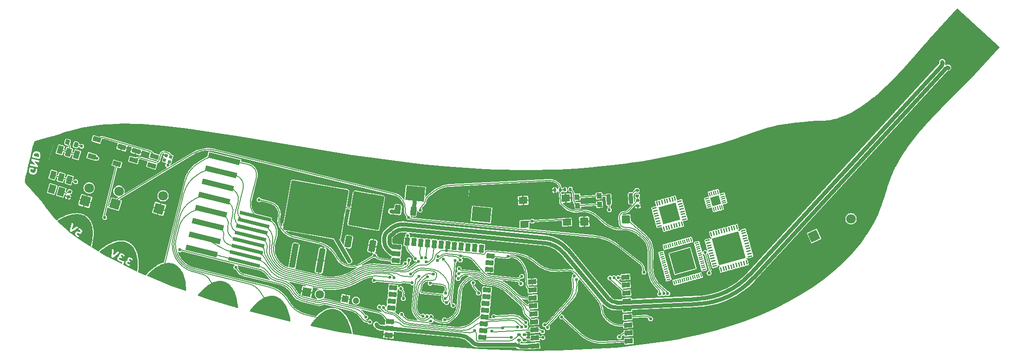
<source format=gbr>
%TF.GenerationSoftware,KiCad,Pcbnew,7.0.6*%
%TF.CreationDate,2023-10-29T15:43:57+01:00*%
%TF.ProjectId,nana,6e616e61-2e6b-4696-9361-645f70636258,rev?*%
%TF.SameCoordinates,Original*%
%TF.FileFunction,Copper,L2,Bot*%
%TF.FilePolarity,Positive*%
%FSLAX46Y46*%
G04 Gerber Fmt 4.6, Leading zero omitted, Abs format (unit mm)*
G04 Created by KiCad (PCBNEW 7.0.6) date 2023-10-29 15:43:57*
%MOMM*%
%LPD*%
G01*
G04 APERTURE LIST*
G04 Aperture macros list*
%AMRoundRect*
0 Rectangle with rounded corners*
0 $1 Rounding radius*
0 $2 $3 $4 $5 $6 $7 $8 $9 X,Y pos of 4 corners*
0 Add a 4 corners polygon primitive as box body*
4,1,4,$2,$3,$4,$5,$6,$7,$8,$9,$2,$3,0*
0 Add four circle primitives for the rounded corners*
1,1,$1+$1,$2,$3*
1,1,$1+$1,$4,$5*
1,1,$1+$1,$6,$7*
1,1,$1+$1,$8,$9*
0 Add four rect primitives between the rounded corners*
20,1,$1+$1,$2,$3,$4,$5,0*
20,1,$1+$1,$4,$5,$6,$7,0*
20,1,$1+$1,$6,$7,$8,$9,0*
20,1,$1+$1,$8,$9,$2,$3,0*%
%AMHorizOval*
0 Thick line with rounded ends*
0 $1 width*
0 $2 $3 position (X,Y) of the first rounded end (center of the circle)*
0 $4 $5 position (X,Y) of the second rounded end (center of the circle)*
0 Add line between two ends*
20,1,$1,$2,$3,$4,$5,0*
0 Add two circle primitives to create the rounded ends*
1,1,$1,$2,$3*
1,1,$1,$4,$5*%
%AMRotRect*
0 Rectangle, with rotation*
0 The origin of the aperture is its center*
0 $1 length*
0 $2 width*
0 $3 Rotation angle, in degrees counterclockwise*
0 Add horizontal line*
21,1,$1,$2,0,0,$3*%
G04 Aperture macros list end*
%TA.AperFunction,ComponentPad*%
%ADD10RotRect,1.800000X1.800000X73.500000*%
%TD*%
%TA.AperFunction,ComponentPad*%
%ADD11C,1.800000*%
%TD*%
%TA.AperFunction,ComponentPad*%
%ADD12RotRect,1.800000X1.800000X25.000000*%
%TD*%
%TA.AperFunction,ComponentPad*%
%ADD13HorizOval,1.800000X0.000000X0.000000X0.000000X0.000000X0*%
%TD*%
%TA.AperFunction,ComponentPad*%
%ADD14C,1.600000*%
%TD*%
%TA.AperFunction,ComponentPad*%
%ADD15RotRect,1.600000X1.600000X170.000000*%
%TD*%
%TA.AperFunction,ComponentPad*%
%ADD16C,1.200000*%
%TD*%
%TA.AperFunction,ComponentPad*%
%ADD17RotRect,1.200000X1.200000X170.000000*%
%TD*%
%TA.AperFunction,SMDPad,CuDef*%
%ADD18RoundRect,0.135000X0.185000X-0.135000X0.185000X0.135000X-0.185000X0.135000X-0.185000X-0.135000X0*%
%TD*%
%TA.AperFunction,SMDPad,CuDef*%
%ADD19RotRect,6.000000X0.650000X166.200000*%
%TD*%
%TA.AperFunction,SMDPad,CuDef*%
%ADD20RotRect,6.000000X0.670000X166.200000*%
%TD*%
%TA.AperFunction,SMDPad,CuDef*%
%ADD21RotRect,6.000000X0.660000X166.200000*%
%TD*%
%TA.AperFunction,SMDPad,CuDef*%
%ADD22RotRect,1.250000X1.600000X163.500000*%
%TD*%
%TA.AperFunction,SMDPad,CuDef*%
%ADD23RoundRect,0.135000X-0.125133X-0.191812X0.144497X-0.177681X0.125133X0.191812X-0.144497X0.177681X0*%
%TD*%
%TA.AperFunction,SMDPad,CuDef*%
%ADD24RoundRect,0.062500X0.344659X0.160441X-0.378064X-0.039987X-0.344659X-0.160441X0.378064X0.039987X0*%
%TD*%
%TA.AperFunction,SMDPad,CuDef*%
%ADD25RoundRect,0.062500X-0.039987X0.378064X-0.160441X0.344659X0.039987X-0.378064X0.160441X-0.344659X0*%
%TD*%
%TA.AperFunction,SMDPad,CuDef*%
%ADD26RotRect,3.300000X3.300000X195.500000*%
%TD*%
%TA.AperFunction,SMDPad,CuDef*%
%ADD27RotRect,6.000000X1.000000X166.200000*%
%TD*%
%TA.AperFunction,SMDPad,CuDef*%
%ADD28RotRect,1.550000X1.300000X3.000000*%
%TD*%
%TA.AperFunction,SMDPad,CuDef*%
%ADD29RoundRect,0.200000X-0.269868X-0.206872X0.113660X-0.320478X0.269868X0.206872X-0.113660X0.320478X0*%
%TD*%
%TA.AperFunction,SMDPad,CuDef*%
%ADD30RoundRect,0.200000X-0.157857X-0.809371X0.241595X-0.788436X0.157857X0.809371X-0.241595X0.788436X0*%
%TD*%
%TA.AperFunction,SMDPad,CuDef*%
%ADD31RoundRect,0.135000X0.139040X-0.181984X0.215724X0.076898X-0.139040X0.181984X-0.215724X-0.076898X0*%
%TD*%
%TA.AperFunction,SMDPad,CuDef*%
%ADD32RoundRect,0.135000X0.191812X-0.125133X0.177681X0.144497X-0.191812X0.125133X-0.177681X-0.144497X0*%
%TD*%
%TA.AperFunction,SMDPad,CuDef*%
%ADD33RoundRect,0.250000X-0.060536X-2.070950X0.651421X1.966761X0.060536X2.070950X-0.651421X-1.966761X0*%
%TD*%
%TA.AperFunction,SMDPad,CuDef*%
%ADD34RoundRect,0.250000X1.987281X-2.406650X2.690556X1.581821X-1.987281X2.406650X-2.690556X-1.581821X0*%
%TD*%
%TA.AperFunction,SMDPad,CuDef*%
%ADD35RoundRect,0.250002X4.299024X-5.276680X5.844492X3.488105X-4.299024X5.276680X-5.844492X-3.488105X0*%
%TD*%
%TA.AperFunction,SMDPad,CuDef*%
%ADD36RotRect,1.500000X1.500000X183.000000*%
%TD*%
%TA.AperFunction,SMDPad,CuDef*%
%ADD37RoundRect,0.250000X0.197082X-0.897863X0.492284X0.776310X-0.197082X0.897863X-0.492284X-0.776310X0*%
%TD*%
%TA.AperFunction,SMDPad,CuDef*%
%ADD38RoundRect,0.250000X0.886507X-1.450984X1.329310X1.060276X-0.886507X1.450984X-1.329310X-1.060276X0*%
%TD*%
%TA.AperFunction,SMDPad,CuDef*%
%ADD39RoundRect,0.249997X2.097481X-3.365354X3.122006X2.445018X-2.097481X3.365354X-3.122006X-2.445018X0*%
%TD*%
%TA.AperFunction,SMDPad,CuDef*%
%ADD40RoundRect,0.050000X0.348000X0.148396X-0.374723X-0.052033X-0.348000X-0.148396X0.374723X0.052033X0*%
%TD*%
%TA.AperFunction,SMDPad,CuDef*%
%ADD41RoundRect,0.050000X-0.052033X0.374723X-0.148396X0.348000X0.052033X-0.374723X0.148396X-0.348000X0*%
%TD*%
%TA.AperFunction,SMDPad,CuDef*%
%ADD42RotRect,1.650000X1.650000X195.500000*%
%TD*%
%TA.AperFunction,SMDPad,CuDef*%
%ADD43RoundRect,0.140000X-0.170000X0.140000X-0.170000X-0.140000X0.170000X-0.140000X0.170000X0.140000X0*%
%TD*%
%TA.AperFunction,SMDPad,CuDef*%
%ADD44RotRect,1.500000X1.000000X73.500000*%
%TD*%
%TA.AperFunction,SMDPad,CuDef*%
%ADD45RotRect,0.550000X0.550000X73.500000*%
%TD*%
%TA.AperFunction,SMDPad,CuDef*%
%ADD46RotRect,3.500000X2.700000X354.500000*%
%TD*%
%TA.AperFunction,SMDPad,CuDef*%
%ADD47C,5.700000*%
%TD*%
%TA.AperFunction,SMDPad,CuDef*%
%ADD48RotRect,1.500000X0.900000X3.000000*%
%TD*%
%TA.AperFunction,SMDPad,CuDef*%
%ADD49RotRect,1.500000X0.900000X183.000000*%
%TD*%
%TA.AperFunction,SMDPad,CuDef*%
%ADD50RotRect,0.700000X0.700000X183.000000*%
%TD*%
%TA.AperFunction,SMDPad,CuDef*%
%ADD51RotRect,0.900000X1.000000X183.000000*%
%TD*%
%TA.AperFunction,SMDPad,CuDef*%
%ADD52RoundRect,0.250000X-0.370965X-0.592171X0.251158X-0.652074X0.370965X0.592171X-0.251158X0.652074X0*%
%TD*%
%TA.AperFunction,SMDPad,CuDef*%
%ADD53RotRect,1.500000X0.900000X354.500000*%
%TD*%
%TA.AperFunction,SMDPad,CuDef*%
%ADD54RotRect,1.500000X0.900000X264.500000*%
%TD*%
%TA.AperFunction,SMDPad,CuDef*%
%ADD55RotRect,1.500000X0.900000X174.500000*%
%TD*%
%TA.AperFunction,SMDPad,CuDef*%
%ADD56RotRect,0.900000X0.900000X174.500000*%
%TD*%
%TA.AperFunction,SMDPad,CuDef*%
%ADD57RotRect,1.600000X0.850000X343.500000*%
%TD*%
%TA.AperFunction,SMDPad,CuDef*%
%ADD58RoundRect,0.050000X0.323909X0.141715X-0.350633X-0.045352X-0.323909X-0.141715X0.350633X0.045352X0*%
%TD*%
%TA.AperFunction,SMDPad,CuDef*%
%ADD59RoundRect,0.050000X-0.045352X0.350633X-0.141715X0.323909X0.045352X-0.350633X0.141715X-0.323909X0*%
%TD*%
%TA.AperFunction,SMDPad,CuDef*%
%ADD60RotRect,4.000000X4.000000X195.500000*%
%TD*%
%TA.AperFunction,SMDPad,CuDef*%
%ADD61RotRect,5.150000X5.150000X195.500000*%
%TD*%
%TA.AperFunction,SMDPad,CuDef*%
%ADD62RotRect,1.500000X0.900000X343.500000*%
%TD*%
%TA.AperFunction,ViaPad*%
%ADD63C,0.600000*%
%TD*%
%TA.AperFunction,Conductor*%
%ADD64C,0.150000*%
%TD*%
%TA.AperFunction,Conductor*%
%ADD65C,0.800000*%
%TD*%
G04 APERTURE END LIST*
D10*
%TO.P,D1,1,K*%
%TO.N,555*%
X85314182Y-96992223D03*
D11*
%TO.P,D1,2,A*%
%TO.N,VCC*%
X86035581Y-94556821D03*
%TD*%
D10*
%TO.P,D10,1,K*%
%TO.N,GND*%
X79745504Y-96400714D03*
D11*
%TO.P,D10,2,A*%
%TO.N,555*%
X80466903Y-93965312D03*
%TD*%
D12*
%TO.P,D9,1,K*%
%TO.N,VCC*%
X215987763Y-102955502D03*
D13*
%TO.P,D9,2,A*%
%TO.N,Net-(D2-A)*%
X222893828Y-99735151D03*
%TD*%
D14*
%TO.P,C1,1*%
%TO.N,/555_2*%
X123611095Y-113867322D03*
D15*
%TO.P,C1,2*%
%TO.N,GND*%
X121149076Y-113433202D03*
%TD*%
D16*
%TO.P,C2,1*%
%TO.N,/555_2*%
X130329941Y-115052027D03*
D17*
%TO.P,C2,2*%
%TO.N,GND*%
X128360325Y-114704731D03*
%TD*%
D10*
%TO.P,D11,1,K*%
%TO.N,GND*%
X93565822Y-97870361D03*
D11*
%TO.P,D11,2,A*%
%TO.N,Net-(D11-A)*%
X94287221Y-95434959D03*
%TD*%
D18*
%TO.P,R5,1*%
%TO.N,+3.3V*%
X160818772Y-122442501D03*
%TO.P,R5,2*%
%TO.N,ESP_EN*%
X160818772Y-121422501D03*
%TD*%
D19*
%TO.P,J3,1,Pin_1*%
%TO.N,A5{slash}SCL*%
X111521712Y-99249176D03*
%TO.P,J3,2,Pin_2*%
%TO.N,A4{slash}SDA*%
X111218775Y-100482517D03*
D20*
%TO.P,J3,3,Pin_3*%
%TO.N,13{slash}SCK*%
X110918223Y-101706146D03*
D19*
%TO.P,J3,4,Pin_4*%
%TO.N,12{slash}MISO*%
X110612900Y-102949198D03*
D21*
%TO.P,J3,5,Pin_5*%
%TO.N,11{slash}MOSI*%
X110311155Y-104177683D03*
D19*
%TO.P,J3,6,Pin_6*%
%TO.N,1{slash}TX*%
X110007025Y-105415879D03*
%TO.P,J3,7,Pin_7*%
%TO.N,0{slash}RX*%
X109704087Y-106649219D03*
%TO.P,J3,8,Pin_8*%
%TO.N,ESP_EN*%
X109401150Y-107882560D03*
%TD*%
D22*
%TO.P,D14,1,K*%
%TO.N,Net-(D14-K)*%
X75262542Y-94682442D03*
%TO.P,D14,2,A*%
%TO.N,S_LED*%
X73575020Y-94182574D03*
%TD*%
D23*
%TO.P,R16,1*%
%TO.N,SW1*%
X169420986Y-94265734D03*
%TO.P,R16,2*%
%TO.N,Net-(SW2-B)*%
X170439588Y-94212352D03*
%TD*%
D24*
%TO.P,REF\u002A\u002A,1*%
%TO.N,N/C*%
X190842324Y-96435221D03*
%TO.P,REF\u002A\u002A,2*%
X190975943Y-96917036D03*
%TO.P,REF\u002A\u002A,3*%
X191109562Y-97398852D03*
%TO.P,REF\u002A\u002A,4*%
X191243182Y-97880667D03*
%TO.P,REF\u002A\u002A,5*%
X191376801Y-98362482D03*
%TO.P,REF\u002A\u002A,6*%
X191510420Y-98844297D03*
%TO.P,REF\u002A\u002A,7*%
X191644039Y-99326113D03*
%TO.P,REF\u002A\u002A,8*%
X191777658Y-99807928D03*
D25*
%TO.P,REF\u002A\u002A,9*%
X191298889Y-100654150D03*
%TO.P,REF\u002A\u002A,10*%
X190817074Y-100787769D03*
%TO.P,REF\u002A\u002A,11*%
X190335258Y-100921388D03*
%TO.P,REF\u002A\u002A,12*%
X189853443Y-101055008D03*
%TO.P,REF\u002A\u002A,13*%
X189371628Y-101188627D03*
%TO.P,REF\u002A\u002A,14*%
X188889813Y-101322246D03*
%TO.P,REF\u002A\u002A,15*%
X188407997Y-101455865D03*
%TO.P,REF\u002A\u002A,16*%
X187926182Y-101589484D03*
D24*
%TO.P,REF\u002A\u002A,17*%
X187079960Y-101110715D03*
%TO.P,REF\u002A\u002A,18*%
X186946341Y-100628900D03*
%TO.P,REF\u002A\u002A,19*%
X186812722Y-100147084D03*
%TO.P,REF\u002A\u002A,20*%
X186679102Y-99665269D03*
%TO.P,REF\u002A\u002A,21*%
X186545483Y-99183454D03*
%TO.P,REF\u002A\u002A,22*%
X186411864Y-98701639D03*
%TO.P,REF\u002A\u002A,23*%
X186278245Y-98219823D03*
%TO.P,REF\u002A\u002A,24*%
X186144626Y-97738008D03*
D25*
%TO.P,REF\u002A\u002A,25*%
X186623395Y-96891786D03*
%TO.P,REF\u002A\u002A,26*%
X187105210Y-96758167D03*
%TO.P,REF\u002A\u002A,27*%
X187587026Y-96624548D03*
%TO.P,REF\u002A\u002A,28*%
X188068841Y-96490928D03*
%TO.P,REF\u002A\u002A,29*%
X188550656Y-96357309D03*
%TO.P,REF\u002A\u002A,30*%
X189032471Y-96223690D03*
%TO.P,REF\u002A\u002A,31*%
X189514287Y-96090071D03*
%TO.P,REF\u002A\u002A,32*%
X189996102Y-95956452D03*
D26*
%TO.P,REF\u002A\u002A,33*%
X188961142Y-98772968D03*
%TD*%
D27*
%TO.P,J4,1,Pin_1*%
%TO.N,A5{slash}SCL*%
X105709903Y-88465751D03*
%TO.P,J4,2,Pin_2*%
%TO.N,A4{slash}SDA*%
X105104028Y-90932432D03*
%TO.P,J4,3,Pin_3*%
%TO.N,13{slash}SCK*%
X104498153Y-93399113D03*
%TO.P,J4,4,Pin_4*%
%TO.N,12{slash}MISO*%
X103892278Y-95865794D03*
%TO.P,J4,5,Pin_5*%
%TO.N,11{slash}MOSI*%
X103286404Y-98332476D03*
%TO.P,J4,6,Pin_6*%
%TO.N,1{slash}TX*%
X102680529Y-100799157D03*
%TO.P,J4,7,Pin_7*%
%TO.N,0{slash}RX*%
X102074654Y-103265838D03*
%TO.P,J4,8,Pin_8*%
%TO.N,ESP_EN*%
X101468779Y-105732519D03*
%TD*%
D28*
%TO.P,SW3,1,1*%
%TO.N,boot*%
X161845273Y-100782158D03*
X169784377Y-100366087D03*
%TO.P,SW3,2,2*%
%TO.N,GND*%
X161609761Y-96288325D03*
X169548865Y-95872254D03*
%TD*%
D29*
%TO.P,R13,1*%
%TO.N,Net-(D16-A)*%
X76427755Y-85398201D03*
%TO.P,R13,2*%
%TO.N,VCC*%
X78009807Y-85866827D03*
%TD*%
D30*
%TO.P,SW4,1,A*%
%TO.N,VCC*%
X177589898Y-96126766D03*
%TO.P,SW4,2,A*%
%TO.N,Net-(SW4-B)*%
X181784142Y-95906954D03*
%TD*%
D31*
%TO.P,R14,1*%
%TO.N,GND*%
X76573930Y-95621503D03*
%TO.P,R14,2*%
%TO.N,Net-(D14-K)*%
X76863626Y-94643507D03*
%TD*%
D32*
%TO.P,R17,1*%
%TO.N,SW2*%
X182949900Y-95419274D03*
%TO.P,R17,2*%
%TO.N,Net-(SW4-B)*%
X182896518Y-94400672D03*
%TD*%
D33*
%TO.P,U10,1,GND*%
%TO.N,GND*%
X123771599Y-107514644D03*
D34*
%TO.P,U10,2,VO*%
%TO.N,+3.3V*%
X119705130Y-99968871D03*
X125170813Y-100932619D03*
D35*
X122859068Y-98062586D03*
D34*
X120547324Y-95192554D03*
X126013007Y-96156301D03*
D33*
%TO.P,U10,3,VI*%
%TO.N,VCC*%
X118768776Y-106632511D03*
%TD*%
D36*
%TO.P,SW1,1,1*%
%TO.N,ESP_EN*%
X180813748Y-99863157D03*
%TO.P,SW1,3,3*%
%TO.N,GND*%
X173024438Y-100271377D03*
%TD*%
D37*
%TO.P,U9,1,GND*%
%TO.N,GND*%
X133434818Y-104814633D03*
D38*
%TO.P,U9,2,VO*%
%TO.N,+3.3V*%
X130490747Y-99599166D03*
X133494411Y-100128793D03*
D39*
X132283440Y-98214426D03*
D38*
X131072469Y-96300060D03*
X134076132Y-96829687D03*
D37*
%TO.P,U9,3,VI*%
%TO.N,VCC*%
X128944095Y-104022797D03*
%TD*%
D40*
%TO.P,REF\u002A\u002A,1*%
%TO.N,N/C*%
X198797627Y-95175979D03*
%TO.P,REF\u002A\u002A,2*%
X198904523Y-95561431D03*
%TO.P,REF\u002A\u002A,3*%
X199011418Y-95946883D03*
%TO.P,REF\u002A\u002A,4*%
X199118314Y-96332336D03*
%TO.P,REF\u002A\u002A,5*%
X199225209Y-96717788D03*
D41*
%TO.P,REF\u002A\u002A,6*%
X198772554Y-97517852D03*
%TO.P,REF\u002A\u002A,7*%
X198387102Y-97624748D03*
%TO.P,REF\u002A\u002A,8*%
X198001650Y-97731643D03*
%TO.P,REF\u002A\u002A,9*%
X197616197Y-97838539D03*
%TO.P,REF\u002A\u002A,10*%
X197230745Y-97945434D03*
D40*
%TO.P,REF\u002A\u002A,11*%
X196430681Y-97492779D03*
%TO.P,REF\u002A\u002A,12*%
X196323785Y-97107327D03*
%TO.P,REF\u002A\u002A,13*%
X196216890Y-96721875D03*
%TO.P,REF\u002A\u002A,14*%
X196109994Y-96336422D03*
%TO.P,REF\u002A\u002A,15*%
X196003099Y-95950970D03*
D41*
%TO.P,REF\u002A\u002A,16*%
X196455754Y-95150906D03*
%TO.P,REF\u002A\u002A,17*%
X196841206Y-95044010D03*
%TO.P,REF\u002A\u002A,18*%
X197226658Y-94937115D03*
%TO.P,REF\u002A\u002A,19*%
X197612111Y-94830219D03*
%TO.P,REF\u002A\u002A,20*%
X197997563Y-94723324D03*
D42*
%TO.P,REF\u002A\u002A,21*%
X197614154Y-96334379D03*
%TD*%
D43*
%TO.P,C8,1*%
%TO.N,GND*%
X161818773Y-121452516D03*
%TO.P,C8,2*%
%TO.N,ESP_EN*%
X161818773Y-122412516D03*
%TD*%
D44*
%TO.P,D16,1,K*%
%TO.N,Net-(D16-K)*%
X73688831Y-91527205D03*
X75222942Y-91981629D03*
X76757054Y-92436054D03*
%TO.P,D16,2,A*%
%TO.N,Net-(D16-A)*%
X75080506Y-86828988D03*
X76614618Y-87283413D03*
X78148729Y-87737837D03*
%TD*%
D45*
%TO.P,D12,1,DOUT*%
%TO.N,unconnected-(D12-DOUT-Pad1)*%
X94573035Y-88775007D03*
%TO.P,D12,2,VSS*%
%TO.N,GND*%
X94842850Y-87864128D03*
%TO.P,D12,3,DIN*%
%TO.N,Net-(D12-DIN)*%
X95753729Y-88133943D03*
%TO.P,D12,4,VDD*%
%TO.N,VCC*%
X95483914Y-89044822D03*
%TD*%
D46*
%TO.P,D17,1,K*%
%TO.N,Net-(D17-K)*%
X141440409Y-95041652D03*
%TO.P,D17,2,A*%
%TO.N,VCC*%
X153823157Y-98946462D03*
D47*
%TO.P,D17,3,PAD*%
%TO.N,GND*%
X147631783Y-96994057D03*
%TD*%
D48*
%TO.P,U5,1,3V3*%
%TO.N,+3.3V*%
X163887487Y-123532508D03*
%TO.P,U5,2,EN/CHIP_PU*%
%TO.N,ESP_EN*%
X163808983Y-122034564D03*
%TO.P,U5,3,GPIO4/ADC1_CH4*%
%TO.N,SW2*%
X163730479Y-120536619D03*
%TO.P,U5,4,GPIO5/ADC2_CH0*%
%TO.N,13{slash}SCK*%
X163651975Y-119038675D03*
%TO.P,U5,5,GPIO6*%
%TO.N,11{slash}MOSI*%
X163573471Y-117540731D03*
%TO.P,U5,6,GPIO7*%
%TO.N,S_LED*%
X163494967Y-116042786D03*
%TO.P,U5,7,GPIO8*%
%TO.N,P_LED*%
X163416463Y-114544842D03*
%TO.P,U5,8,GPIO9*%
%TO.N,boot*%
X163337959Y-113046898D03*
%TO.P,U5,9,GND*%
%TO.N,GND*%
X163259455Y-111548953D03*
D49*
%TO.P,U5,10,GPIO10*%
%TO.N,neopixel*%
X180735472Y-110633074D03*
%TO.P,U5,11,GPIO20/U0RXD*%
%TO.N,0{slash}RX*%
X180813976Y-112131019D03*
%TO.P,U5,12,GPIO21/U0TXD*%
%TO.N,1{slash}TX*%
X180892480Y-113628963D03*
%TO.P,U5,13,GPIO18/USB_D-*%
%TO.N,D-*%
X180970984Y-115126907D03*
%TO.P,U5,14,GPIO19/USB_D+*%
%TO.N,D+*%
X181049488Y-116624851D03*
%TO.P,U5,15,GPIO3/ADC1_CH3*%
%TO.N,SW1*%
X181127992Y-118122796D03*
%TO.P,U5,16,GPIO2/ADC1_CH2*%
%TO.N,12{slash}MISO*%
X181206496Y-119620740D03*
%TO.P,U5,17,GPIO1/ADC1_CH1/XTAL_32K_N*%
%TO.N,A5{slash}SCL*%
X181285000Y-121118684D03*
%TO.P,U5,18,GPIO0/ADC1_CH0/XTAL_32K_P*%
%TO.N,A4{slash}SDA*%
X181363504Y-122616629D03*
D50*
%TO.P,U5,19,GND*%
%TO.N,GND*%
X172103635Y-115791900D03*
X172161204Y-116890392D03*
X172218774Y-117988885D03*
X173152196Y-115736947D03*
X173209765Y-116835439D03*
X173267335Y-117933932D03*
X174300620Y-115676761D03*
X174358189Y-116775253D03*
X174415759Y-117873746D03*
%TD*%
D51*
%TO.P,SW2,1,A*%
%TO.N,VCC*%
X175799464Y-95443433D03*
X171705083Y-95658010D03*
%TO.P,SW2,2,A*%
%TO.N,Net-(SW2-B)*%
X175883201Y-97041240D03*
X171788820Y-97255817D03*
%TD*%
D52*
%TO.P,R12,1*%
%TO.N,Net-(D16-K)*%
X138180043Y-97992753D03*
%TO.P,R12,2*%
%TO.N,Net-(D17-K)*%
X141091577Y-98273101D03*
%TD*%
D23*
%TO.P,R15,1*%
%TO.N,GND*%
X167523592Y-94365167D03*
%TO.P,R15,2*%
%TO.N,SW1*%
X168542194Y-94311785D03*
%TD*%
D32*
%TO.P,R18,1*%
%TO.N,GND*%
X183049338Y-97316662D03*
%TO.P,R18,2*%
%TO.N,SW2*%
X182995956Y-96298060D03*
%TD*%
D53*
%TO.P,U6,1,GND*%
%TO.N,GND*%
X136457056Y-121476291D03*
%TO.P,U6,2,3V3*%
%TO.N,+3.3V*%
X136578780Y-120212138D03*
%TO.P,U6,3,EN*%
%TO.N,ESP_EN*%
X136700505Y-118947985D03*
%TO.P,U6,5,GPIO5/TOUCH5/ADC1_CH4*%
%TO.N,unconnected-(U6-GPIO5{slash}TOUCH5{slash}ADC1_CH4-Pad5)*%
X136943953Y-116419679D03*
%TO.P,U6,6,GPIO6/TOUCH6/ADC1_CH5*%
%TO.N,unconnected-(U6-GPIO6{slash}TOUCH6{slash}ADC1_CH5-Pad6)*%
X137065677Y-115155525D03*
%TO.P,U6,7,GPIO7/TOUCH7/ADC1_CH6*%
%TO.N,unconnected-(U6-GPIO7{slash}TOUCH7{slash}ADC1_CH6-Pad7)*%
X137187401Y-113891372D03*
%TO.P,U6,8,GPIO15/U0RTS/ADC2_CH4/XTAL_32K_P*%
%TO.N,unconnected-(U6-GPIO15{slash}U0RTS{slash}ADC2_CH4{slash}XTAL_32K_P-Pad8)*%
X137309125Y-112627219D03*
%TO.P,U6,12,GPIO8/TOUCH8/ADC1_CH7/SUBSPICS1*%
%TO.N,S_LED*%
X137796022Y-107570606D03*
%TO.P,U6,13,GPIO19/U1RTS/ADC2_CH8/CLK_OUT2/USB_D-*%
%TO.N,D-*%
X137917746Y-106306453D03*
%TO.P,U6,14,GPIO20/U1CTS/ADC2_CH9/CLK_OUT1/USB_D+*%
%TO.N,D+*%
X138039470Y-105042300D03*
D54*
%TO.P,U6,15,GPIO3/TOUCH3/ADC1_CH2*%
%TO.N,SW1*%
X139916151Y-103967223D03*
%TO.P,U6,16,GPIO46*%
%TO.N,unconnected-(U6-GPIO46-Pad16)*%
X141180304Y-104088947D03*
%TO.P,U6,17,GPIO9/TOUCH9/ADC1_CH8/FSPIHD/SUBSPIHD*%
%TO.N,P_LED*%
X142444458Y-104210671D03*
%TO.P,U6,18,GPIO10/TOUCH10/ADC1_CH9/FSPICS0/FSPIIO4/SUBSPICS0*%
%TO.N,neopixel*%
X143708611Y-104332395D03*
%TO.P,U6,19,GPIO11/TOUCH11/ADC2_CH0/FSPID/FSPIIO5/SUBSPID*%
%TO.N,11{slash}MOSI*%
X144972764Y-104454119D03*
%TO.P,U6,20,GPIO12/TOUCH12/ADC2_CH1/FSPICLK/FSPIIO6/SUBSPICLK*%
%TO.N,13{slash}SCK*%
X146236917Y-104575843D03*
%TO.P,U6,21,GPIO13/TOUCH13/ADC2_CH2/FSPIQ/FSPIIO7/SUBSPIQ*%
%TO.N,12{slash}MISO*%
X147501070Y-104697567D03*
%TO.P,U6,22,GPIO14/TOUCH14/ADC2_CH3/FSPIWP/FSPIDQS/SUBSPIWP*%
%TO.N,unconnected-(U6-GPIO14{slash}TOUCH14{slash}ADC2_CH3{slash}FSPIWP{slash}FSPIDQS{slash}SUBSPIWP-Pad22)*%
X148765223Y-104819291D03*
%TO.P,U6,23,GPIO21*%
%TO.N,unconnected-(U6-GPIO21-Pad23)*%
X150029377Y-104941015D03*
%TO.P,U6,24,GPIO47/SPICLK_P/SUBSPICLK_P_DIFF*%
%TO.N,unconnected-(U6-GPIO47{slash}SPICLK_P{slash}SUBSPICLK_P_DIFF-Pad24)*%
X151293530Y-105062739D03*
%TO.P,U6,25,GPIO48/SPICLK_N/SUBSPICLK_N_DIFF*%
%TO.N,unconnected-(U6-GPIO48{slash}SPICLK_N{slash}SUBSPICLK_N_DIFF-Pad25)*%
X152557683Y-105184464D03*
%TO.P,U6,26,GPIO45*%
%TO.N,unconnected-(U6-GPIO45-Pad26)*%
X153821836Y-105306188D03*
D55*
%TO.P,U6,27,GPIO0/BOOT*%
%TO.N,boot*%
X155458903Y-106719601D03*
%TO.P,U6,28,SPIIO6/GPIO35/FSPID/SUBSPID*%
%TO.N,unconnected-(U6-SPIIO6{slash}GPIO35{slash}FSPID{slash}SUBSPID-Pad28)*%
X155337179Y-107983754D03*
%TO.P,U6,29,SPIIO7/GPIO36/FSPICLK/SUBSPICLK*%
%TO.N,unconnected-(U6-SPIIO7{slash}GPIO36{slash}FSPICLK{slash}SUBSPICLK-Pad29)*%
X155215455Y-109247907D03*
%TO.P,U6,32,MTCK/GPIO39/CLK_OUT3/SUBSPICS1*%
%TO.N,unconnected-(U6-MTCK{slash}GPIO39{slash}CLK_OUT3{slash}SUBSPICS1-Pad32)*%
X154850283Y-113040367D03*
%TO.P,U6,33,MTDO/GPIO40/CLK_OUT2*%
%TO.N,unconnected-(U6-MTDO{slash}GPIO40{slash}CLK_OUT2-Pad33)*%
X154728559Y-114304520D03*
%TO.P,U6,34,MTDI/GPIO41/CLK_OUT1*%
%TO.N,unconnected-(U6-MTDI{slash}GPIO41{slash}CLK_OUT1-Pad34)*%
X154606834Y-115568673D03*
%TO.P,U6,35,MTMS/GPIO42*%
%TO.N,unconnected-(U6-MTMS{slash}GPIO42-Pad35)*%
X154485110Y-116832826D03*
%TO.P,U6,36,U0RXD/GPIO44/CLK_OUT2*%
%TO.N,0{slash}RX*%
X154363386Y-118096979D03*
%TO.P,U6,37,U0TXD/GPIO43/CLK_OUT1*%
%TO.N,1{slash}TX*%
X154241662Y-119361132D03*
%TO.P,U6,38,GPIO2/TOUCH2/ADC1_CH1*%
%TO.N,A5{slash}SCL*%
X154119938Y-120625286D03*
%TO.P,U6,39,GPIO1/TOUCH1/ADC1_CH0*%
%TO.N,A4{slash}SDA*%
X153997255Y-121899393D03*
D56*
%TO.P,U6,41,GND*%
%TO.N,GND*%
X143154237Y-112958976D03*
X143154237Y-112958976D03*
X143020053Y-114352530D03*
X142885869Y-115746085D03*
X144547792Y-113093160D03*
X144413608Y-114486714D03*
X144279424Y-115880269D03*
X144279424Y-115880269D03*
X145941347Y-113227344D03*
X145807163Y-114620898D03*
X145672979Y-116014453D03*
%TD*%
D57*
%TO.P,D13,1,DOUT*%
%TO.N,Net-(D12-DIN)*%
X88802814Y-88729031D03*
%TO.P,D13,2,VSS*%
%TO.N,GND*%
X89299841Y-87051097D03*
%TO.P,D13,3,DIN*%
%TO.N,Net-(D13-DIN)*%
X92655710Y-88045151D03*
%TO.P,D13,4,VDD*%
%TO.N,VCC*%
X92158683Y-89723085D03*
%TD*%
D58*
%TO.P,REF\u002A\u002A,1*%
%TO.N,N/C*%
X194052772Y-104223009D03*
%TO.P,REF\u002A\u002A,2*%
X194159668Y-104608462D03*
%TO.P,REF\u002A\u002A,3*%
X194266563Y-104993914D03*
%TO.P,REF\u002A\u002A,4*%
X194373458Y-105379366D03*
%TO.P,REF\u002A\u002A,5*%
X194480354Y-105764818D03*
%TO.P,REF\u002A\u002A,6*%
X194587249Y-106150270D03*
%TO.P,REF\u002A\u002A,7*%
X194694144Y-106535723D03*
%TO.P,REF\u002A\u002A,8*%
X194801040Y-106921175D03*
%TO.P,REF\u002A\u002A,9*%
X194907935Y-107306627D03*
%TO.P,REF\u002A\u002A,10*%
X195014830Y-107692079D03*
%TO.P,REF\u002A\u002A,11*%
X195121726Y-108077531D03*
%TO.P,REF\u002A\u002A,12*%
X195228621Y-108462983D03*
%TO.P,REF\u002A\u002A,13*%
X195335516Y-108848436D03*
%TO.P,REF\u002A\u002A,14*%
X195442412Y-109233888D03*
D59*
%TO.P,REF\u002A\u002A,15*%
X194850479Y-110280126D03*
%TO.P,REF\u002A\u002A,16*%
X194465026Y-110387022D03*
%TO.P,REF\u002A\u002A,17*%
X194079574Y-110493917D03*
%TO.P,REF\u002A\u002A,18*%
X193694122Y-110600812D03*
%TO.P,REF\u002A\u002A,19*%
X193308670Y-110707708D03*
%TO.P,REF\u002A\u002A,20*%
X192923218Y-110814603D03*
%TO.P,REF\u002A\u002A,21*%
X192537765Y-110921498D03*
%TO.P,REF\u002A\u002A,22*%
X192152313Y-111028394D03*
%TO.P,REF\u002A\u002A,23*%
X191766861Y-111135289D03*
%TO.P,REF\u002A\u002A,24*%
X191381409Y-111242184D03*
%TO.P,REF\u002A\u002A,25*%
X190995957Y-111349080D03*
%TO.P,REF\u002A\u002A,26*%
X190610505Y-111455975D03*
%TO.P,REF\u002A\u002A,27*%
X190225052Y-111562870D03*
%TO.P,REF\u002A\u002A,28*%
X189839600Y-111669766D03*
D58*
%TO.P,REF\u002A\u002A,29*%
X188793362Y-111077833D03*
%TO.P,REF\u002A\u002A,30*%
X188686466Y-110692380D03*
%TO.P,REF\u002A\u002A,31*%
X188579571Y-110306928D03*
%TO.P,REF\u002A\u002A,32*%
X188472676Y-109921476D03*
%TO.P,REF\u002A\u002A,33*%
X188365780Y-109536024D03*
%TO.P,REF\u002A\u002A,34*%
X188258885Y-109150572D03*
%TO.P,REF\u002A\u002A,35*%
X188151990Y-108765119D03*
%TO.P,REF\u002A\u002A,36*%
X188045094Y-108379667D03*
%TO.P,REF\u002A\u002A,37*%
X187938199Y-107994215D03*
%TO.P,REF\u002A\u002A,38*%
X187831304Y-107608763D03*
%TO.P,REF\u002A\u002A,39*%
X187724408Y-107223311D03*
%TO.P,REF\u002A\u002A,40*%
X187617513Y-106837859D03*
%TO.P,REF\u002A\u002A,41*%
X187510618Y-106452406D03*
%TO.P,REF\u002A\u002A,42*%
X187403722Y-106066954D03*
D59*
%TO.P,REF\u002A\u002A,43*%
X187995655Y-105020716D03*
%TO.P,REF\u002A\u002A,44*%
X188381108Y-104913820D03*
%TO.P,REF\u002A\u002A,45*%
X188766560Y-104806925D03*
%TO.P,REF\u002A\u002A,46*%
X189152012Y-104700030D03*
%TO.P,REF\u002A\u002A,47*%
X189537464Y-104593134D03*
%TO.P,REF\u002A\u002A,48*%
X189922916Y-104486239D03*
%TO.P,REF\u002A\u002A,49*%
X190308369Y-104379344D03*
%TO.P,REF\u002A\u002A,50*%
X190693821Y-104272448D03*
%TO.P,REF\u002A\u002A,51*%
X191079273Y-104165553D03*
%TO.P,REF\u002A\u002A,52*%
X191464725Y-104058658D03*
%TO.P,REF\u002A\u002A,53*%
X191850177Y-103951762D03*
%TO.P,REF\u002A\u002A,54*%
X192235629Y-103844867D03*
%TO.P,REF\u002A\u002A,55*%
X192621082Y-103737972D03*
%TO.P,REF\u002A\u002A,56*%
X193006534Y-103631076D03*
D60*
%TO.P,REF\u002A\u002A,57*%
X191423067Y-107650421D03*
%TD*%
D24*
%TO.P,REF\u002A\u002A,1*%
%TO.N,N/C*%
X202718445Y-101923577D03*
%TO.P,REF\u002A\u002A,2*%
X202852064Y-102405392D03*
%TO.P,REF\u002A\u002A,3*%
X202985683Y-102887207D03*
%TO.P,REF\u002A\u002A,4*%
X203119302Y-103369023D03*
%TO.P,REF\u002A\u002A,5*%
X203252921Y-103850838D03*
%TO.P,REF\u002A\u002A,6*%
X203386541Y-104332653D03*
%TO.P,REF\u002A\u002A,7*%
X203520160Y-104814468D03*
%TO.P,REF\u002A\u002A,8*%
X203653779Y-105296284D03*
%TO.P,REF\u002A\u002A,9*%
X203787398Y-105778099D03*
%TO.P,REF\u002A\u002A,10*%
X203921017Y-106259914D03*
%TO.P,REF\u002A\u002A,11*%
X204054637Y-106741729D03*
D25*
%TO.P,REF\u002A\u002A,12*%
X203401769Y-107895669D03*
%TO.P,REF\u002A\u002A,13*%
X202919954Y-108029288D03*
%TO.P,REF\u002A\u002A,14*%
X202438139Y-108162907D03*
%TO.P,REF\u002A\u002A,15*%
X201956323Y-108296526D03*
%TO.P,REF\u002A\u002A,16*%
X201474508Y-108430145D03*
%TO.P,REF\u002A\u002A,17*%
X200992693Y-108563765D03*
%TO.P,REF\u002A\u002A,18*%
X200510878Y-108697384D03*
%TO.P,REF\u002A\u002A,19*%
X200029062Y-108831003D03*
%TO.P,REF\u002A\u002A,20*%
X199547247Y-108964622D03*
%TO.P,REF\u002A\u002A,21*%
X199065432Y-109098241D03*
%TO.P,REF\u002A\u002A,22*%
X198583617Y-109231861D03*
D24*
%TO.P,REF\u002A\u002A,23*%
X197429677Y-108578993D03*
%TO.P,REF\u002A\u002A,24*%
X197296058Y-108097178D03*
%TO.P,REF\u002A\u002A,25*%
X197162439Y-107615363D03*
%TO.P,REF\u002A\u002A,26*%
X197028820Y-107133547D03*
%TO.P,REF\u002A\u002A,27*%
X196895201Y-106651732D03*
%TO.P,REF\u002A\u002A,28*%
X196761581Y-106169917D03*
%TO.P,REF\u002A\u002A,29*%
X196627962Y-105688102D03*
%TO.P,REF\u002A\u002A,30*%
X196494343Y-105206286D03*
%TO.P,REF\u002A\u002A,31*%
X196360724Y-104724471D03*
%TO.P,REF\u002A\u002A,32*%
X196227105Y-104242656D03*
%TO.P,REF\u002A\u002A,33*%
X196093485Y-103760841D03*
D25*
%TO.P,REF\u002A\u002A,34*%
X196746353Y-102606901D03*
%TO.P,REF\u002A\u002A,35*%
X197228168Y-102473282D03*
%TO.P,REF\u002A\u002A,36*%
X197709983Y-102339663D03*
%TO.P,REF\u002A\u002A,37*%
X198191799Y-102206044D03*
%TO.P,REF\u002A\u002A,38*%
X198673614Y-102072425D03*
%TO.P,REF\u002A\u002A,39*%
X199155429Y-101938805D03*
%TO.P,REF\u002A\u002A,40*%
X199637244Y-101805186D03*
%TO.P,REF\u002A\u002A,41*%
X200119060Y-101671567D03*
%TO.P,REF\u002A\u002A,42*%
X200600875Y-101537948D03*
%TO.P,REF\u002A\u002A,43*%
X201082690Y-101404329D03*
%TO.P,REF\u002A\u002A,44*%
X201564505Y-101270709D03*
D61*
%TO.P,REF\u002A\u002A,45*%
X200074061Y-105251285D03*
%TD*%
D62*
%TO.P,D8,1,VDD*%
%TO.N,VCC*%
X80972566Y-88052262D03*
%TO.P,D8,2,DOUT*%
%TO.N,Net-(D13-DIN)*%
X81909817Y-84888157D03*
%TO.P,D8,3,VSS*%
%TO.N,GND*%
X86608034Y-86279832D03*
%TO.P,D8,4,DIN*%
%TO.N,neopixel*%
X85670783Y-89443937D03*
%TD*%
D63*
%TO.N,GND*%
X172141896Y-116872391D03*
X145734049Y-115685850D03*
X148365861Y-103481920D03*
X115034775Y-99010003D03*
X172226202Y-113231814D03*
X140525727Y-114394707D03*
X172518778Y-106612521D03*
X173157562Y-115714407D03*
X174360521Y-116784638D03*
X144376979Y-114651020D03*
X143498735Y-99412675D03*
X148868426Y-113245737D03*
X138207894Y-103779637D03*
X123818777Y-106732511D03*
X135163093Y-118749728D03*
X144290720Y-115546879D03*
X173245318Y-117933041D03*
X117196223Y-113063611D03*
X183878931Y-103972223D03*
X134818783Y-115032516D03*
X175897132Y-98718914D03*
X134718788Y-104532512D03*
X243418776Y-73232518D03*
X159447044Y-108919513D03*
X145820319Y-114789994D03*
X153354672Y-112866724D03*
X145021042Y-115265588D03*
X129218771Y-101432513D03*
X173350623Y-98852362D03*
X111918784Y-109732505D03*
X143434044Y-102970860D03*
X143267838Y-112084790D03*
X139861822Y-117903183D03*
X185133410Y-113832518D03*
X153009172Y-111478212D03*
%TO.N,VCC*%
X92158683Y-89723085D03*
X153823156Y-98946466D03*
X177709849Y-98036944D03*
X80575805Y-104498983D03*
X128968784Y-104032511D03*
X79061953Y-86158307D03*
X140863274Y-111715659D03*
X118768780Y-106632516D03*
X147104951Y-113627719D03*
X81908905Y-88402172D03*
X74995573Y-100192539D03*
X95181082Y-89705662D03*
X133754620Y-111244114D03*
X144217551Y-111792532D03*
%TO.N,D-*%
X177617997Y-114711686D03*
X239953085Y-70366824D03*
%TO.N,D+*%
X177086778Y-115513447D03*
X241084463Y-71432514D03*
%TO.N,DTR*%
X156118771Y-118032521D03*
X162089054Y-119143980D03*
%TO.N,555*%
X184195826Y-109734622D03*
X140186253Y-99487938D03*
%TO.N,/555_3*%
X195641663Y-106015024D03*
X196372036Y-109891331D03*
%TO.N,XTAL2*%
X152246857Y-111691677D03*
X153264021Y-113648173D03*
%TO.N,ESP_EN*%
X165283455Y-121970094D03*
X147057091Y-114646395D03*
X140575000Y-110075000D03*
X188639039Y-113706578D03*
X152550802Y-120695357D03*
%TO.N,+3.3V*%
X116968781Y-100882511D03*
X87815080Y-104730420D03*
X129100834Y-107625776D03*
X134136004Y-119504765D03*
%TO.N,A5{slash}SCL*%
X160615801Y-119999202D03*
X96260814Y-108499418D03*
X139568670Y-108125276D03*
X179597451Y-121862701D03*
X157758999Y-120165163D03*
X149869534Y-107444278D03*
X145587974Y-107560238D03*
%TO.N,A4{slash}SDA*%
X140268552Y-107419060D03*
X145654902Y-106813720D03*
X105660820Y-111799425D03*
X168809354Y-118109162D03*
X159359003Y-121915165D03*
X149919766Y-106680626D03*
X161353419Y-110509550D03*
%TO.N,13{slash}SCK*%
X142051113Y-107715167D03*
X144395101Y-118066075D03*
X142109780Y-110530041D03*
X146475357Y-104857048D03*
%TO.N,12{slash}MISO*%
X147257548Y-105689008D03*
X115210819Y-114549429D03*
X148892760Y-107520707D03*
X148517448Y-115966288D03*
%TO.N,11{slash}MOSI*%
X147298828Y-115422625D03*
X146918771Y-118632525D03*
X146725829Y-107301990D03*
X143508998Y-107836451D03*
X126310819Y-116949427D03*
%TO.N,1{slash}TX*%
X171561810Y-111063615D03*
X177841284Y-110810490D03*
X134730884Y-116233762D03*
X166174499Y-120110745D03*
X161382053Y-119962475D03*
X137471899Y-110733371D03*
%TO.N,0{slash}RX*%
X162128279Y-119892461D03*
X178599772Y-110770744D03*
X135477416Y-116305657D03*
X171190245Y-110390417D03*
X136715929Y-110662374D03*
X165647230Y-119578061D03*
%TO.N,neopixel*%
X144803123Y-110119056D03*
X143421899Y-107071898D03*
X143647736Y-118009503D03*
X132181024Y-118112010D03*
X179362979Y-110730744D03*
X161211402Y-111889850D03*
X97444887Y-105551453D03*
X83371542Y-99474136D03*
X149630511Y-109085925D03*
%TO.N,boot*%
X163324177Y-100163276D03*
X158801040Y-106760125D03*
%TO.N,Net-(D16-K)*%
X136938512Y-98339437D03*
X77949351Y-92784181D03*
%TO.N,P_LED*%
X143715205Y-110568792D03*
X107895985Y-108789455D03*
X149544256Y-109981772D03*
X142647197Y-107053632D03*
X142897553Y-117932630D03*
X132945648Y-119039566D03*
%TO.N,SW1*%
X138748411Y-112772845D03*
X141455325Y-107218838D03*
X139209001Y-114665164D03*
X187141099Y-113785084D03*
X142371179Y-98102532D03*
X140005489Y-102847635D03*
X185439323Y-118460411D03*
%TO.N,S_LED*%
X73575018Y-94182574D03*
X149453200Y-110927405D03*
X112233844Y-96159604D03*
X133862819Y-106620818D03*
%TO.N,SW2*%
X187890565Y-113745794D03*
X155716793Y-120719061D03*
X144356971Y-118844398D03*
X138884973Y-117607505D03*
X165237793Y-120870986D03*
%TD*%
D64*
%TO.N,A5{slash}SCL*%
X130250988Y-109318318D02*
X129521011Y-109762841D01*
%TO.N,A4{slash}SDA*%
X130317010Y-109639279D02*
X129416091Y-110162961D01*
%TO.N,13{slash}SCK*%
X130496249Y-109940530D02*
X129749901Y-110374855D01*
%TO.N,12{slash}MISO*%
X130649818Y-110256706D02*
X129989583Y-110641329D01*
%TO.N,11{slash}MOSI*%
X130767612Y-110594553D02*
X130394746Y-110818779D01*
%TO.N,1{slash}TX*%
X131031024Y-110844210D02*
X130668961Y-111063066D01*
%TO.N,0{slash}RX*%
X123095141Y-112526836D02*
G75*
G03*
X130907160Y-111328398I2463359J10003136D01*
G01*
%TO.N,A4{slash}SDA*%
X123997296Y-110942270D02*
G75*
G03*
X129416091Y-110162961I1744204J7100970D01*
G01*
%TO.N,11{slash}MOSI*%
X123367914Y-111877707D02*
G75*
G03*
X130394746Y-110818778I2232086J9032107D01*
G01*
%TO.N,1{slash}TX*%
X123211297Y-112197150D02*
G75*
G03*
X130668961Y-111063065I2360203J9567050D01*
G01*
%TO.N,12{slash}MISO*%
X123594562Y-111564151D02*
G75*
G03*
X129989583Y-110641328I2056138J8370951D01*
G01*
%TO.N,13{slash}SCK*%
X123743090Y-111240277D02*
G75*
G03*
X129749901Y-110374855I1932310J7867077D01*
G01*
%TO.N,12{slash}MISO*%
X146781353Y-105643159D02*
X147257548Y-105689008D01*
X145314238Y-106414162D02*
X145936015Y-105901607D01*
X145116296Y-106929733D02*
X145133141Y-106754763D01*
X144051371Y-108159988D02*
X144782705Y-107557126D01*
X142798453Y-108370799D02*
X143226908Y-108412053D01*
X140880470Y-109129849D02*
X141213405Y-108855399D01*
X145314260Y-106414189D02*
G75*
G03*
X145133141Y-106754763I320540J-388911D01*
G01*
X146781356Y-105643130D02*
G75*
G03*
X145936015Y-105901607I-110656J-1149670D01*
G01*
X144782677Y-107557092D02*
G75*
G03*
X145116296Y-106929733I-590477J716392D01*
G01*
X139037457Y-109693321D02*
G75*
G03*
X140880470Y-109129849I241343J2506421D01*
G01*
X143226910Y-108412030D02*
G75*
G03*
X144051371Y-108159988I107990J1121230D01*
G01*
X134876162Y-109292612D02*
G75*
G03*
X130649818Y-110256706I-659862J-6852988D01*
G01*
X134876161Y-109292626D02*
X139037458Y-109693316D01*
X142798454Y-108370789D02*
G75*
G03*
X141213405Y-108855399I-207554J-2155611D01*
G01*
%TO.N,13{slash}SCK*%
X140452910Y-108950996D02*
X140613690Y-108818459D01*
X134722591Y-108976451D02*
X139017105Y-109389967D01*
X141565507Y-108074657D02*
G75*
G03*
X140613690Y-108818459I13782793J-18618243D01*
G01*
X141565506Y-108074656D02*
X142051113Y-107715167D01*
X139017104Y-109389980D02*
G75*
G03*
X140452909Y-108950995I187996J1952680D01*
G01*
X134722590Y-108976466D02*
G75*
G03*
X130496249Y-109940530I-659890J-6853034D01*
G01*
%TO.N,A4{slash}SDA*%
X130342676Y-109624359D02*
X130317010Y-109639279D01*
X140012919Y-108447995D02*
X139697965Y-108707623D01*
X140268552Y-107419060D02*
X140204099Y-108088438D01*
X134569013Y-108660307D02*
G75*
G03*
X130342676Y-109624360I-659913J-6852993D01*
G01*
X138587288Y-109047192D02*
X134569016Y-108660276D01*
X138587286Y-109047214D02*
G75*
G03*
X139697965Y-108707623I145414J1510514D01*
G01*
X140012897Y-108447969D02*
G75*
G03*
X140204098Y-108088438I-338397J410569D01*
G01*
%TO.N,11{slash}MOSI*%
X113043959Y-105209322D02*
X113155268Y-105393111D01*
X113311847Y-106416324D02*
X114300286Y-108048426D01*
X110311159Y-104177677D02*
X112306866Y-104667874D01*
X113233549Y-105904715D02*
G75*
G03*
X113311847Y-106416324I656751J-161285D01*
G01*
X113233539Y-105904712D02*
G75*
G03*
X113155268Y-105393111I-656739J161312D01*
G01*
X117558844Y-110442072D02*
X123367920Y-111877682D01*
X113043926Y-105209342D02*
G75*
G03*
X112306866Y-104667874I-1022126J-618958D01*
G01*
X114300304Y-108048415D02*
G75*
G03*
X117558844Y-110442072I4518696J2736615D01*
G01*
%TO.N,1{slash}TX*%
X136682959Y-110094494D02*
X135019730Y-109934341D01*
X137471899Y-110733371D02*
X137149921Y-110342780D01*
X137149901Y-110342796D02*
G75*
G03*
X136682959Y-110094494I-533201J-439504D01*
G01*
X135019733Y-109934309D02*
G75*
G03*
X131031024Y-110844210I-622733J-6467691D01*
G01*
X117398444Y-110763079D02*
X123211300Y-112197137D01*
X113414317Y-107261171D02*
X114041926Y-108297476D01*
X110007026Y-105415874D02*
X111351960Y-105746222D01*
X114041909Y-108297486D02*
G75*
G03*
X117398444Y-110763078I4654491J2818886D01*
G01*
X113414306Y-107261178D02*
G75*
G03*
X111351960Y-105746222I-2859906J-1732022D01*
G01*
%TO.N,0{slash}RX*%
X134684408Y-110466760D02*
X136715929Y-110662374D01*
X134684410Y-110466739D02*
G75*
G03*
X130907160Y-111328400I-589710J-6124861D01*
G01*
X111425356Y-107072000D02*
X107982755Y-106226775D01*
X107982755Y-106226775D02*
X107836429Y-106190866D01*
X123095147Y-112526814D02*
X116708771Y-110954086D01*
X104344170Y-104703446D02*
G75*
G03*
X107836429Y-106190866I6296930J9940946D01*
G01*
X114064797Y-109010835D02*
G75*
G03*
X111425356Y-107072000I-3660097J-2216665D01*
G01*
X114065937Y-109012766D02*
X114064775Y-109010848D01*
X114065955Y-109012755D02*
G75*
G03*
X116708771Y-110954086I3664845J2219555D01*
G01*
X104344173Y-104703441D02*
X102074644Y-103265837D01*
%TO.N,SW1*%
X185102944Y-108953338D02*
G75*
G03*
X186772869Y-112761871I5162756J-6662D01*
G01*
%TO.N,SW2*%
X185406947Y-108998040D02*
G75*
G03*
X186898301Y-112441369I4720853J40D01*
G01*
%TO.N,SW1*%
X168585167Y-96591156D02*
X168472745Y-94445986D01*
X172511552Y-98259310D02*
X171519571Y-98311299D01*
X169470349Y-97585636D02*
X168750266Y-96937289D01*
X176700156Y-100458084D02*
X175390377Y-99278756D01*
X184010394Y-103350045D02*
X183455244Y-102850184D01*
X185102929Y-108953338D02*
X185106978Y-105813013D01*
X169470337Y-97585650D02*
G75*
G03*
X171519571Y-98311298I1900563J2110850D01*
G01*
X175390387Y-99278744D02*
G75*
G03*
X172511552Y-98259310I-2669987J-2965356D01*
G01*
X168585134Y-96591158D02*
G75*
G03*
X168750266Y-96937289I500366J26258D01*
G01*
X183455235Y-102850194D02*
G75*
G03*
X180077701Y-101654134I-3132535J-3479006D01*
G01*
X176700153Y-100458087D02*
G75*
G03*
X180077701Y-101654134I3132547J3479087D01*
G01*
X185106959Y-105813013D02*
G75*
G03*
X184010394Y-103350045I-3314259J13D01*
G01*
X168506081Y-94351952D02*
G75*
G03*
X168472746Y-94445986I96819J-87248D01*
G01*
X187141099Y-113785084D02*
X187126875Y-113513677D01*
X187126875Y-113513677D02*
G75*
G03*
X186772869Y-112761871I-1097475J-57523D01*
G01*
%TO.N,SW2*%
X187880111Y-113546318D02*
X187890565Y-113745794D01*
X186898301Y-112441369D02*
X187721214Y-113213181D01*
X187880132Y-113546317D02*
G75*
G03*
X187721214Y-113213181I-481632J-25283D01*
G01*
%TO.N,VCC*%
X79016409Y-86114066D02*
X78009801Y-85866829D01*
X177194182Y-95370333D02*
X171705077Y-95658012D01*
X138608452Y-111707722D02*
X134162841Y-111279679D01*
X95181026Y-89705492D02*
X95352843Y-89005992D01*
X133754620Y-111244114D02*
X133890749Y-111255351D01*
X79061953Y-86158307D02*
X79050200Y-86138893D01*
X95181082Y-89705662D02*
X95181046Y-89705608D01*
X177581820Y-95593931D02*
X177709849Y-98036944D01*
X139128790Y-111548647D02*
X140863274Y-111715659D01*
X144217551Y-111792532D02*
X146538382Y-112016001D01*
X177585775Y-95570894D02*
X177472467Y-95468876D01*
X147104951Y-113627719D02*
X147184650Y-112799986D01*
X147184624Y-112799984D02*
G75*
G03*
X147023884Y-112274147I-715124J68884D01*
G01*
X134162841Y-111279679D02*
G75*
G03*
X133890749Y-111255351I-1919441J-19934021D01*
G01*
X177472476Y-95468866D02*
G75*
G03*
X177194182Y-95370333I-258076J-286634D01*
G01*
X79050193Y-86138897D02*
G75*
G03*
X79016409Y-86114066I-46893J-28403D01*
G01*
X139128788Y-111548666D02*
G75*
G03*
X138868621Y-111628185I-34088J-353834D01*
G01*
X177586324Y-95581214D02*
G75*
G03*
X177581821Y-95593931I13076J-11786D01*
G01*
X138608450Y-111707740D02*
G75*
G03*
X138868621Y-111628184I34050J353840D01*
G01*
X177586295Y-95581187D02*
G75*
G03*
X177585775Y-95570894I-5395J4887D01*
G01*
X147023864Y-112274164D02*
G75*
G03*
X146538382Y-112016002I-554364J-456936D01*
G01*
X95181012Y-89705491D02*
G75*
G03*
X95181046Y-89705608I188J-9D01*
G01*
D65*
%TO.N,D-*%
X136235272Y-105427828D02*
X136829704Y-106022264D01*
X137515820Y-106306467D02*
X137917738Y-106306469D01*
X169943394Y-105538664D02*
X177617997Y-114711686D01*
X239807187Y-71045166D02*
X203970478Y-110154059D01*
X136856220Y-101587954D02*
X136283982Y-102059667D01*
X165677341Y-103290264D02*
X139524876Y-100772071D01*
X239963905Y-70614576D02*
X239953085Y-70366824D01*
X194181674Y-114718652D02*
X179131329Y-115375767D01*
X135638779Y-103987764D02*
X135638778Y-103378642D01*
X136829702Y-106022266D02*
G75*
G03*
X137515820Y-106306467I686098J686066D01*
G01*
X135638823Y-103987764D02*
G75*
G03*
X136235273Y-105427827I2036577J-36D01*
G01*
X169943402Y-105538657D02*
G75*
G03*
X165677341Y-103290264I-4875302J-4078943D01*
G01*
X139524875Y-100772084D02*
G75*
G03*
X136856221Y-101587955I-349475J-3629316D01*
G01*
X239807185Y-71045164D02*
G75*
G03*
X239963905Y-70614576I-441385J404464D01*
G01*
X135638757Y-103378642D02*
G75*
G03*
X135627104Y-103346132I-51057J42D01*
G01*
X135617228Y-103313709D02*
G75*
G03*
X135627105Y-103346132I44072J-4291D01*
G01*
X136283980Y-102059665D02*
G75*
G03*
X135617190Y-103313705I1180420J-1431935D01*
G01*
X194181674Y-114718661D02*
G75*
G03*
X203970477Y-110154058I-615574J14098461D01*
G01*
X177618017Y-114711669D02*
G75*
G03*
X179131329Y-115375766I1431683J1206169D01*
G01*
%TO.N,D+*%
X137623436Y-105042312D02*
X138039474Y-105042307D01*
X136598778Y-103448841D02*
X136598774Y-104003323D01*
X136913216Y-104748135D02*
X136903084Y-104738004D01*
X165486690Y-104239788D02*
X139433758Y-101718238D01*
X204693611Y-110785879D02*
X240624292Y-71574413D01*
X194200844Y-115678736D02*
X179111888Y-116337531D01*
X136920940Y-102765770D02*
X137460494Y-102320997D01*
X169186805Y-106182648D02*
X176942597Y-115385774D01*
X241084463Y-71432514D02*
X240912516Y-71440018D01*
X169186773Y-106182675D02*
G75*
G03*
X165486690Y-104239789I-4233473J-3567625D01*
G01*
X136598764Y-104003323D02*
G75*
G03*
X136903085Y-104738003I1039036J23D01*
G01*
X136920971Y-102765807D02*
G75*
G03*
X136598778Y-103448841I563029J-683093D01*
G01*
X176942584Y-115385785D02*
G75*
G03*
X179111888Y-116337531I2052216J1729485D01*
G01*
X240912517Y-71440031D02*
G75*
G03*
X240624292Y-71574413I18083J-415069D01*
G01*
X139433757Y-101718249D02*
G75*
G03*
X137460494Y-102320998I-259557J-2681651D01*
G01*
X194200845Y-115678749D02*
G75*
G03*
X204693611Y-110785879I-659845J15112349D01*
G01*
X136913199Y-104748152D02*
G75*
G03*
X137623436Y-105042312I710201J710252D01*
G01*
D64*
%TO.N,DTR*%
X159589744Y-117850603D02*
X156118771Y-118032521D01*
X162089054Y-119143980D02*
X161341606Y-118470971D01*
X161341599Y-118470979D02*
G75*
G03*
X159589744Y-117850603I-1624799J-1804521D01*
G01*
%TO.N,555*%
X85420366Y-96607346D02*
X85325417Y-96993885D01*
X139837307Y-99054484D02*
X140186253Y-99487938D01*
X140287076Y-99600106D02*
X140186253Y-99487938D01*
X183528707Y-108053011D02*
X179226177Y-104691506D01*
X139248055Y-96525216D02*
X139086672Y-96258741D01*
X184117025Y-109092856D02*
X184195826Y-109734622D01*
X140538026Y-99726729D02*
X175130869Y-103057644D01*
X137526180Y-95112446D02*
X104013785Y-86881010D01*
X85855775Y-96014615D02*
X99896926Y-87510981D01*
X139541693Y-98067131D02*
X139558936Y-97888052D01*
X85855777Y-96014618D02*
G75*
G03*
X85420366Y-96607346I497823J-821982D01*
G01*
X104013785Y-86881010D02*
G75*
G03*
X99896926Y-87510981I-1297985J-5284490D01*
G01*
X179226195Y-104691483D02*
G75*
G03*
X175130869Y-103057644I-4850395J-6208317D01*
G01*
X140287060Y-99600120D02*
G75*
G03*
X140538026Y-99726729I288040J258920D01*
G01*
X139558954Y-97888054D02*
G75*
G03*
X139248054Y-96525216I-2209854J212754D01*
G01*
X139086668Y-96258743D02*
G75*
G03*
X137526180Y-95112446I-2163968J-1310557D01*
G01*
X184117003Y-109092859D02*
G75*
G03*
X183528706Y-108053012I-1549403J-190241D01*
G01*
X139541676Y-98067129D02*
G75*
G03*
X139837307Y-99054484I1359524J-130871D01*
G01*
%TO.N,/555_3*%
X196540553Y-109256284D02*
X195641663Y-106015024D01*
X196487672Y-109686950D02*
X196372036Y-109891331D01*
X196487678Y-109686953D02*
G75*
G03*
X196540552Y-109256284I-493378J279153D01*
G01*
%TO.N,XTAL2*%
X153077819Y-113356230D02*
X152378088Y-112507385D01*
X152246857Y-111691677D02*
X152218560Y-111985605D01*
X153129540Y-113383715D02*
X153320548Y-113615447D01*
X152218548Y-111985604D02*
G75*
G03*
X152378089Y-112507384I709652J-68296D01*
G01*
X153077804Y-113356242D02*
G75*
G03*
X153103680Y-113369971I29496J24342D01*
G01*
X153129512Y-113383738D02*
G75*
G03*
X153103680Y-113369973I-29512J-24262D01*
G01*
D65*
%TO.N,Net-(D17-K)*%
X141098404Y-98267473D02*
X141091591Y-98273096D01*
X141106063Y-98253059D02*
X141415356Y-95041012D01*
X141098403Y-98267471D02*
G75*
G03*
X141106063Y-98253059I-13603J16471D01*
G01*
D64*
%TO.N,ESP_EN*%
X112300668Y-108594751D02*
X109401163Y-107882558D01*
X118827078Y-112915822D02*
X119145759Y-113442047D01*
X113974671Y-109824425D02*
X114057785Y-109961653D01*
X163815696Y-122040619D02*
X163808983Y-122034576D01*
X139530496Y-119898618D02*
X151734281Y-121073702D01*
X140575000Y-110075000D02*
X141418324Y-109403281D01*
X136071979Y-118607611D02*
X135803418Y-118164157D01*
X116616161Y-111291735D02*
X115492920Y-111015839D01*
X180918055Y-99857699D02*
X180813750Y-99863168D01*
X142817743Y-108975438D02*
X144490884Y-109136544D01*
X152859002Y-122423881D02*
X152859002Y-121221487D01*
X158733193Y-122644208D02*
X153079289Y-122644209D01*
X184519354Y-102992431D02*
X181099980Y-99922119D01*
X123143113Y-115056964D02*
X120440513Y-114393150D01*
X109401163Y-107882558D02*
X101468773Y-105732517D01*
X146636556Y-110277419D02*
X147120813Y-110864871D01*
X160818774Y-121422505D02*
X161818774Y-122412518D01*
X152550802Y-120695357D02*
X152704902Y-120849458D01*
X136954786Y-118972479D02*
X137973076Y-119070531D01*
X188635791Y-113644522D02*
X188639039Y-113706578D01*
X187169757Y-112265379D02*
X188586363Y-113540884D01*
X147353777Y-114401832D02*
X147057091Y-114646395D01*
X163831429Y-122046192D02*
X165283455Y-121970094D01*
X147764694Y-112970901D02*
X147687313Y-113774545D01*
X124562922Y-114839709D02*
X134650959Y-117317585D01*
X160207921Y-122033358D02*
X160818774Y-121422505D01*
X185719045Y-105695339D02*
X185706975Y-108979930D01*
X152550802Y-120695357D02*
X152302619Y-120899943D01*
X161818774Y-122412518D02*
X163808991Y-122378196D01*
X136071963Y-118607621D02*
G75*
G03*
X136452407Y-118887060I527537J319521D01*
G01*
X113974663Y-109824430D02*
G75*
G03*
X112300668Y-108594752I-2321363J-1405870D01*
G01*
X123143108Y-115056986D02*
G75*
G03*
X123853011Y-114948334I223792J911286D01*
G01*
X163815699Y-122040616D02*
G75*
G03*
X163831429Y-122046192I14601J16216D01*
G01*
X181099999Y-99922098D02*
G75*
G03*
X180918055Y-99857699I-168699J-187402D01*
G01*
X146636593Y-110277389D02*
G75*
G03*
X144490884Y-109136545I-2449993J-2019711D01*
G01*
X158733193Y-122644196D02*
G75*
G03*
X160207921Y-122033358I7J2085596D01*
G01*
X124562923Y-114839706D02*
G75*
G03*
X123853011Y-114948335I-223823J-911294D01*
G01*
X185719079Y-105695339D02*
G75*
G03*
X184519354Y-102992431I-3614779J13239D01*
G01*
X147353797Y-114401857D02*
G75*
G03*
X147687313Y-113774545I-590497J716257D01*
G01*
X119145752Y-113442051D02*
G75*
G03*
X120440513Y-114393150I1795448J1087351D01*
G01*
X136452408Y-118887055D02*
G75*
G03*
X136954786Y-118972479I839992J3420055D01*
G01*
X152923523Y-122579686D02*
G75*
G03*
X153079289Y-122644209I155777J155786D01*
G01*
X138751764Y-119484592D02*
G75*
G03*
X139530496Y-119898618I889136J732992D01*
G01*
X185706930Y-108979930D02*
G75*
G03*
X187169757Y-112265378I4420970J30D01*
G01*
X151734280Y-121073710D02*
G75*
G03*
X152302619Y-120899943I74420J772910D01*
G01*
X138751756Y-119484599D02*
G75*
G03*
X137973076Y-119070531I-889156J-732901D01*
G01*
X114057769Y-109961663D02*
G75*
G03*
X115492920Y-111015839I1990131J1205363D01*
G01*
X118827095Y-112915811D02*
G75*
G03*
X116616161Y-111291735I-3065895J-1856789D01*
G01*
X188635821Y-113644520D02*
G75*
G03*
X188586363Y-113540884I-149821J-7880D01*
G01*
X135803421Y-118164155D02*
G75*
G03*
X134650959Y-117317585I-1598121J-967845D01*
G01*
X152859018Y-121221487D02*
G75*
G03*
X152704902Y-120849458I-526118J-13D01*
G01*
X152859020Y-122423881D02*
G75*
G03*
X152923522Y-122579687I220380J-19D01*
G01*
X142817744Y-108975426D02*
G75*
G03*
X141418324Y-109403281I-183244J-1903174D01*
G01*
X147764668Y-112970898D02*
G75*
G03*
X147120812Y-110864872I-2864168J275798D01*
G01*
D65*
%TO.N,+3.3V*%
X161075541Y-123624156D02*
X163887488Y-123532516D01*
D64*
X132258115Y-98224144D02*
X126368782Y-97282514D01*
D65*
X129100834Y-107625776D02*
X125157301Y-100920654D01*
X151773960Y-122447768D02*
X151794401Y-122468209D01*
X151794401Y-122468209D02*
X152230406Y-122904211D01*
X149796176Y-121514986D02*
X134937693Y-120084271D01*
X134360887Y-119777575D02*
X134136004Y-119504765D01*
D64*
X160818773Y-123375622D02*
X160818772Y-122442506D01*
D65*
X160198640Y-123269209D02*
X153111591Y-123269208D01*
X134360897Y-119777567D02*
G75*
G03*
X134937693Y-120084270I658603J542867D01*
G01*
D64*
X160818711Y-123375622D02*
G75*
G03*
X161075541Y-123624156I248689J22D01*
G01*
D65*
X160637091Y-123450892D02*
G75*
G03*
X160198640Y-123269209I-438491J-438308D01*
G01*
X152230406Y-122904211D02*
G75*
G03*
X153111591Y-123269208I881194J881211D01*
G01*
X160637110Y-123450873D02*
G75*
G03*
X161075541Y-123624155I419090J419073D01*
G01*
X151773982Y-122447746D02*
G75*
G03*
X149796176Y-121514987I-2287882J-2287954D01*
G01*
D64*
%TO.N,A5{slash}SCL*%
X134473635Y-108349705D02*
X138291047Y-108717281D01*
X124079982Y-110602211D02*
X117889617Y-109081710D01*
X102212872Y-88516942D02*
X100914580Y-89303219D01*
X110955645Y-98314471D02*
X111521723Y-99249179D01*
X139568670Y-108125276D02*
X139180335Y-108445397D01*
X157841978Y-120082182D02*
X157758999Y-120165163D01*
X115050888Y-104394400D02*
X115449645Y-102770944D01*
X113630479Y-99767134D02*
X111521710Y-99249176D01*
X98448975Y-92659737D02*
X94642195Y-108158149D01*
X155264970Y-120165163D02*
X157758999Y-120165163D01*
X154538410Y-120545341D02*
X154673661Y-120410091D01*
X146224362Y-107034997D02*
X146496898Y-106810339D01*
X104495993Y-88167580D02*
X105709909Y-88465752D01*
X158042308Y-119999202D02*
X160615801Y-119999202D01*
X179597451Y-121862701D02*
X179907210Y-121518678D01*
X111717491Y-91973365D02*
X110650224Y-96318548D01*
X154274337Y-120640151D02*
X154119943Y-120625281D01*
X149869534Y-107444278D02*
X149618661Y-107139950D01*
X180679263Y-121150428D02*
X181284997Y-121118684D01*
X147121628Y-106619340D02*
X148975201Y-106797819D01*
X110251649Y-89563212D02*
X105709905Y-88465741D01*
X145587974Y-107560238D02*
X146223749Y-107036148D01*
X155264970Y-120165142D02*
G75*
G03*
X154673661Y-120410091I30J-836258D01*
G01*
X149618636Y-107139971D02*
G75*
G03*
X148975201Y-106797819I-734736J-605629D01*
G01*
X104495985Y-88167613D02*
G75*
G03*
X102212872Y-88516942I-719885J-2930587D01*
G01*
X147121626Y-106619364D02*
G75*
G03*
X146496898Y-106810339I-81826J-849636D01*
G01*
X111717527Y-91973374D02*
G75*
G03*
X110251649Y-89563212I-1933527J474874D01*
G01*
X115449623Y-102770939D02*
G75*
G03*
X115162171Y-100892275I-2411523J592339D01*
G01*
X154274340Y-120640122D02*
G75*
G03*
X154538409Y-120545340I31560J327322D01*
G01*
X110650197Y-96318541D02*
G75*
G03*
X110955646Y-98314470I2562003J-629259D01*
G01*
X115050895Y-104394402D02*
G75*
G03*
X115499481Y-107325977I3763005J-924298D01*
G01*
X134473637Y-108349684D02*
G75*
G03*
X130250988Y-109318318I-657037J-6824116D01*
G01*
X180679261Y-121150395D02*
G75*
G03*
X179907210Y-121518678I58539J-1116105D01*
G01*
X146223755Y-107036155D02*
G75*
G03*
X146224056Y-107035574I-555J655D01*
G01*
X100914561Y-89303188D02*
G75*
G03*
X98448976Y-92659737I2818939J-4654512D01*
G01*
X115499480Y-107325977D02*
G75*
G03*
X117889617Y-109081710I3314420J2007277D01*
G01*
X138291047Y-108717285D02*
G75*
G03*
X139180335Y-108445397I116453J1209385D01*
G01*
X115162184Y-100892267D02*
G75*
G03*
X113630479Y-99767135I-2123984J-1286333D01*
G01*
X146224338Y-107034970D02*
G75*
G03*
X146224056Y-107035574I562J-630D01*
G01*
X158042308Y-119999205D02*
G75*
G03*
X157841978Y-120082182I-8J-283295D01*
G01*
X124079988Y-110602188D02*
G75*
G03*
X129521011Y-109762840I1710812J6964988D01*
G01*
%TO.N,A4{slash}SDA*%
X101569300Y-90984183D02*
X100678036Y-91523950D01*
X159359003Y-121915165D02*
X159351120Y-121907281D01*
X176481455Y-122872487D02*
X181363493Y-122616630D01*
X168809354Y-118109162D02*
X172555558Y-121482257D01*
X112720230Y-100851302D02*
X111218772Y-100482499D01*
X149919766Y-106680626D02*
X150875055Y-106772608D01*
X159332088Y-121899397D02*
X153997254Y-121899400D01*
X155668323Y-110514685D02*
X160366125Y-110967030D01*
X123997290Y-110942296D02*
X117809305Y-109422384D01*
X161053330Y-110756927D02*
X161353419Y-110509550D01*
X149855528Y-106602707D02*
X149919766Y-106680626D01*
X145673631Y-106836452D02*
X145654902Y-106813720D01*
X109554041Y-100084955D02*
X111218776Y-100482518D01*
X149690772Y-106515110D02*
X147240123Y-106279128D01*
X106333059Y-91225416D02*
X107773511Y-91568795D01*
X154192291Y-109729863D02*
X152440793Y-107605124D01*
X146032345Y-106804489D02*
X146333348Y-106556360D01*
X114737746Y-104182624D02*
X114650007Y-104539837D01*
X101552885Y-110061520D02*
X100025100Y-109686260D01*
X102959836Y-111074829D02*
X103458999Y-111865166D01*
X115198414Y-107504502D02*
X115071640Y-107295174D01*
X108287149Y-98022725D02*
X109253927Y-93977494D01*
X145814869Y-106870979D02*
X145721678Y-106862007D01*
X98212431Y-94880462D02*
X96148161Y-103284678D01*
X147240124Y-106279113D02*
G75*
G03*
X146333348Y-106556360I-118724J-1233187D01*
G01*
X109253922Y-93977493D02*
G75*
G03*
X107773511Y-91568796I-1943822J464593D01*
G01*
X160366125Y-110967026D02*
G75*
G03*
X161053329Y-110756926I89975J934626D01*
G01*
X102959874Y-111074805D02*
G75*
G03*
X101552885Y-110061521I-1959874J-1237895D01*
G01*
X108287122Y-98022719D02*
G75*
G03*
X109554041Y-100084955I1664378J-397781D01*
G01*
X100678019Y-91523923D02*
G75*
G03*
X98212432Y-94880462I2818881J-4654477D01*
G01*
X114737721Y-104182618D02*
G75*
G03*
X114418922Y-102099126I-2674421J656918D01*
G01*
X149855525Y-106602709D02*
G75*
G03*
X149690772Y-106515111I-188125J-155091D01*
G01*
X172555577Y-121482235D02*
G75*
G03*
X176481455Y-122872486I3641123J4043835D01*
G01*
X96760809Y-107288417D02*
G75*
G03*
X100025100Y-109686260I4526591J2741417D01*
G01*
X159351124Y-121907277D02*
G75*
G03*
X159332088Y-121899397I-19024J-19023D01*
G01*
X115198434Y-107504490D02*
G75*
G03*
X117809305Y-109422384I3620566J2192690D01*
G01*
X103877028Y-90631054D02*
G75*
G03*
X106333059Y-91225415I88135472J358823754D01*
G01*
X96148159Y-103284678D02*
G75*
G03*
X96760820Y-107288410I5139241J-1262322D01*
G01*
X145673649Y-106836437D02*
G75*
G03*
X145721678Y-106862007I54851J45137D01*
G01*
X154192294Y-109729861D02*
G75*
G03*
X155668323Y-110514685I1685406J1389361D01*
G01*
X114418905Y-102099137D02*
G75*
G03*
X112720230Y-100851302I-2355605J-1426563D01*
G01*
X152440805Y-107605114D02*
G75*
G03*
X150875055Y-106772608I-1787805J-1473786D01*
G01*
X114650044Y-104539846D02*
G75*
G03*
X115071641Y-107295174I3536756J-868754D01*
G01*
X103877023Y-90631077D02*
G75*
G03*
X101569300Y-90984184I-727623J-2962223D01*
G01*
X145814866Y-106871009D02*
G75*
G03*
X146032345Y-106804489I28434J295809D01*
G01*
%TO.N,13{slash}SCK*%
X109093505Y-101244332D02*
X110918228Y-101706153D01*
X142918874Y-118763502D02*
X142685818Y-118741062D01*
X149661302Y-116372609D02*
X149951971Y-113353884D01*
X163577078Y-119042605D02*
X163651980Y-119038685D01*
X144400246Y-118069571D02*
X143935487Y-118452690D01*
X153629508Y-111405369D02*
X153384223Y-111107810D01*
X123743093Y-111240264D02*
X117725802Y-109762270D01*
X112656498Y-102133107D02*
X110918226Y-101706150D01*
X141411311Y-111496316D02*
X140971282Y-116066195D01*
X151233820Y-111266070D02*
X150928079Y-111518101D01*
X146349282Y-119105108D02*
X146906129Y-119158725D01*
X155590090Y-112020640D02*
X154608988Y-111926172D01*
X148691640Y-118196289D02*
X147888436Y-118858402D01*
X108304133Y-96434032D02*
X107704751Y-98951442D01*
X141530313Y-117894702D02*
X141870749Y-118307684D01*
X144399302Y-118066480D02*
X144395101Y-118066075D01*
X114238955Y-104746059D02*
X114184038Y-104969649D01*
X158347431Y-113233895D02*
X161251778Y-115848976D01*
X114498462Y-107024387D02*
X114899036Y-107685808D01*
X162230987Y-117901945D02*
X163446438Y-118996339D01*
X106824307Y-93989230D02*
X104498149Y-93399114D01*
X152521985Y-110872237D02*
X153033875Y-110921525D01*
X141780967Y-110801093D02*
X142109780Y-110530041D01*
X114184052Y-104969653D02*
G75*
G03*
X114498462Y-107024387I2637448J-647847D01*
G01*
X148691654Y-118196306D02*
G75*
G03*
X149661301Y-116372609I-1716554J2082306D01*
G01*
X141780970Y-110801097D02*
G75*
G03*
X141411312Y-111496316I654330J-793803D01*
G01*
X153384239Y-111107797D02*
G75*
G03*
X153033875Y-110921525I-400039J-329803D01*
G01*
X114899008Y-107685825D02*
G75*
G03*
X117725802Y-109762270I3919892J2374025D01*
G01*
X161741365Y-116875462D02*
G75*
G03*
X161251778Y-115848976I-1483865J-77738D01*
G01*
X158347426Y-113233901D02*
G75*
G03*
X155590090Y-112020641I-3218326J-3574299D01*
G01*
X107704727Y-98951436D02*
G75*
G03*
X109093505Y-101244332I1857173J-442164D01*
G01*
X142918875Y-118763492D02*
G75*
G03*
X143935487Y-118452690I133125J1382592D01*
G01*
X144400210Y-118069528D02*
G75*
G03*
X144399302Y-118066481I-1110J1328D01*
G01*
X113988907Y-103111831D02*
G75*
G03*
X112656498Y-102133108I-1847607J-1118969D01*
G01*
X161741364Y-116875462D02*
G75*
G03*
X162230987Y-117901945I1483836J77762D01*
G01*
X141870741Y-118307690D02*
G75*
G03*
X142685818Y-118741061I930659J767190D01*
G01*
X114238940Y-104746055D02*
G75*
G03*
X113988885Y-103111845I-2097740J515255D01*
G01*
X150928056Y-111518074D02*
G75*
G03*
X149951971Y-113353884I1727944J-2096126D01*
G01*
X153629520Y-111405359D02*
G75*
G03*
X154608988Y-111926172I1118380J921859D01*
G01*
X144395069Y-118066101D02*
G75*
G03*
X146349282Y-119105107I2231331J1839501D01*
G01*
X152521985Y-110872237D02*
G75*
G03*
X151233820Y-111266070I-168685J-1751863D01*
G01*
X163446439Y-118996337D02*
G75*
G03*
X163577078Y-119042605I121161J134537D01*
G01*
X140971255Y-116066192D02*
G75*
G03*
X141530314Y-117894701I2486745J-239408D01*
G01*
X146906132Y-119158693D02*
G75*
G03*
X147888436Y-118858402I128668J1335893D01*
G01*
X108304119Y-96434029D02*
G75*
G03*
X106824307Y-93989230I-1980419J471529D01*
G01*
%TO.N,12{slash}MISO*%
X164046742Y-108014428D02*
X164093527Y-108056554D01*
X105877430Y-96379827D02*
X105102355Y-96179133D01*
X100096660Y-109394922D02*
X110384627Y-111921890D01*
X168019426Y-109446783D02*
X169988339Y-109343597D01*
X148892490Y-107520928D02*
X148892760Y-107520707D01*
X107044316Y-100042322D02*
X107341396Y-98830235D01*
X154231582Y-106360535D02*
X147257548Y-105689008D01*
X179911030Y-119688638D02*
X181206503Y-119620749D01*
X112490621Y-113468897D02*
X113223222Y-114678568D01*
X102754515Y-95586332D02*
X102674987Y-95566797D01*
X114599655Y-107867125D02*
X113915511Y-106737468D01*
X96439497Y-103356238D02*
X97399896Y-99446194D01*
X99677079Y-96346186D02*
X100385534Y-95917130D01*
X117642317Y-110102181D02*
X123594553Y-111564188D01*
X148321174Y-115728190D02*
X148517448Y-115966288D01*
X111906853Y-103267023D02*
X112558633Y-103427113D01*
X108511669Y-102446937D02*
X109316985Y-102639437D01*
X147257548Y-105689008D02*
X147501069Y-104697572D01*
X175655674Y-114982829D02*
X171586863Y-110046966D01*
X154944336Y-105772977D02*
X160075540Y-106267061D01*
X148154475Y-115182944D02*
X148892187Y-107521496D01*
X177651511Y-118888498D02*
X177144300Y-118431804D01*
X113728184Y-105358264D02*
X113713570Y-105417765D01*
X154944339Y-105772949D02*
G75*
G03*
X154672008Y-105856233I-35639J-370351D01*
G01*
X176346310Y-116758726D02*
G75*
G03*
X177144300Y-118431804I2418590J126726D01*
G01*
X171586884Y-110046949D02*
G75*
G03*
X169988339Y-109343597I-1496984J-1234051D01*
G01*
X97017416Y-107133009D02*
G75*
G03*
X100096660Y-109394921I4269984J2586009D01*
G01*
X102674977Y-95566836D02*
G75*
G03*
X100385534Y-95917130I-721877J-2938764D01*
G01*
X112490627Y-113468893D02*
G75*
G03*
X110384627Y-111921891I-2920427J-1768707D01*
G01*
X177651501Y-118888509D02*
G75*
G03*
X179911030Y-119688638I2095599J2327409D01*
G01*
X105102355Y-96179133D02*
G75*
G03*
X102678360Y-95567623I-50065455J-193346967D01*
G01*
X113713610Y-105417775D02*
G75*
G03*
X113915511Y-106737468I1693990J-416125D01*
G01*
X164046742Y-108014428D02*
G75*
G03*
X160075540Y-106267062I-4635142J-5147872D01*
G01*
X102754515Y-95586333D02*
G75*
G03*
X102678360Y-95567624I-116406573J-473668704D01*
G01*
X148154445Y-115182941D02*
G75*
G03*
X148321175Y-115728189I741555J-71359D01*
G01*
X111906853Y-103267024D02*
G75*
G03*
X109316985Y-102639437I-102233153J-416229176D01*
G01*
X164093514Y-108056568D02*
G75*
G03*
X168019426Y-109446783I3641086J4043868D01*
G01*
X113728209Y-105358270D02*
G75*
G03*
X113543366Y-104150466I-1550409J380770D01*
G01*
X148892505Y-107520948D02*
G75*
G03*
X148892188Y-107521496I495J-652D01*
G01*
X107044241Y-100042304D02*
G75*
G03*
X108511669Y-102446937I1929159J-472796D01*
G01*
X176346258Y-116758728D02*
G75*
G03*
X175655674Y-114982829I-3038058J-159172D01*
G01*
X107341421Y-98830241D02*
G75*
G03*
X105877430Y-96379828I-1973221J483641D01*
G01*
X105102355Y-96179134D02*
G75*
G03*
X102754515Y-95586333I-48556055J-187364466D01*
G01*
X99677088Y-96346201D02*
G75*
G03*
X97399896Y-99446194I2603412J-4298799D01*
G01*
X154672013Y-105856239D02*
G75*
G03*
X154538319Y-106107668I236587J-287061D01*
G01*
X114599622Y-107867145D02*
G75*
G03*
X117642317Y-110102180I4219278J2555345D01*
G01*
X96439496Y-103356238D02*
G75*
G03*
X97017426Y-107133003I4847904J-1190762D01*
G01*
X154231583Y-106360523D02*
G75*
G03*
X154538318Y-106107668I26917J279823D01*
G01*
X113543360Y-104150470D02*
G75*
G03*
X112558633Y-103427113I-1365560J-827030D01*
G01*
%TO.N,11{slash}MOSI*%
X107862304Y-103594979D02*
X110311168Y-104177686D01*
X140539958Y-110608457D02*
X138826707Y-110443489D01*
X144764405Y-106618111D02*
X144972773Y-104454140D01*
X147570243Y-108326349D02*
X146725829Y-107301990D01*
X104521506Y-98642781D02*
X105077593Y-98782493D01*
X120972692Y-117714711D02*
X123060634Y-118227561D01*
X147878024Y-118478200D02*
X148438767Y-118015957D01*
X144294960Y-107501003D02*
X144019552Y-107728029D01*
X163155016Y-117562673D02*
X163573474Y-117540740D01*
X140924218Y-110490977D02*
X140969253Y-110453852D01*
X150737256Y-111286609D02*
X151042990Y-111034582D01*
X143508998Y-107836451D02*
X143693191Y-107840837D01*
X146693039Y-115152215D02*
X146750056Y-115221382D01*
X146390132Y-113948681D02*
X142630117Y-113586636D01*
X145454751Y-110275325D02*
X145421451Y-110621175D01*
X147264424Y-118665804D02*
X146918771Y-118632525D01*
X106391590Y-101191486D02*
X106431686Y-101026888D01*
X153781958Y-111118659D02*
X153540813Y-110826139D01*
X162131657Y-116527972D02*
X163162403Y-117456066D01*
X158465224Y-112936272D02*
X161888837Y-116018899D01*
X142528243Y-112417638D02*
X142438107Y-113353708D01*
X163423672Y-117548587D02*
X163573468Y-117540736D01*
X149653358Y-113325122D02*
X149370392Y-116263819D01*
X153179807Y-110634192D02*
X152550737Y-110573620D01*
X147911631Y-114574868D02*
X148287420Y-110672129D01*
X134993956Y-109630473D02*
X137807084Y-109901344D01*
X147298828Y-115422625D02*
X147587313Y-115184820D01*
X143019501Y-109296257D02*
X144718896Y-109513985D01*
X141245129Y-109934846D02*
X141430452Y-109782079D01*
X117770986Y-115362831D02*
X117561517Y-115016958D01*
X154761437Y-111639458D02*
X155729924Y-111732714D01*
X99723693Y-98384634D02*
X99237999Y-98678784D01*
X146575226Y-114173215D02*
X146531755Y-114624681D01*
X143956831Y-111239996D02*
X144596091Y-111301551D01*
X96730838Y-103427795D02*
X97223808Y-101420779D01*
X147298828Y-115422625D02*
X147090883Y-115402603D01*
X100168222Y-109103591D02*
X114204997Y-112551355D01*
X147587330Y-115184840D02*
G75*
G03*
X147911631Y-114574868I-574130J696440D01*
G01*
X146531787Y-114624684D02*
G75*
G03*
X146693039Y-115152215I717413J-69116D01*
G01*
X97274019Y-106977608D02*
G75*
G03*
X100168222Y-109103591I4013381J2430608D01*
G01*
X153540797Y-110826152D02*
G75*
G03*
X153179807Y-110634192I-412197J-339748D01*
G01*
X138316913Y-110172402D02*
G75*
G03*
X137807084Y-109901345I-582113J-479898D01*
G01*
X158465211Y-112936286D02*
G75*
G03*
X155729924Y-111732715I-3192611J-3545714D01*
G01*
X138316900Y-110172413D02*
G75*
G03*
X138826707Y-110443489I582100J479813D01*
G01*
X146575226Y-114173215D02*
G75*
G03*
X146529182Y-114022615I-204826J19715D01*
G01*
X150737239Y-111286588D02*
G75*
G03*
X149653358Y-113325122I1918761J-2327612D01*
G01*
X145221777Y-109726443D02*
G75*
G03*
X144718896Y-109513986I-631877J-794257D01*
G01*
X117561498Y-115016970D02*
G75*
G03*
X114204997Y-112551355I-4654498J-2818830D01*
G01*
X106431627Y-101026874D02*
G75*
G03*
X105077593Y-98782494I-1807327J440274D01*
G01*
X144294974Y-107501020D02*
G75*
G03*
X144764404Y-106618111I-831074J1008120D01*
G01*
X143956834Y-111239964D02*
G75*
G03*
X142998641Y-111532946I-125434J-1303136D01*
G01*
X144596092Y-111301542D02*
G75*
G03*
X145149682Y-111132300I72508J752842D01*
G01*
X145454730Y-110275323D02*
G75*
G03*
X145221780Y-109726439I-621930J59923D01*
G01*
X152550738Y-110573614D02*
G75*
G03*
X151042991Y-111034583I-197438J-2050486D01*
G01*
X143019500Y-109296265D02*
G75*
G03*
X141430452Y-109782080I-208100J-2161035D01*
G01*
X143693192Y-107840812D02*
G75*
G03*
X144019551Y-107728028I11808J494412D01*
G01*
X148287452Y-110672132D02*
G75*
G03*
X147570243Y-108326349I-3190252J307132D01*
G01*
X148438773Y-118015965D02*
G75*
G03*
X149370391Y-116263819I-1649273J2000665D01*
G01*
X147264427Y-118665774D02*
G75*
G03*
X147878024Y-118478200I80373J834474D01*
G01*
X162010212Y-116273437D02*
G75*
G03*
X162131657Y-116527972I367988J19337D01*
G01*
X104521506Y-98642781D02*
G75*
G03*
X102049696Y-98028706I-117334456J-467019525D01*
G01*
X153781974Y-111118645D02*
G75*
G03*
X154761437Y-111639457I1118426J921945D01*
G01*
X140539959Y-110608446D02*
G75*
G03*
X140924218Y-110490977I50341J522546D01*
G01*
X145149685Y-111132304D02*
G75*
G03*
X145421451Y-110621175I-481085J583604D01*
G01*
X102049689Y-98028733D02*
G75*
G03*
X99723693Y-98384634I-733389J-2985667D01*
G01*
X141245156Y-109934879D02*
G75*
G03*
X141107266Y-110194286I243944J-296021D01*
G01*
X99237988Y-98678765D02*
G75*
G03*
X97223809Y-101420779I2302812J-3802335D01*
G01*
X162010235Y-116273436D02*
G75*
G03*
X161888837Y-116018899I-367935J-19264D01*
G01*
X146529177Y-114022619D02*
G75*
G03*
X146390132Y-113948681I-158777J-130881D01*
G01*
X142438165Y-113353714D02*
G75*
G03*
X142630117Y-113586636I212435J-20486D01*
G01*
X96730835Y-103427794D02*
G75*
G03*
X97274035Y-106977598I4556565J-1119206D01*
G01*
X142998627Y-111532929D02*
G75*
G03*
X142528244Y-112417638I832773J-1010171D01*
G01*
X163162403Y-117456066D02*
G75*
G03*
X163423672Y-117548587I242297J269066D01*
G01*
X134993957Y-109630463D02*
G75*
G03*
X130767612Y-110594554I-659857J-6853037D01*
G01*
X106391605Y-101191490D02*
G75*
G03*
X107862304Y-103594979I1930695J-470310D01*
G01*
X140969273Y-110453876D02*
G75*
G03*
X141107266Y-110194286I-244373J296376D01*
G01*
X117770954Y-115362850D02*
G75*
G03*
X120972692Y-117714710I4439846J2688950D01*
G01*
X146750051Y-115221386D02*
G75*
G03*
X147090883Y-115402602I389149J320786D01*
G01*
%TO.N,1{slash}TX*%
X171629848Y-112361831D02*
X171561810Y-111063615D01*
X154409399Y-119174849D02*
X154241664Y-119361143D01*
X161382053Y-119962475D02*
X160424262Y-119100079D01*
X170828018Y-114626135D02*
X166258986Y-119700563D01*
X154827469Y-118975436D02*
X159396158Y-118736007D01*
X106592400Y-104563081D02*
X110007034Y-105415881D01*
X150201080Y-120624685D02*
X140490902Y-119689711D01*
X104592756Y-101261742D02*
X102680532Y-100799157D01*
X136628467Y-117486438D02*
X136302318Y-117448318D01*
X135272406Y-116888349D02*
X134730884Y-116233762D01*
X154241660Y-119361140D02*
X153697847Y-119308771D01*
X177936579Y-111110181D02*
X180686957Y-113586630D01*
X166166665Y-119961271D02*
X166174499Y-120110745D01*
X138387923Y-118571533D02*
X138168405Y-118305234D01*
X177847168Y-110922731D02*
X177841284Y-110810490D01*
X180817582Y-113632886D02*
X180892474Y-113628960D01*
X152732472Y-119603911D02*
X152256478Y-119996287D01*
X138168423Y-118305219D02*
G75*
G03*
X136628467Y-117486439I-1758323J-1449481D01*
G01*
X135272402Y-116888352D02*
G75*
G03*
X136302318Y-117448317I1212598J1003152D01*
G01*
X153697846Y-119308778D02*
G75*
G03*
X152732472Y-119603912I-126446J-1312822D01*
G01*
X154827471Y-118975469D02*
G75*
G03*
X154409399Y-119174849I31629J-604331D01*
G01*
X166259014Y-119700588D02*
G75*
G03*
X166166665Y-119961271I268486J-241812D01*
G01*
X180686958Y-113586629D02*
G75*
G03*
X180817582Y-113632886I121142J134529D01*
G01*
X138387937Y-118571521D02*
G75*
G03*
X140490902Y-119689710I2401263J1979421D01*
G01*
X160424248Y-119100094D02*
G75*
G03*
X159396158Y-118736008I-953548J-1059006D01*
G01*
X170828019Y-114626136D02*
G75*
G03*
X171629847Y-112361831I-2332319J2100036D01*
G01*
X105593827Y-102907527D02*
G75*
G03*
X106592400Y-104563080I1330573J-326373D01*
G01*
X150201078Y-120624710D02*
G75*
G03*
X152256477Y-119996286I269122J2795310D01*
G01*
X177847135Y-110922733D02*
G75*
G03*
X177936579Y-111110181I270965J14233D01*
G01*
X105593841Y-102907530D02*
G75*
G03*
X104592756Y-101261743I-1320841J323930D01*
G01*
%TO.N,0{slash}RX*%
X165814294Y-119569312D02*
X165647230Y-119578061D01*
X170972947Y-112324303D02*
X170900895Y-110949568D01*
X135482332Y-116336148D02*
X135963057Y-116919319D01*
X153968380Y-118058961D02*
X154363389Y-118096999D01*
X135477416Y-116305657D02*
X135476364Y-116316643D01*
X169985071Y-115113995D02*
X166093300Y-119436240D01*
X140644083Y-119403069D02*
X148879196Y-120196014D01*
X154679480Y-118381611D02*
X154363389Y-118096999D01*
X136636605Y-117184794D02*
X136423808Y-117164305D01*
X171190245Y-110390417D02*
X171039681Y-110557639D01*
X138539907Y-118284260D02*
X138411545Y-118128546D01*
X179877529Y-111938146D02*
X178600697Y-110788490D01*
X180472723Y-112148910D02*
X180813971Y-112131022D01*
X162128279Y-119892461D02*
X160852064Y-118743353D01*
X153267161Y-118273341D02*
X152146569Y-119197081D01*
X155420334Y-118643964D02*
X159907322Y-118408799D01*
X165814293Y-119569292D02*
G75*
G03*
X166093300Y-119436240I-21093J403292D01*
G01*
X135963070Y-116919308D02*
G75*
G03*
X136423808Y-117164304I526130J433708D01*
G01*
X154679483Y-118381607D02*
G75*
G03*
X155420334Y-118643963I687117J763107D01*
G01*
X138539898Y-118284267D02*
G75*
G03*
X140644083Y-119403069I2402602J1980567D01*
G01*
X135476372Y-116316644D02*
G75*
G03*
X135482332Y-116336148I26528J-2556D01*
G01*
X179877515Y-111938161D02*
G75*
G03*
X180472723Y-112148910I551985J613061D01*
G01*
X171039661Y-110557621D02*
G75*
G03*
X170900895Y-110949568I403739J-363479D01*
G01*
X153968376Y-118058999D02*
G75*
G03*
X153267161Y-118273342I-91876J-953601D01*
G01*
X138411559Y-118128534D02*
G75*
G03*
X136636605Y-117184795I-2026659J-1670666D01*
G01*
X160852091Y-118743324D02*
G75*
G03*
X159907322Y-118408800I-876191J-973176D01*
G01*
X148879200Y-120195969D02*
G75*
G03*
X152146568Y-119197080I427900J4443569D01*
G01*
X169985074Y-115113997D02*
G75*
G03*
X170972946Y-112324303I-2873474J2587297D01*
G01*
%TO.N,Net-(D13-DIN)*%
X92427966Y-87625699D02*
X92655717Y-88045157D01*
X90575980Y-86725114D02*
X91658804Y-87045863D01*
X90575980Y-86725114D02*
X83254397Y-84556371D01*
X82344821Y-84651976D02*
X81909834Y-84888159D01*
X91658804Y-87045863D02*
X91742572Y-87070678D01*
X92427952Y-87625706D02*
G75*
G03*
X91742572Y-87070678I-1012652J-549794D01*
G01*
X83254394Y-84556380D02*
G75*
G03*
X82344821Y-84651977I-339394J-1145720D01*
G01*
%TO.N,neopixel*%
X116391876Y-111597051D02*
X115269906Y-111321464D01*
X118602795Y-113221140D02*
X118852136Y-113632860D01*
X124587521Y-115154683D02*
X130190325Y-116530858D01*
X143829797Y-110025333D02*
X144803123Y-110119056D01*
X83313056Y-99377573D02*
X83371542Y-99474136D01*
X142642345Y-110770761D02*
X143379681Y-110162948D01*
X143421899Y-107071898D02*
X143708608Y-104332410D01*
X143647736Y-118009503D02*
X143200000Y-118378594D01*
X149765877Y-109250133D02*
X149630511Y-109085925D01*
X83281499Y-99171376D02*
X85670796Y-89443933D01*
X142713611Y-118442348D02*
X142924871Y-118462701D01*
X180720693Y-110649505D02*
X180735483Y-110633086D01*
X141592450Y-112745328D02*
X141269914Y-116094962D01*
X124554191Y-115151473D02*
X124587521Y-115154683D01*
X156106127Y-110864723D02*
X159076017Y-111150653D01*
X154239303Y-110258524D02*
X154035412Y-110011193D01*
X150113074Y-109434737D02*
X153578867Y-109768451D01*
X120346242Y-114730401D02*
X123200419Y-115431452D01*
X155218716Y-110779297D02*
X156106127Y-110864723D01*
X112395554Y-109210938D02*
X97444887Y-105551453D01*
X160972514Y-111600056D02*
X161211402Y-111889850D01*
X142104878Y-118120067D02*
X141761805Y-117703882D01*
X180683836Y-110667080D02*
X179363265Y-110736283D01*
X132181024Y-118112010D02*
X131616567Y-117427271D01*
X160359790Y-111274265D02*
X159076017Y-111150653D01*
X123975135Y-115283565D02*
X123910313Y-115322823D01*
X142710424Y-118442041D02*
X142713611Y-118442348D01*
X131616559Y-117427278D02*
G75*
G03*
X130190325Y-116530859I-2064459J-1701822D01*
G01*
X124554192Y-115151462D02*
G75*
G03*
X123975135Y-115283565I-90392J-938938D01*
G01*
X118602798Y-113221138D02*
G75*
G03*
X116391876Y-111597051I-3065898J-1856762D01*
G01*
X143829800Y-110025306D02*
G75*
G03*
X143379682Y-110162949I-58900J-612194D01*
G01*
X113832815Y-110265823D02*
G75*
G03*
X112395554Y-109210938I-1990515J-1205477D01*
G01*
X154035393Y-110011209D02*
G75*
G03*
X153578867Y-109768452I-521293J-429691D01*
G01*
X142642357Y-110770775D02*
G75*
G03*
X141592451Y-112745328I1858543J-2254625D01*
G01*
X154239324Y-110258507D02*
G75*
G03*
X155218716Y-110779297I1118276J921707D01*
G01*
X123200413Y-115431478D02*
G75*
G03*
X123910313Y-115322822I223787J911278D01*
G01*
X160972524Y-111600048D02*
G75*
G03*
X160359790Y-111274266I-699624J-576752D01*
G01*
X180683838Y-110667113D02*
G75*
G03*
X180720692Y-110649504I-2838J53313D01*
G01*
X142104876Y-118120069D02*
G75*
G03*
X142710424Y-118442040I691424J569969D01*
G01*
X142924869Y-118462721D02*
G75*
G03*
X143199999Y-118378593I36031J374121D01*
G01*
X141269947Y-116094965D02*
G75*
G03*
X141761806Y-117703881I2188053J-210735D01*
G01*
X149765862Y-109250145D02*
G75*
G03*
X150113074Y-109434736I396438J326845D01*
G01*
X113832844Y-110265806D02*
G75*
G03*
X115269906Y-111321463I1992856J1206906D01*
G01*
X118852122Y-113632868D02*
G75*
G03*
X120346242Y-114730400I2071878J1254768D01*
G01*
X83281515Y-99171380D02*
G75*
G03*
X83313056Y-99377573I264685J-65020D01*
G01*
%TO.N,Net-(D12-DIN)*%
X89255248Y-88483383D02*
X88802813Y-88729030D01*
X94583923Y-87239883D02*
X95299892Y-87451960D01*
X93875383Y-87624591D02*
X93540440Y-88755351D01*
X90201303Y-88383953D02*
X92804344Y-89155020D01*
X95656274Y-87981625D02*
X95622668Y-88095111D01*
X95633404Y-87764127D02*
X95592612Y-87688997D01*
X93255146Y-89107598D02*
G75*
G03*
X93540440Y-88755351I-282546J520498D01*
G01*
X95656287Y-87981629D02*
G75*
G03*
X95633404Y-87764127I-273987J81129D01*
G01*
X92804354Y-89154987D02*
G75*
G03*
X93255167Y-89107637I168246J567887D01*
G01*
X95592590Y-87689009D02*
G75*
G03*
X95299892Y-87451961I-432490J-234791D01*
G01*
X94149977Y-87285494D02*
G75*
G03*
X93875384Y-87624591I272023J-501006D01*
G01*
X90201302Y-88383956D02*
G75*
G03*
X89255248Y-88483384I-353002J-1191744D01*
G01*
X94583922Y-87239888D02*
G75*
G03*
X94149977Y-87285494I-161922J-546612D01*
G01*
%TO.N,boot*%
X158298420Y-106993023D02*
X155458901Y-106719603D01*
X159640999Y-106841006D02*
X158801040Y-106760125D01*
X162315146Y-112160347D02*
X162215024Y-110249787D01*
X158648268Y-106886062D02*
X158801040Y-106760125D01*
X161017712Y-107573017D02*
X161313734Y-107932120D01*
X169785675Y-99815118D02*
X161846561Y-100231192D01*
X162755585Y-112926954D02*
X162624505Y-112808931D01*
X163125731Y-113058024D02*
X163337950Y-113046896D01*
X162315128Y-112160348D02*
G75*
G03*
X162624505Y-112808930I937572J49148D01*
G01*
X162215036Y-110249786D02*
G75*
G03*
X161313734Y-107932120I-3964936J-207814D01*
G01*
X162755601Y-112926937D02*
G75*
G03*
X163125731Y-113058024I343299J381237D01*
G01*
X158298417Y-106993058D02*
G75*
G03*
X158648267Y-106886061I45783J475758D01*
G01*
X161017704Y-107573023D02*
G75*
G03*
X159640999Y-106841007I-1572004J-1295877D01*
G01*
%TO.N,Net-(D16-K)*%
X77949351Y-92784181D02*
X76833225Y-92510022D01*
D65*
X137919261Y-98203931D02*
X138180043Y-97992754D01*
X136938512Y-98339437D02*
X137324754Y-98380032D01*
D64*
X76776711Y-92468513D02*
X76757050Y-92436055D01*
X73688835Y-91527204D02*
X76757038Y-92436053D01*
X76776706Y-92468516D02*
G75*
G03*
X76833225Y-92510022I78394J47516D01*
G01*
D65*
X137324752Y-98380047D02*
G75*
G03*
X137919261Y-98203931I84648J805747D01*
G01*
D64*
%TO.N,Net-(D16-A)*%
X76766440Y-86770817D02*
X76614607Y-87283394D01*
X75080498Y-86828983D02*
X78148724Y-87737836D01*
X76668854Y-85842272D02*
X76427755Y-85398211D01*
X76766410Y-86770808D02*
G75*
G03*
X76668854Y-85842272I-1169610J346508D01*
G01*
%TO.N,P_LED*%
X118378518Y-113526454D02*
X118514200Y-113750494D01*
X158951690Y-112525740D02*
X160528139Y-113945185D01*
X142267818Y-106045192D02*
X142444460Y-104210686D01*
X123257728Y-115805932D02*
X120335078Y-115088063D01*
X160528139Y-113945185D02*
X160534954Y-113951321D01*
X109386233Y-110236712D02*
X116167594Y-111902367D01*
X141574560Y-116061022D02*
X141858436Y-113112841D01*
X142832298Y-111281277D02*
X143692108Y-110572507D01*
X153498144Y-110062070D02*
X150081056Y-109733040D01*
X129180898Y-116694811D02*
X124677503Y-115588675D01*
X132945648Y-119039566D02*
X132483259Y-118995040D01*
X158670724Y-112272755D02*
X158951690Y-112525740D01*
X142647197Y-107053632D02*
X142466643Y-106695541D01*
X131215604Y-117973650D02*
X131725394Y-118592072D01*
X143715205Y-110568792D02*
X143706882Y-110567991D01*
X142033348Y-117561639D02*
X142097228Y-117639132D01*
X149544256Y-109981772D02*
X149707417Y-109847274D01*
X142897553Y-117932630D02*
X142594287Y-117903426D01*
X155066321Y-111066017D02*
X156169412Y-111172196D01*
X162366413Y-114599877D02*
X163416463Y-114544847D01*
X154086844Y-110545239D02*
X153837138Y-110242317D01*
X108280594Y-109424533D02*
X107895985Y-108789455D01*
X131215632Y-117973627D02*
G75*
G03*
X129180898Y-116694811I-2945132J-2427873D01*
G01*
X150081053Y-109733067D02*
G75*
G03*
X149707417Y-109847275I-48953J-508133D01*
G01*
X142097241Y-117639121D02*
G75*
G03*
X142594287Y-117903425I567559J467821D01*
G01*
X142267852Y-106045195D02*
G75*
G03*
X142466644Y-106695541I884448J-85205D01*
G01*
X118514192Y-113750499D02*
G75*
G03*
X120335078Y-115088063I2525008J1529199D01*
G01*
X131725411Y-118592058D02*
G75*
G03*
X132483259Y-118995039I865389J713358D01*
G01*
X123257720Y-115805964D02*
G75*
G03*
X123967616Y-115697303I223780J911264D01*
G01*
X108280595Y-109424533D02*
G75*
G03*
X109386233Y-110236712I1533205J928533D01*
G01*
X118378500Y-113526465D02*
G75*
G03*
X116167594Y-111902368I-3065900J-1856735D01*
G01*
X154086865Y-110545222D02*
G75*
G03*
X155066321Y-111066017I1118335J921822D01*
G01*
X142832306Y-111281287D02*
G75*
G03*
X141858437Y-113112841I1723894J-2091313D01*
G01*
X160534968Y-113951305D02*
G75*
G03*
X162366413Y-114599876I1698632J1886505D01*
G01*
X141574530Y-116061019D02*
G75*
G03*
X142033348Y-117561639I2040770J-196481D01*
G01*
X153837157Y-110242301D02*
G75*
G03*
X153498144Y-110062071I-387057J-319099D01*
G01*
X158670730Y-112272749D02*
G75*
G03*
X156169412Y-111172196I-2919330J-3242251D01*
G01*
X143706878Y-110568029D02*
G75*
G03*
X143692108Y-110572508I-1978J-20071D01*
G01*
X124677506Y-115588665D02*
G75*
G03*
X123967616Y-115697303I-223806J-911235D01*
G01*
%TO.N,SW1*%
X139914904Y-103980170D02*
X139856469Y-104587057D01*
X140005489Y-102847635D02*
X139900858Y-103934233D01*
X185143592Y-118194131D02*
X185439323Y-118460411D01*
X142401250Y-97790253D02*
X142371179Y-98102532D01*
X141455325Y-107218838D02*
X140192868Y-105687366D01*
X147931462Y-93489206D02*
X166417385Y-92520391D01*
X139231007Y-113808508D02*
X139159000Y-114615167D01*
X184450460Y-117948677D02*
X181127986Y-118122804D01*
X138748411Y-112772845D02*
X139007841Y-113087556D01*
X168519206Y-93873293D02*
X168539363Y-94257866D01*
X144736483Y-94731661D02*
X143835232Y-95474594D01*
X168596118Y-94308967D02*
X169420979Y-94265725D01*
X142673398Y-97278424D02*
X143034354Y-96980878D01*
X168169893Y-93140984D02*
G75*
G03*
X166417385Y-92520391I-1625393J-1805216D01*
G01*
X168596120Y-94309009D02*
G75*
G03*
X168506054Y-94351927I6780J-130191D01*
G01*
X168519234Y-93873292D02*
G75*
G03*
X168169905Y-93140972I-1058634J-55508D01*
G01*
X142673410Y-97278439D02*
G75*
G03*
X142401251Y-97790253I481790J-584461D01*
G01*
X139856425Y-104587053D02*
G75*
G03*
X140192868Y-105687366I1496375J-144047D01*
G01*
X139914938Y-103980173D02*
G75*
G03*
X139907881Y-103957201I-31238J2973D01*
G01*
X139231008Y-113808508D02*
G75*
G03*
X139007841Y-113087556I-990508J88408D01*
G01*
X168539336Y-94257867D02*
G75*
G03*
X168596118Y-94308966I53964J2867D01*
G01*
X168506053Y-94351926D02*
G75*
G03*
X168539363Y-94257866I-96853J87226D01*
G01*
X143034351Y-96980874D02*
G75*
G03*
X143282815Y-96513568I-439851J533574D01*
G01*
X139900831Y-103934230D02*
G75*
G03*
X139907881Y-103957201I31269J-2970D01*
G01*
X185143576Y-118194149D02*
G75*
G03*
X184450460Y-117948678I-642876J-713951D01*
G01*
X147931462Y-93489215D02*
G75*
G03*
X144736483Y-94731662I286438J-5465785D01*
G01*
X143835247Y-95474612D02*
G75*
G03*
X143282816Y-96513568I977853J-1186288D01*
G01*
%TO.N,S_LED*%
X162971093Y-116070244D02*
X163494957Y-116042787D01*
X116420858Y-101559920D02*
X116237522Y-101257195D01*
X135174219Y-107318165D02*
X137796016Y-107570613D01*
X126525639Y-106517674D02*
X126914478Y-107159724D01*
X149971015Y-110500549D02*
X149453200Y-110927405D01*
X154913888Y-111352744D02*
X155882374Y-111445997D01*
X131224828Y-108218440D02*
X133862819Y-106620818D01*
X162057387Y-115746688D02*
X158617673Y-112649556D01*
X153934408Y-110831945D02*
X153675946Y-110518409D01*
X153359388Y-110350093D02*
X151156812Y-110138011D01*
X123471947Y-104274510D02*
X118430630Y-103036247D01*
X115959237Y-99438573D02*
X115977473Y-99364331D01*
X112233844Y-96159604D02*
X114351663Y-96679788D01*
X115720570Y-97685333D02*
G75*
G03*
X114351663Y-96679788I-1898270J-1149667D01*
G01*
X162057380Y-115746696D02*
G75*
G03*
X162971093Y-116070244I847420J941196D01*
G01*
X126914470Y-107159729D02*
G75*
G03*
X128850383Y-108581783I2684530J1625829D01*
G01*
X153675958Y-110518399D02*
G75*
G03*
X153359388Y-110350094I-361458J-298001D01*
G01*
X153934402Y-110831950D02*
G75*
G03*
X154913888Y-111352744I1118398J921950D01*
G01*
X158617683Y-112649545D02*
G75*
G03*
X155882374Y-111445998I-3192583J-3545755D01*
G01*
X116420854Y-101559923D02*
G75*
G03*
X118430630Y-103036246I2786946J1687823D01*
G01*
X115959258Y-99438578D02*
G75*
G03*
X116237522Y-101257195I2334342J-573422D01*
G01*
X128850381Y-108581791D02*
G75*
G03*
X131224828Y-108218440I748619J3047891D01*
G01*
X133862802Y-106620832D02*
G75*
G03*
X135174219Y-107318164I1497398J1234232D01*
G01*
X151156809Y-110138045D02*
G75*
G03*
X149971015Y-110500549I-155309J-1612655D01*
G01*
X126525653Y-106517665D02*
G75*
G03*
X123471947Y-104274510I-4234553J-2564535D01*
G01*
X115977501Y-99364338D02*
G75*
G03*
X115720556Y-97685342I-2155201J529338D01*
G01*
%TO.N,Net-(D14-K)*%
X76557846Y-94809542D02*
X76863621Y-94643515D01*
X75918460Y-94876744D02*
X75262542Y-94682446D01*
X75918451Y-94876773D02*
G75*
G03*
X76557846Y-94809542I238549J805373D01*
G01*
%TO.N,SW2*%
X184303785Y-103208662D02*
X183260312Y-102270985D01*
X140591058Y-118840741D02*
X143715569Y-119141606D01*
X164512488Y-120495637D02*
X163730477Y-120536624D01*
X139363553Y-118188065D02*
X138884973Y-117607505D01*
X180447059Y-98530525D02*
X180553251Y-98524959D01*
X144162017Y-119005110D02*
X144356971Y-118844398D01*
X179696545Y-100518980D02*
X179639349Y-99427590D01*
X182995943Y-96298074D02*
X182995958Y-96298053D01*
X182995957Y-96298045D02*
X182949901Y-95419273D01*
X181320242Y-98159123D02*
X182995943Y-96298074D01*
X165020883Y-120675672D02*
X165237793Y-120870986D01*
X155841446Y-120831298D02*
X155716793Y-120719061D01*
X185406977Y-105683170D02*
X185406977Y-108998040D01*
X163730477Y-120536624D02*
X156133605Y-120934756D01*
X179977775Y-101108639D02*
G75*
G03*
X180593602Y-101326692I571125J634339D01*
G01*
X143715568Y-119141615D02*
G75*
G03*
X144162017Y-119005110I58432J607215D01*
G01*
X185407010Y-105683170D02*
G75*
G03*
X184303785Y-103208662I-3326810J-30D01*
G01*
X179857417Y-98811776D02*
G75*
G03*
X179639350Y-99427590I634283J-571124D01*
G01*
X139363584Y-118188039D02*
G75*
G03*
X140591058Y-118840740I1401616J1155339D01*
G01*
X155841431Y-120831315D02*
G75*
G03*
X156133605Y-120934756I270969J301015D01*
G01*
X182995954Y-96298048D02*
G75*
G03*
X182995958Y-96298053I46J48D01*
G01*
X179696531Y-100518981D02*
G75*
G03*
X179977791Y-101108622I852369J44681D01*
G01*
X183260290Y-102271009D02*
G75*
G03*
X180593602Y-101326693I-2473190J-2746691D01*
G01*
X180553253Y-98524988D02*
G75*
G03*
X181320242Y-98159123I-58153J1108788D01*
G01*
X180447060Y-98530548D02*
G75*
G03*
X179857418Y-98811776I44640J-852352D01*
G01*
X165020893Y-120675661D02*
G75*
G03*
X164512488Y-120495637I-471493J-523639D01*
G01*
%TO.N,Net-(SW2-B)*%
X170709209Y-94455119D02*
X170439587Y-94212350D01*
X172265454Y-97230835D02*
X175883197Y-97041243D01*
X170997820Y-95060201D02*
X171054434Y-96140424D01*
X171434134Y-96936417D02*
G75*
G03*
X172265454Y-97230835I771066J856317D01*
G01*
X170997784Y-95060203D02*
G75*
G03*
X170709209Y-94455119I-874684J-45797D01*
G01*
X171054439Y-96140424D02*
G75*
G03*
X171434114Y-96936439I1150761J60324D01*
G01*
%TO.N,Net-(SW4-B)*%
X182544958Y-94512448D02*
X181785442Y-95355971D01*
X182764851Y-94407567D02*
X182896520Y-94400666D01*
X182764851Y-94407559D02*
G75*
G03*
X182544958Y-94512448I16649J-317841D01*
G01*
%TD*%
%TA.AperFunction,Conductor*%
%TO.N,12{slash}MISO*%
G36*
X114649879Y-114147175D02*
G01*
X114747151Y-114149179D01*
X114751052Y-114149381D01*
X114789344Y-114152592D01*
X114910118Y-114162717D01*
X114914051Y-114163174D01*
X115070829Y-114186489D01*
X115074730Y-114187199D01*
X115229145Y-114220430D01*
X115233036Y-114221400D01*
X115384952Y-114264529D01*
X115388726Y-114265732D01*
X115538111Y-114318775D01*
X115541774Y-114320209D01*
X115688487Y-114383110D01*
X115692021Y-114384759D01*
X115835976Y-114457531D01*
X115839334Y-114459361D01*
X115980435Y-114541983D01*
X115983581Y-114543954D01*
X116121741Y-114636454D01*
X116124666Y-114638539D01*
X116259746Y-114740886D01*
X116262468Y-114743073D01*
X116394324Y-114855289D01*
X116396825Y-114857539D01*
X116525305Y-114979586D01*
X116527598Y-114981880D01*
X116652666Y-115113796D01*
X116654751Y-115116108D01*
X116776200Y-115257821D01*
X116778087Y-115260134D01*
X116845299Y-115346665D01*
X116895802Y-115411684D01*
X116897456Y-115413917D01*
X117012081Y-115576410D01*
X117123329Y-115749765D01*
X117230240Y-115932835D01*
X117286731Y-116039077D01*
X117331917Y-116124057D01*
X117333472Y-116127192D01*
X117521177Y-116534036D01*
X117522830Y-116537970D01*
X117688578Y-116973752D01*
X117689839Y-116977409D01*
X117833701Y-117440742D01*
X117834651Y-117444139D01*
X117956474Y-117933122D01*
X117957174Y-117936280D01*
X118056847Y-118448996D01*
X118057347Y-118451941D01*
X118112837Y-118835083D01*
X118102964Y-118904251D01*
X118057264Y-118957102D01*
X117990245Y-118976856D01*
X117959843Y-118973104D01*
X110601274Y-117120470D01*
X110541069Y-117085013D01*
X110509591Y-117022636D01*
X110516833Y-116953143D01*
X110531531Y-116926923D01*
X110749290Y-116629824D01*
X110751079Y-116627504D01*
X111079824Y-116221566D01*
X111081905Y-116219130D01*
X111164654Y-116127192D01*
X111419057Y-115844539D01*
X111421480Y-115841999D01*
X111766019Y-115500451D01*
X111768839Y-115497823D01*
X112119797Y-115190849D01*
X112123059Y-115188189D01*
X112479857Y-114917059D01*
X112482659Y-114915052D01*
X112662208Y-114793942D01*
X112842573Y-114682478D01*
X113022162Y-114581627D01*
X113199661Y-114491980D01*
X113202134Y-114490801D01*
X113377287Y-114412211D01*
X113379971Y-114411083D01*
X113553811Y-114342931D01*
X113556709Y-114341880D01*
X113582052Y-114333387D01*
X113729072Y-114284124D01*
X113732112Y-114283194D01*
X113902955Y-114235734D01*
X113906171Y-114234935D01*
X114075280Y-114197760D01*
X114078688Y-114197111D01*
X114246038Y-114170148D01*
X114249586Y-114169682D01*
X114415017Y-114152854D01*
X114418691Y-114152593D01*
X114582084Y-114145895D01*
X114585880Y-114145857D01*
X114649879Y-114147175D01*
G37*
%TD.AperFunction*%
%TD*%
%TA.AperFunction,Conductor*%
%TO.N,VCC*%
G36*
X78301676Y-98845096D02*
G01*
X78302885Y-98845140D01*
X78486225Y-98856262D01*
X78487489Y-98856371D01*
X78665613Y-98876598D01*
X78666915Y-98876783D01*
X78839674Y-98906007D01*
X78841035Y-98906277D01*
X79008337Y-98944419D01*
X79009715Y-98944777D01*
X79085521Y-98966798D01*
X79171528Y-98991784D01*
X79172884Y-98992222D01*
X79329052Y-99047976D01*
X79330440Y-99048521D01*
X79434655Y-99093153D01*
X79480874Y-99112947D01*
X79482262Y-99113593D01*
X79626887Y-99186634D01*
X79628237Y-99187372D01*
X79766933Y-99268918D01*
X79768268Y-99269761D01*
X79900986Y-99359769D01*
X79902255Y-99360690D01*
X79999985Y-99436647D01*
X80028860Y-99459089D01*
X80030073Y-99460096D01*
X80150498Y-99566797D01*
X80151637Y-99567873D01*
X80265770Y-99682832D01*
X80266823Y-99683961D01*
X80374571Y-99807115D01*
X80375530Y-99808283D01*
X80443923Y-99896936D01*
X80476803Y-99939557D01*
X80477661Y-99940742D01*
X80572342Y-100080082D01*
X80573112Y-100081290D01*
X80661102Y-100228626D01*
X80661780Y-100229838D01*
X80742952Y-100385117D01*
X80743537Y-100386315D01*
X80817812Y-100549449D01*
X80818293Y-100550585D01*
X80836919Y-100597934D01*
X80885540Y-100721537D01*
X80885962Y-100722693D01*
X80946054Y-100901315D01*
X80946403Y-100902441D01*
X80999260Y-101088755D01*
X80999543Y-101089846D01*
X81045145Y-101284228D01*
X81083336Y-101486641D01*
X81113889Y-101696449D01*
X81136621Y-101912857D01*
X81136726Y-101914233D01*
X81158494Y-102364140D01*
X81158517Y-102365827D01*
X81148898Y-102834416D01*
X81148819Y-102835942D01*
X81108452Y-103321673D01*
X81108297Y-103323058D01*
X81037790Y-103824095D01*
X81037579Y-103825356D01*
X80937553Y-104339928D01*
X80937300Y-104341080D01*
X80808421Y-104867388D01*
X80808135Y-104868450D01*
X80795031Y-104913172D01*
X80771515Y-104942386D01*
X80734229Y-104946416D01*
X80722238Y-104941069D01*
X79723738Y-104323654D01*
X78948052Y-103844015D01*
X78946338Y-103842851D01*
X77843982Y-103023508D01*
X77201223Y-102545767D01*
X77855940Y-102545767D01*
X77856179Y-102557363D01*
X77856748Y-102568984D01*
X77857654Y-102580632D01*
X77858893Y-102592297D01*
X77860467Y-102603988D01*
X77862376Y-102615706D01*
X77864621Y-102627444D01*
X77867211Y-102639207D01*
X77870169Y-102650967D01*
X77873492Y-102662736D01*
X77877186Y-102674520D01*
X77881246Y-102686308D01*
X77885677Y-102698101D01*
X77890464Y-102709901D01*
X77895626Y-102721713D01*
X77901157Y-102733525D01*
X77907048Y-102745353D01*
X77913312Y-102757188D01*
X77919939Y-102769021D01*
X77920264Y-102769571D01*
X77926932Y-102780872D01*
X77933541Y-102791503D01*
X77934299Y-102792722D01*
X77942028Y-102804587D01*
X77950124Y-102816453D01*
X77958396Y-102828150D01*
X77967073Y-102839796D01*
X77976158Y-102851402D01*
X77985650Y-102862957D01*
X77995549Y-102874464D01*
X77995550Y-102874465D01*
X78005855Y-102885932D01*
X78009669Y-102889996D01*
X78016570Y-102897350D01*
X78027690Y-102908727D01*
X78039217Y-102920050D01*
X78051151Y-102931331D01*
X78076241Y-102953760D01*
X78102959Y-102976008D01*
X78131306Y-102998071D01*
X78142870Y-103006632D01*
X78154746Y-103015107D01*
X78166927Y-103023508D01*
X78179418Y-103031828D01*
X78192221Y-103040063D01*
X78205325Y-103048225D01*
X78218747Y-103056299D01*
X78232473Y-103064297D01*
X78245669Y-103072228D01*
X78258947Y-103079942D01*
X78272305Y-103087443D01*
X78285745Y-103094725D01*
X78299258Y-103101795D01*
X78312850Y-103108651D01*
X78326521Y-103115296D01*
X78340272Y-103121723D01*
X78365830Y-103134191D01*
X78390493Y-103145646D01*
X78404000Y-103151586D01*
X78414253Y-103156095D01*
X78437114Y-103165542D01*
X78448055Y-103169816D01*
X78451931Y-103171257D01*
X78458472Y-103173692D01*
X78468363Y-103177165D01*
X78477721Y-103180245D01*
X78480666Y-103181137D01*
X78486554Y-103182921D01*
X78490135Y-103183905D01*
X78494858Y-103185204D01*
X78502633Y-103187088D01*
X78509872Y-103188574D01*
X78509872Y-103188573D01*
X78509873Y-103188574D01*
X78620910Y-102946262D01*
X78620908Y-102946261D01*
X78620909Y-102946261D01*
X78606415Y-102942633D01*
X78591077Y-102938365D01*
X78586178Y-102936882D01*
X78574891Y-102933466D01*
X78557860Y-102927928D01*
X78539991Y-102921750D01*
X78521268Y-102914939D01*
X78501706Y-102907488D01*
X78481843Y-102899622D01*
X78480741Y-102899154D01*
X78476765Y-102897350D01*
X78460556Y-102889996D01*
X78449962Y-102884710D01*
X78439370Y-102879424D01*
X78430227Y-102874464D01*
X78417733Y-102867685D01*
X78406693Y-102861234D01*
X78395654Y-102854782D01*
X78373125Y-102840711D01*
X78350156Y-102825476D01*
X78326729Y-102809073D01*
X78302862Y-102791503D01*
X78288668Y-102780526D01*
X78275247Y-102769571D01*
X78262590Y-102758641D01*
X78250705Y-102747732D01*
X78239593Y-102736842D01*
X78229252Y-102725973D01*
X78219676Y-102715129D01*
X78210875Y-102704309D01*
X78206258Y-102698101D01*
X78203182Y-102693964D01*
X78202521Y-102693030D01*
X78195917Y-102683224D01*
X78195264Y-102682201D01*
X78189426Y-102672531D01*
X78188778Y-102671390D01*
X78183690Y-102661841D01*
X78183073Y-102660600D01*
X78178721Y-102651186D01*
X78178151Y-102649849D01*
X78174513Y-102640547D01*
X78174002Y-102639106D01*
X78171070Y-102629936D01*
X78170628Y-102628378D01*
X78168393Y-102619380D01*
X78168025Y-102617622D01*
X78166336Y-102607756D01*
X78165063Y-102597714D01*
X78164951Y-102596633D01*
X78164195Y-102587355D01*
X78164132Y-102586258D01*
X78163826Y-102577209D01*
X78163815Y-102576011D01*
X78163856Y-102573305D01*
X78163949Y-102567194D01*
X78163995Y-102566044D01*
X78164567Y-102557459D01*
X78164688Y-102556162D01*
X78164886Y-102554513D01*
X78165697Y-102547775D01*
X78165872Y-102546587D01*
X78167303Y-102538392D01*
X78167566Y-102537104D01*
X78169402Y-102529191D01*
X78169750Y-102527858D01*
X78172022Y-102520099D01*
X78172430Y-102518838D01*
X78175142Y-102511201D01*
X78175604Y-102510010D01*
X78178747Y-102502543D01*
X78179294Y-102501339D01*
X78182845Y-102494058D01*
X78183482Y-102492844D01*
X78187460Y-102485742D01*
X78188134Y-102484612D01*
X78192592Y-102477593D01*
X78193304Y-102476537D01*
X78198422Y-102469352D01*
X78198977Y-102468637D01*
X78199004Y-102468604D01*
X78201600Y-102465255D01*
X78203669Y-102462586D01*
X78208440Y-102456792D01*
X78213311Y-102451217D01*
X78214877Y-102449532D01*
X78218285Y-102445865D01*
X78223362Y-102440734D01*
X78224069Y-102440063D01*
X78228541Y-102435828D01*
X78231519Y-102433186D01*
X78233825Y-102431141D01*
X78239203Y-102426680D01*
X78240917Y-102425354D01*
X78244691Y-102422438D01*
X78248567Y-102419645D01*
X78250277Y-102418414D01*
X78255969Y-102414618D01*
X78261757Y-102411042D01*
X78267648Y-102407689D01*
X78273643Y-102404554D01*
X78279739Y-102401647D01*
X78282513Y-102400443D01*
X78285935Y-102398960D01*
X78289282Y-102397599D01*
X78291918Y-102396527D01*
X78292958Y-102396132D01*
X78298625Y-102394137D01*
X78299590Y-102393822D01*
X78305450Y-102392060D01*
X78306455Y-102391783D01*
X78312446Y-102390278D01*
X78313481Y-102390043D01*
X78314812Y-102389772D01*
X78320133Y-102388690D01*
X78327481Y-102387522D01*
X78335005Y-102386649D01*
X78342699Y-102386067D01*
X78350300Y-102385797D01*
X78350560Y-102385788D01*
X78354581Y-102385792D01*
X78358601Y-102385797D01*
X78362703Y-102385951D01*
X78366804Y-102386105D01*
X78375182Y-102386711D01*
X78383727Y-102387603D01*
X78385417Y-102387833D01*
X78392453Y-102388794D01*
X78398685Y-102389835D01*
X78401347Y-102390281D01*
X78410401Y-102392065D01*
X78419665Y-102394150D01*
X78429142Y-102396539D01*
X78438844Y-102399249D01*
X78448770Y-102402265D01*
X78458913Y-102405590D01*
X78462555Y-102406869D01*
X78469278Y-102409232D01*
X78490673Y-102417439D01*
X78512436Y-102426678D01*
X78512949Y-102426896D01*
X78536116Y-102437591D01*
X78560163Y-102449532D01*
X78563350Y-102451217D01*
X78585100Y-102462719D01*
X78596949Y-102469382D01*
X78611043Y-102477308D01*
X78638151Y-102493437D01*
X78666416Y-102511098D01*
X78695846Y-102530296D01*
X78718669Y-102545767D01*
X78726437Y-102551033D01*
X78758187Y-102573305D01*
X78791100Y-102597114D01*
X78825171Y-102622455D01*
X78875771Y-102536851D01*
X78927691Y-102451244D01*
X78980937Y-102365632D01*
X79035506Y-102280028D01*
X79090090Y-102195937D01*
X79143400Y-102114859D01*
X79195442Y-102036790D01*
X79246216Y-101961727D01*
X78612291Y-101484034D01*
X78453059Y-101695348D01*
X78838834Y-101986049D01*
X78857868Y-102018362D01*
X78850371Y-102051976D01*
X78834236Y-102076681D01*
X78814327Y-102107719D01*
X78794955Y-102138502D01*
X78776345Y-102166911D01*
X78759237Y-102193786D01*
X78755024Y-102200626D01*
X78724633Y-102222599D01*
X78688073Y-102216932D01*
X78665686Y-102203484D01*
X78634565Y-102185884D01*
X78603970Y-102169697D01*
X78573908Y-102154928D01*
X78544377Y-102141566D01*
X78515372Y-102129624D01*
X78486897Y-102119087D01*
X78458951Y-102109973D01*
X78431535Y-102102265D01*
X78404650Y-102095969D01*
X78394511Y-102094091D01*
X78378301Y-102091090D01*
X78378302Y-102091090D01*
X78373687Y-102090470D01*
X78352469Y-102087620D01*
X78352462Y-102087619D01*
X78352459Y-102087619D01*
X78327182Y-102085563D01*
X78307362Y-102085050D01*
X78302410Y-102084922D01*
X78302409Y-102084922D01*
X78302408Y-102084922D01*
X78286252Y-102085434D01*
X78278173Y-102085690D01*
X78254379Y-102087452D01*
X78241417Y-102089154D01*
X78231045Y-102090516D01*
X78231047Y-102090516D01*
X78215810Y-102093429D01*
X78208191Y-102094886D01*
X78200591Y-102096811D01*
X78185799Y-102100560D01*
X78185800Y-102100560D01*
X78163863Y-102107544D01*
X78163864Y-102107544D01*
X78142406Y-102115826D01*
X78142407Y-102115826D01*
X78121417Y-102125408D01*
X78100891Y-102136299D01*
X78100887Y-102136301D01*
X78097265Y-102138502D01*
X78080829Y-102148489D01*
X78061239Y-102161986D01*
X78042112Y-102176788D01*
X78023450Y-102192894D01*
X78005257Y-102210309D01*
X77987530Y-102229023D01*
X77970270Y-102249039D01*
X77953479Y-102270366D01*
X77945985Y-102280549D01*
X77938782Y-102290800D01*
X77931876Y-102301133D01*
X77925264Y-102311549D01*
X77918950Y-102322032D01*
X77912922Y-102332594D01*
X77907189Y-102343240D01*
X77901754Y-102353957D01*
X77896905Y-102364140D01*
X77896611Y-102364757D01*
X77891760Y-102375625D01*
X77887202Y-102386575D01*
X77882941Y-102397599D01*
X77878978Y-102408706D01*
X77875303Y-102419880D01*
X77871925Y-102431136D01*
X77868838Y-102442473D01*
X77866075Y-102453852D01*
X77864207Y-102462585D01*
X77863635Y-102465256D01*
X77861532Y-102476693D01*
X77860315Y-102484593D01*
X77859767Y-102488146D01*
X77858330Y-102499622D01*
X77857231Y-102511123D01*
X77856465Y-102522645D01*
X77856182Y-102530296D01*
X77856037Y-102534196D01*
X77855940Y-102545767D01*
X77201223Y-102545767D01*
X76948571Y-102357979D01*
X76947220Y-102356899D01*
X76523743Y-101993087D01*
X76850485Y-101993087D01*
X77104055Y-102184167D01*
X77104055Y-102184166D01*
X77104056Y-102184167D01*
X77194575Y-102135926D01*
X77285992Y-102086050D01*
X77378315Y-102034535D01*
X77437694Y-102000680D01*
X77471549Y-101981380D01*
X77564651Y-101927289D01*
X77656587Y-101872997D01*
X77747354Y-101818483D01*
X77836959Y-101763759D01*
X78010349Y-101655890D01*
X78174411Y-101551590D01*
X78323019Y-101452870D01*
X78390483Y-101407302D01*
X78453397Y-101364260D01*
X78162636Y-101145164D01*
X78162635Y-101145164D01*
X77924358Y-101310124D01*
X77667419Y-101482272D01*
X77418138Y-101644259D01*
X77360242Y-101681299D01*
X77311824Y-101711408D01*
X77274823Y-101717518D01*
X77244338Y-101695674D01*
X77238228Y-101658673D01*
X77238896Y-101656120D01*
X77254703Y-101601747D01*
X77274455Y-101535982D01*
X77294764Y-101466813D01*
X77316038Y-101396376D01*
X77338270Y-101324675D01*
X77361450Y-101251709D01*
X77384479Y-101177622D01*
X77407932Y-101103851D01*
X77431805Y-101030400D01*
X77456105Y-100957270D01*
X77503205Y-100813870D01*
X77510790Y-100791105D01*
X77547316Y-100681483D01*
X77466700Y-100620734D01*
X77266702Y-100470023D01*
X77218730Y-100620734D01*
X77165216Y-100791105D01*
X77137068Y-100882536D01*
X77108917Y-100976606D01*
X77080758Y-101073334D01*
X77060399Y-101145164D01*
X77052594Y-101172699D01*
X77024691Y-101273914D01*
X76997313Y-101376192D01*
X76973768Y-101466813D01*
X76970462Y-101479536D01*
X76944127Y-101583939D01*
X76918727Y-101688209D01*
X76894656Y-101791156D01*
X76871910Y-101892782D01*
X76852986Y-101981380D01*
X76850485Y-101993087D01*
X76523743Y-101993087D01*
X75202927Y-100858365D01*
X75201401Y-100856937D01*
X75068585Y-100721537D01*
X74534220Y-100176774D01*
X74520202Y-100141989D01*
X74534887Y-100107481D01*
X74543402Y-100100802D01*
X74844542Y-99914379D01*
X74845478Y-99913831D01*
X75304030Y-99659673D01*
X75305115Y-99659108D01*
X75759887Y-99437210D01*
X75761115Y-99436654D01*
X76210625Y-99248134D01*
X76212016Y-99247601D01*
X76654712Y-99093649D01*
X76656317Y-99093153D01*
X76664272Y-99090986D01*
X77090938Y-98974812D01*
X77092231Y-98974499D01*
X77305129Y-98929246D01*
X77514092Y-98893467D01*
X77718393Y-98867249D01*
X77917384Y-98850538D01*
X77918454Y-98850473D01*
X78112009Y-98843158D01*
X78113179Y-98843143D01*
X78301676Y-98845096D01*
G37*
%TD.AperFunction*%
%TD*%
%TA.AperFunction,Conductor*%
%TO.N,A5{slash}SCL*%
G36*
X95335865Y-107998301D02*
G01*
X95494861Y-108001638D01*
X95498534Y-108001825D01*
X95661556Y-108015074D01*
X95665317Y-108015497D01*
X95799968Y-108034859D01*
X95825011Y-108038461D01*
X95828811Y-108039129D01*
X95985102Y-108071761D01*
X95988894Y-108072680D01*
X96141694Y-108114935D01*
X96145490Y-108116118D01*
X96294683Y-108167909D01*
X96298420Y-108169343D01*
X96345562Y-108189213D01*
X96443946Y-108230682D01*
X96447567Y-108232347D01*
X96589369Y-108303171D01*
X96592825Y-108305038D01*
X96730790Y-108385357D01*
X96734104Y-108387429D01*
X96868131Y-108477214D01*
X96871211Y-108479418D01*
X97001190Y-108578631D01*
X97004086Y-108580982D01*
X97129914Y-108689598D01*
X97132592Y-108692049D01*
X97254160Y-108810084D01*
X97256605Y-108812596D01*
X97373805Y-108940025D01*
X97376028Y-108942578D01*
X97488700Y-109079368D01*
X97490702Y-109081932D01*
X97598745Y-109228096D01*
X97600529Y-109230641D01*
X97703795Y-109386098D01*
X97705387Y-109388624D01*
X97803753Y-109553398D01*
X97805158Y-109555879D01*
X97899098Y-109731061D01*
X97988376Y-109916693D01*
X98072195Y-110111436D01*
X98149783Y-110313592D01*
X98150943Y-110316887D01*
X98287696Y-110743618D01*
X98288859Y-110747727D01*
X98400251Y-111200445D01*
X98401058Y-111204228D01*
X98487374Y-111681654D01*
X98487903Y-111685140D01*
X98549226Y-112185316D01*
X98549536Y-112188536D01*
X98585975Y-112709585D01*
X98586112Y-112712568D01*
X98595085Y-113126609D01*
X98576858Y-113194059D01*
X98525057Y-113240948D01*
X98456131Y-113252387D01*
X98429731Y-113246187D01*
X95698822Y-112279355D01*
X95695539Y-112278087D01*
X91363028Y-110461477D01*
X91308815Y-110417401D01*
X91287038Y-110351012D01*
X91304610Y-110283388D01*
X91320636Y-110262185D01*
X91554589Y-110013399D01*
X91556668Y-110011294D01*
X91571782Y-109996699D01*
X91932436Y-109648457D01*
X91934779Y-109646309D01*
X92315091Y-109315585D01*
X92317789Y-109313372D01*
X92701389Y-109016326D01*
X92704483Y-109014081D01*
X93090243Y-108752173D01*
X93093840Y-108749909D01*
X93197338Y-108689598D01*
X93481007Y-108524296D01*
X93484029Y-108522647D01*
X93676994Y-108424313D01*
X93869588Y-108335676D01*
X94060144Y-108257457D01*
X94247215Y-108190111D01*
X94249886Y-108189219D01*
X94433304Y-108132577D01*
X94436069Y-108131795D01*
X94616915Y-108085337D01*
X94619900Y-108084650D01*
X94798040Y-108048316D01*
X94801156Y-108047765D01*
X94976503Y-108021481D01*
X94979814Y-108021076D01*
X95152226Y-108004783D01*
X95155667Y-108004556D01*
X95325027Y-107998179D01*
X95328637Y-107998150D01*
X95335865Y-107998301D01*
G37*
%TD.AperFunction*%
%TD*%
%TA.AperFunction,Conductor*%
%TO.N,+3.3V*%
G36*
X86496195Y-103980159D02*
G01*
X86669962Y-103985012D01*
X86672750Y-103985170D01*
X86842311Y-103999554D01*
X86845176Y-103999880D01*
X86921860Y-104010926D01*
X87010489Y-104023693D01*
X87013406Y-104024202D01*
X87174329Y-104057367D01*
X87177228Y-104058059D01*
X87333682Y-104100524D01*
X87336659Y-104101434D01*
X87398137Y-104122355D01*
X87488545Y-104153121D01*
X87491454Y-104154215D01*
X87638687Y-104215056D01*
X87641584Y-104216364D01*
X87784094Y-104286325D01*
X87786912Y-104287823D01*
X87924604Y-104366833D01*
X87927286Y-104368490D01*
X88010174Y-104423457D01*
X88060051Y-104456533D01*
X88062622Y-104458359D01*
X88190406Y-104555383D01*
X88192776Y-104557302D01*
X88315465Y-104663251D01*
X88317707Y-104665311D01*
X88435184Y-104780168D01*
X88437236Y-104782300D01*
X88549398Y-104906001D01*
X88551275Y-104908196D01*
X88575752Y-104938595D01*
X88658005Y-105040749D01*
X88659696Y-105042975D01*
X88760886Y-105184290D01*
X88762400Y-105186531D01*
X88857925Y-105336618D01*
X88859258Y-105338840D01*
X88949001Y-105497618D01*
X88950171Y-105499816D01*
X89033990Y-105667247D01*
X89035004Y-105669400D01*
X89064257Y-105735605D01*
X89112815Y-105845499D01*
X89113665Y-105847551D01*
X89120547Y-105865292D01*
X89185670Y-106033182D01*
X89251674Y-106228303D01*
X89311123Y-106431801D01*
X89363577Y-106642273D01*
X89364173Y-106644991D01*
X89378466Y-106720130D01*
X89448049Y-107085940D01*
X89448570Y-107089310D01*
X89504059Y-107553064D01*
X89504330Y-107556141D01*
X89531862Y-108041258D01*
X89531941Y-108044072D01*
X89531861Y-108548706D01*
X89531793Y-108551288D01*
X89504441Y-109073492D01*
X89504259Y-109075871D01*
X89459014Y-109524415D01*
X89434362Y-109580414D01*
X89381503Y-109611229D01*
X89322236Y-109605780D01*
X89304350Y-109598280D01*
X89301271Y-109596863D01*
X87221474Y-108551288D01*
X86911656Y-108395533D01*
X86868159Y-108352504D01*
X86858049Y-108293582D01*
X86859560Y-108282605D01*
X86865143Y-108247253D01*
X86871321Y-108212777D01*
X86878085Y-108179196D01*
X86880890Y-108166744D01*
X86885450Y-108146497D01*
X86890146Y-108127695D01*
X86893395Y-108114688D01*
X86901937Y-108083762D01*
X86902679Y-108081324D01*
X86911073Y-108053724D01*
X86920477Y-108024860D01*
X86929822Y-107997442D01*
X86939112Y-107971478D01*
X86940067Y-107968942D01*
X87271693Y-107968942D01*
X87271947Y-107980252D01*
X87272544Y-107991541D01*
X87273482Y-108002820D01*
X87274756Y-108014082D01*
X87276309Y-108024860D01*
X87276377Y-108025328D01*
X87278335Y-108036557D01*
X87280632Y-108047772D01*
X87281521Y-108051542D01*
X87283273Y-108058977D01*
X87286247Y-108070153D01*
X87288046Y-108076203D01*
X87289570Y-108081326D01*
X87293232Y-108092478D01*
X87297229Y-108103626D01*
X87301569Y-108114745D01*
X87306381Y-108125604D01*
X87311563Y-108136432D01*
X87317110Y-108147221D01*
X87323034Y-108157973D01*
X87325792Y-108162672D01*
X87329326Y-108168693D01*
X87335983Y-108179368D01*
X87343014Y-108190002D01*
X87350413Y-108200609D01*
X87358178Y-108211171D01*
X87366317Y-108221702D01*
X87374824Y-108232193D01*
X87380049Y-108238343D01*
X87383703Y-108242644D01*
X87392947Y-108253061D01*
X87392948Y-108253062D01*
X87402564Y-108263444D01*
X87412552Y-108273783D01*
X87422909Y-108284089D01*
X87433535Y-108293983D01*
X87443330Y-108302669D01*
X87444580Y-108303778D01*
X87456036Y-108313488D01*
X87467909Y-108323109D01*
X87480191Y-108332634D01*
X87492895Y-108342075D01*
X87519529Y-108360685D01*
X87519530Y-108360686D01*
X87547833Y-108378938D01*
X87577787Y-108396830D01*
X87609397Y-108414368D01*
X87665210Y-108443182D01*
X87668527Y-108443211D01*
X87677524Y-108446718D01*
X87682836Y-108449094D01*
X87696635Y-108454994D01*
X87710724Y-108460762D01*
X87716358Y-108462969D01*
X87725099Y-108466396D01*
X87739765Y-108471891D01*
X87754723Y-108477251D01*
X87769586Y-108482864D01*
X87784433Y-108488223D01*
X87791847Y-108490773D01*
X87799260Y-108493324D01*
X87806662Y-108495748D01*
X87814063Y-108498172D01*
X87828846Y-108502766D01*
X87843605Y-108507101D01*
X87850976Y-108509141D01*
X87858348Y-108511182D01*
X87873074Y-108515012D01*
X87901890Y-108522148D01*
X87929645Y-108528449D01*
X87942989Y-108531184D01*
X87956333Y-108533920D01*
X87969274Y-108536351D01*
X87975609Y-108537461D01*
X87981942Y-108538571D01*
X87994178Y-108540576D01*
X88005792Y-108542342D01*
X88016778Y-108543870D01*
X88020215Y-108544296D01*
X88027149Y-108545158D01*
X88036895Y-108546211D01*
X88039938Y-108546484D01*
X88046022Y-108547031D01*
X88047118Y-108547106D01*
X88054529Y-108547617D01*
X88062409Y-108547968D01*
X88062409Y-108547966D01*
X88062826Y-108546211D01*
X88106813Y-108360686D01*
X88124597Y-108285677D01*
X88124596Y-108285675D01*
X88109246Y-108284599D01*
X88093005Y-108283231D01*
X88084436Y-108282400D01*
X88075870Y-108281570D01*
X88066706Y-108280573D01*
X88057855Y-108279610D01*
X88038948Y-108277352D01*
X88019154Y-108274803D01*
X87998476Y-108271956D01*
X87978002Y-108268972D01*
X87975809Y-108268601D01*
X87972155Y-108267899D01*
X87965686Y-108266656D01*
X87954270Y-108264181D01*
X87942664Y-108261389D01*
X87937892Y-108260129D01*
X87930869Y-108258274D01*
X87922013Y-108255646D01*
X87906695Y-108251102D01*
X87881745Y-108242651D01*
X87856031Y-108232933D01*
X87829542Y-108221943D01*
X87817274Y-108216422D01*
X87802282Y-108209675D01*
X87774250Y-108196146D01*
X87758287Y-108187944D01*
X87752909Y-108185009D01*
X87743055Y-108179632D01*
X87732840Y-108173693D01*
X87728564Y-108171207D01*
X87721374Y-108166744D01*
X87714815Y-108162672D01*
X87707747Y-108157973D01*
X87701805Y-108154022D01*
X87689532Y-108145263D01*
X87684783Y-108141611D01*
X87677999Y-108136393D01*
X87667551Y-108127695D01*
X87667204Y-108127406D01*
X87657159Y-108118321D01*
X87653539Y-108114745D01*
X87648680Y-108109946D01*
X87647044Y-108108250D01*
X87640093Y-108100695D01*
X87638483Y-108098855D01*
X87632281Y-108091398D01*
X87630624Y-108089292D01*
X87625172Y-108081964D01*
X87623561Y-108079666D01*
X87618794Y-108072436D01*
X87617216Y-108069877D01*
X87616770Y-108069102D01*
X87613119Y-108062757D01*
X87611653Y-108060011D01*
X87611142Y-108058977D01*
X87608106Y-108052834D01*
X87606906Y-108050213D01*
X87605500Y-108046889D01*
X87603778Y-108042817D01*
X87602813Y-108040354D01*
X87601410Y-108036471D01*
X87600123Y-108032909D01*
X87599274Y-108030335D01*
X87597070Y-108022971D01*
X87596337Y-108020236D01*
X87594612Y-108012968D01*
X87594033Y-108010173D01*
X87592751Y-108002937D01*
X87592328Y-108000043D01*
X87591495Y-107992850D01*
X87591247Y-107989951D01*
X87590844Y-107982779D01*
X87590766Y-107979799D01*
X87590789Y-107974204D01*
X87590796Y-107972567D01*
X87590893Y-107969683D01*
X87591137Y-107965829D01*
X87591357Y-107962376D01*
X87591627Y-107959475D01*
X87591855Y-107957619D01*
X87592540Y-107952048D01*
X87592947Y-107949373D01*
X87594323Y-107941779D01*
X87594876Y-107939149D01*
X87596721Y-107931455D01*
X87597413Y-107928880D01*
X87598900Y-107923888D01*
X87599736Y-107921078D01*
X87600534Y-107918641D01*
X87603371Y-107910667D01*
X87604242Y-107908396D01*
X87607625Y-107900201D01*
X87608570Y-107898059D01*
X87612960Y-107888725D01*
X87616201Y-107882448D01*
X87618133Y-107878956D01*
X87619555Y-107876389D01*
X87621251Y-107873530D01*
X87623017Y-107870558D01*
X87626592Y-107864946D01*
X87629641Y-107860488D01*
X87630283Y-107859549D01*
X87634077Y-107854381D01*
X87636878Y-107850828D01*
X87637986Y-107849423D01*
X87639843Y-107847241D01*
X87642014Y-107844693D01*
X87646149Y-107840178D01*
X87650395Y-107835884D01*
X87654739Y-107831831D01*
X87656675Y-107830161D01*
X87659221Y-107827968D01*
X87662126Y-107825664D01*
X87663822Y-107824321D01*
X87668484Y-107820934D01*
X87671741Y-107818769D01*
X87673301Y-107817734D01*
X87676024Y-107816089D01*
X87678220Y-107814763D01*
X87683093Y-107811668D01*
X87685891Y-107810017D01*
X87688059Y-107808740D01*
X87693089Y-107806001D01*
X87694777Y-107805155D01*
X87698196Y-107803444D01*
X87702529Y-107801465D01*
X87703377Y-107801078D01*
X87708632Y-107798898D01*
X87711422Y-107797849D01*
X87713969Y-107796892D01*
X87719361Y-107795085D01*
X87722160Y-107794250D01*
X87724844Y-107793450D01*
X87730400Y-107792007D01*
X87736027Y-107790743D01*
X87741728Y-107789668D01*
X87747504Y-107788777D01*
X87749199Y-107788570D01*
X87753368Y-107788065D01*
X87759269Y-107787548D01*
X87765281Y-107787210D01*
X87771466Y-107786814D01*
X87775362Y-107786684D01*
X87777703Y-107786606D01*
X87784005Y-107786567D01*
X87790361Y-107786707D01*
X87794951Y-107786931D01*
X87796786Y-107787021D01*
X87798210Y-107787129D01*
X87803275Y-107787516D01*
X87809801Y-107788185D01*
X87816398Y-107789035D01*
X87820328Y-107789642D01*
X87823058Y-107790064D01*
X87829776Y-107791266D01*
X87836555Y-107792645D01*
X87839311Y-107793273D01*
X87843391Y-107794203D01*
X87850284Y-107795936D01*
X87854460Y-107797083D01*
X87857242Y-107797849D01*
X87864257Y-107799934D01*
X87871334Y-107802202D01*
X87878339Y-107804309D01*
X87885346Y-107806418D01*
X87898845Y-107810849D01*
X87899445Y-107811046D01*
X87913638Y-107816089D01*
X87925189Y-107820500D01*
X87927918Y-107821543D01*
X87942287Y-107827408D01*
X87950855Y-107831132D01*
X87956744Y-107833692D01*
X87971290Y-107840388D01*
X87985924Y-107847499D01*
X88095792Y-107902279D01*
X88209124Y-107674965D01*
X88209123Y-107674964D01*
X88140963Y-107640983D01*
X88084099Y-107612633D01*
X88078948Y-107609994D01*
X88073799Y-107607356D01*
X88063724Y-107601915D01*
X88056484Y-107597796D01*
X88053879Y-107596314D01*
X88049737Y-107593827D01*
X88044262Y-107590539D01*
X88034885Y-107584610D01*
X88025727Y-107578508D01*
X88021898Y-107575822D01*
X88016804Y-107572248D01*
X88008113Y-107565813D01*
X87999291Y-107558974D01*
X87990920Y-107551965D01*
X87983008Y-107544781D01*
X87975553Y-107537428D01*
X87972876Y-107534612D01*
X87971990Y-107533680D01*
X87968550Y-107529894D01*
X87965225Y-107526068D01*
X87964499Y-107525193D01*
X87962004Y-107522187D01*
X87960639Y-107520466D01*
X87958902Y-107518274D01*
X87955920Y-107514310D01*
X87955138Y-107513222D01*
X87953042Y-107510306D01*
X87951858Y-107508565D01*
X87951149Y-107507521D01*
X87949500Y-107504925D01*
X87947758Y-107501985D01*
X87946440Y-107499601D01*
X87945368Y-107497661D01*
X87944203Y-107495394D01*
X87943133Y-107493310D01*
X87941309Y-107489487D01*
X87941042Y-107488926D01*
X87939097Y-107484498D01*
X87937303Y-107480036D01*
X87936226Y-107477094D01*
X87935652Y-107475523D01*
X87934162Y-107471014D01*
X87932807Y-107466443D01*
X87931600Y-107461829D01*
X87931018Y-107459271D01*
X87930549Y-107457204D01*
X87930146Y-107455154D01*
X87929629Y-107452509D01*
X87928867Y-107447789D01*
X87928254Y-107443043D01*
X87927963Y-107440092D01*
X87927783Y-107438244D01*
X87927632Y-107435968D01*
X87927466Y-107433431D01*
X87927210Y-107428195D01*
X87927171Y-107424192D01*
X87927159Y-107422902D01*
X87927319Y-107417607D01*
X87927681Y-107412246D01*
X87928252Y-107406822D01*
X87929033Y-107401372D01*
X87930017Y-107395884D01*
X87930019Y-107395875D01*
X87931215Y-107390333D01*
X87932607Y-107384754D01*
X87934212Y-107379122D01*
X87936022Y-107373447D01*
X87936025Y-107373439D01*
X87938043Y-107367732D01*
X87940266Y-107361971D01*
X87942701Y-107356167D01*
X87945339Y-107350312D01*
X87948181Y-107344436D01*
X87949869Y-107341150D01*
X87950464Y-107339994D01*
X87951538Y-107338043D01*
X87952841Y-107335680D01*
X87955275Y-107331537D01*
X87957801Y-107327506D01*
X87960414Y-107323604D01*
X87963096Y-107319846D01*
X87965872Y-107316212D01*
X87968365Y-107313149D01*
X87968734Y-107312696D01*
X87971671Y-107309326D01*
X87973303Y-107307573D01*
X87974689Y-107306089D01*
X87976182Y-107304590D01*
X87977779Y-107302989D01*
X87978822Y-107302016D01*
X87980971Y-107300010D01*
X87982915Y-107298317D01*
X87984261Y-107297147D01*
X87985230Y-107296360D01*
X87987579Y-107294456D01*
X87990016Y-107292627D01*
X87991008Y-107291884D01*
X87992752Y-107290666D01*
X87994517Y-107289438D01*
X87998081Y-107287124D01*
X88001684Y-107284920D01*
X88003179Y-107284059D01*
X88005334Y-107282819D01*
X88009001Y-107280843D01*
X88012689Y-107278982D01*
X88014016Y-107278358D01*
X88016466Y-107277209D01*
X88018523Y-107276310D01*
X88020256Y-107275556D01*
X88022172Y-107274784D01*
X88024076Y-107274019D01*
X88026363Y-107273172D01*
X88027960Y-107272582D01*
X88031842Y-107271271D01*
X88035765Y-107270064D01*
X88038850Y-107269212D01*
X88039753Y-107268964D01*
X88040619Y-107268751D01*
X88043774Y-107267978D01*
X88047053Y-107267266D01*
X88047810Y-107267101D01*
X88049898Y-107266711D01*
X88051903Y-107266336D01*
X88056032Y-107265675D01*
X88059437Y-107265109D01*
X88059953Y-107265023D01*
X88061557Y-107264803D01*
X88063905Y-107264484D01*
X88066251Y-107264229D01*
X88067902Y-107264051D01*
X88070079Y-107263875D01*
X88071941Y-107263724D01*
X88074204Y-107263606D01*
X88076010Y-107263512D01*
X88077945Y-107263463D01*
X88080105Y-107263410D01*
X88084233Y-107263413D01*
X88085869Y-107263460D01*
X88088432Y-107263537D01*
X88092653Y-107263763D01*
X88094964Y-107263947D01*
X88096917Y-107264104D01*
X88101190Y-107264549D01*
X88102558Y-107264726D01*
X88105532Y-107265112D01*
X88109902Y-107265781D01*
X88113028Y-107266336D01*
X88114309Y-107266564D01*
X88116079Y-107266920D01*
X88118752Y-107267458D01*
X88123228Y-107268458D01*
X88123230Y-107268458D01*
X88123233Y-107268459D01*
X88131942Y-107270035D01*
X88140562Y-107271933D01*
X88149097Y-107274149D01*
X88154901Y-107275901D01*
X88156462Y-107276372D01*
X88157546Y-107276699D01*
X88165910Y-107279573D01*
X88174185Y-107282774D01*
X88182364Y-107286299D01*
X88190462Y-107290149D01*
X88210463Y-107300595D01*
X88229707Y-107311637D01*
X88242762Y-107319834D01*
X88248229Y-107323267D01*
X88266009Y-107335491D01*
X88270350Y-107338757D01*
X88283048Y-107348311D01*
X88293380Y-107356807D01*
X88299349Y-107361716D01*
X88305763Y-107367486D01*
X88314914Y-107375719D01*
X88322413Y-107382939D01*
X88324691Y-107385232D01*
X88329735Y-107390310D01*
X88343452Y-107405056D01*
X88350603Y-107413150D01*
X88356634Y-107419976D01*
X88366557Y-107431820D01*
X88369284Y-107435074D01*
X88381407Y-107450346D01*
X88390014Y-107461829D01*
X88392989Y-107465798D01*
X88404044Y-107481430D01*
X88414568Y-107497237D01*
X88424557Y-107513222D01*
X88424558Y-107513223D01*
X88627900Y-107356807D01*
X88627899Y-107356806D01*
X88627900Y-107356806D01*
X88622553Y-107348183D01*
X88620168Y-107344436D01*
X88616937Y-107339360D01*
X88611053Y-107330327D01*
X88604903Y-107321094D01*
X88599499Y-107313149D01*
X88598485Y-107311658D01*
X88591794Y-107302016D01*
X88584841Y-107292168D01*
X88577615Y-107282121D01*
X88575177Y-107278937D01*
X88569646Y-107271714D01*
X88561384Y-107261311D01*
X88552817Y-107250906D01*
X88552815Y-107250903D01*
X88543965Y-107240504D01*
X88534809Y-107230111D01*
X88525357Y-107219718D01*
X88515607Y-107209322D01*
X88505561Y-107198928D01*
X88495238Y-107188587D01*
X88484646Y-107178329D01*
X88483754Y-107177493D01*
X88473787Y-107168152D01*
X88462669Y-107158066D01*
X88451284Y-107148070D01*
X88444012Y-107141886D01*
X88439630Y-107138159D01*
X88427707Y-107128340D01*
X88415528Y-107118611D01*
X88402555Y-107108825D01*
X88389231Y-107099300D01*
X88375552Y-107090043D01*
X88363649Y-107082410D01*
X88361524Y-107081047D01*
X88351980Y-107075260D01*
X88347137Y-107072323D01*
X88332395Y-107063866D01*
X88323747Y-107059172D01*
X88317301Y-107055673D01*
X88301852Y-107047752D01*
X88273245Y-107034045D01*
X88245205Y-107021720D01*
X88227970Y-107014863D01*
X88217726Y-107010787D01*
X88190816Y-107001245D01*
X88164465Y-106993089D01*
X88138682Y-106986324D01*
X88138673Y-106986322D01*
X88138674Y-106986322D01*
X88113463Y-106980947D01*
X88101064Y-106978782D01*
X88088807Y-106976958D01*
X88084727Y-106976342D01*
X88076570Y-106975111D01*
X88070520Y-106974347D01*
X88064473Y-106973583D01*
X88056499Y-106972769D01*
X88052514Y-106972362D01*
X88040702Y-106971446D01*
X88029027Y-106970847D01*
X88017493Y-106970561D01*
X88006099Y-106970575D01*
X87997662Y-106970825D01*
X87994849Y-106970909D01*
X87983740Y-106971550D01*
X87972762Y-106972504D01*
X87963497Y-106973583D01*
X87961943Y-106973764D01*
X87951249Y-106975338D01*
X87945973Y-106976281D01*
X87940696Y-106977224D01*
X87930293Y-106979419D01*
X87920032Y-106981924D01*
X87918207Y-106982432D01*
X87909902Y-106984743D01*
X87900042Y-106987599D01*
X87890335Y-106990715D01*
X87890332Y-106990716D01*
X87880771Y-106994090D01*
X87871355Y-106997729D01*
X87862087Y-107001625D01*
X87852962Y-107005782D01*
X87843993Y-107010194D01*
X87835654Y-107014606D01*
X87835169Y-107014863D01*
X87826488Y-107019794D01*
X87817959Y-107024986D01*
X87809578Y-107030437D01*
X87801348Y-107036147D01*
X87793260Y-107042116D01*
X87785325Y-107048338D01*
X87777533Y-107054826D01*
X87769897Y-107061565D01*
X87762525Y-107068308D01*
X87755309Y-107075260D01*
X87748249Y-107082410D01*
X87742116Y-107088952D01*
X87741348Y-107089772D01*
X87734601Y-107097340D01*
X87728009Y-107105111D01*
X87721573Y-107113094D01*
X87716324Y-107119935D01*
X87715293Y-107121278D01*
X87709164Y-107129671D01*
X87703197Y-107138272D01*
X87697381Y-107147082D01*
X87691723Y-107156097D01*
X87688575Y-107161377D01*
X87686224Y-107165319D01*
X87680874Y-107174743D01*
X87675684Y-107184377D01*
X87673408Y-107188827D01*
X87670648Y-107194221D01*
X87665983Y-107203996D01*
X87661677Y-107213915D01*
X87657720Y-107223973D01*
X87654127Y-107234174D01*
X87650884Y-107244514D01*
X87650670Y-107245290D01*
X87647993Y-107254996D01*
X87645463Y-107265613D01*
X87643285Y-107276371D01*
X87641488Y-107287124D01*
X87641462Y-107287277D01*
X87639996Y-107298316D01*
X87638883Y-107309494D01*
X87638128Y-107320812D01*
X87637725Y-107332274D01*
X87637684Y-107343875D01*
X87637993Y-107355613D01*
X87638652Y-107367489D01*
X87639801Y-107379127D01*
X87640606Y-107385234D01*
X87641315Y-107390621D01*
X87643197Y-107401960D01*
X87645454Y-107413150D01*
X87648076Y-107424192D01*
X87647662Y-107422684D01*
X87644834Y-107483804D01*
X87606620Y-107531588D01*
X87574635Y-107545314D01*
X87571266Y-107546098D01*
X87557854Y-107549778D01*
X87544649Y-107553966D01*
X87531657Y-107558668D01*
X87518873Y-107563879D01*
X87506290Y-107569594D01*
X87493924Y-107575822D01*
X87481759Y-107582558D01*
X87469732Y-107589441D01*
X87458021Y-107596814D01*
X87458020Y-107596815D01*
X87446620Y-107604671D01*
X87439983Y-107609665D01*
X87435528Y-107613018D01*
X87430025Y-107617527D01*
X87424750Y-107621849D01*
X87414281Y-107631170D01*
X87404128Y-107640983D01*
X87394281Y-107651271D01*
X87384749Y-107662061D01*
X87379815Y-107668090D01*
X87375521Y-107673336D01*
X87366606Y-107685095D01*
X87358005Y-107697342D01*
X87354919Y-107702085D01*
X87349715Y-107710082D01*
X87344074Y-107719435D01*
X87341737Y-107723309D01*
X87334067Y-107737020D01*
X87326711Y-107751221D01*
X87323950Y-107756907D01*
X87321190Y-107762592D01*
X87318907Y-107767560D01*
X87315957Y-107773978D01*
X87311010Y-107785382D01*
X87306353Y-107796797D01*
X87301990Y-107808227D01*
X87297907Y-107819668D01*
X87296368Y-107824321D01*
X87294115Y-107831132D01*
X87290612Y-107842605D01*
X87290027Y-107844695D01*
X87287395Y-107854095D01*
X87286552Y-107857409D01*
X87284469Y-107865598D01*
X87281829Y-107877114D01*
X87279482Y-107888651D01*
X87277419Y-107900200D01*
X87275643Y-107911758D01*
X87274159Y-107923340D01*
X87272962Y-107934925D01*
X87272682Y-107939093D01*
X87272198Y-107946281D01*
X87271774Y-107957619D01*
X87271693Y-107968942D01*
X86940067Y-107968942D01*
X86948341Y-107946958D01*
X86957513Y-107923888D01*
X86962633Y-107911757D01*
X86966635Y-107902278D01*
X86975536Y-107882444D01*
X86975687Y-107882108D01*
X86984675Y-107863412D01*
X86985235Y-107862315D01*
X86986177Y-107860475D01*
X86987812Y-107857409D01*
X86989599Y-107854194D01*
X86991535Y-107850828D01*
X86993620Y-107847311D01*
X86995851Y-107843640D01*
X86997877Y-107840388D01*
X86998229Y-107839823D01*
X87000061Y-107836952D01*
X87000755Y-107835868D01*
X87003146Y-107831143D01*
X87004600Y-107828357D01*
X87005601Y-107826441D01*
X87008104Y-107821783D01*
X87010671Y-107817162D01*
X87013295Y-107812552D01*
X87014179Y-107811045D01*
X87015970Y-107807989D01*
X87018709Y-107803452D01*
X87021502Y-107798947D01*
X87023459Y-107795085D01*
X87023883Y-107794249D01*
X87026292Y-107789637D01*
X87028719Y-107785139D01*
X87029882Y-107783045D01*
X87031185Y-107780705D01*
X87032794Y-107777905D01*
X87033681Y-107776365D01*
X87036193Y-107772136D01*
X87038742Y-107767976D01*
X87039006Y-107767560D01*
X87041317Y-107763916D01*
X87052645Y-107741189D01*
X87052644Y-107741188D01*
X86757148Y-107593827D01*
X86743547Y-107597796D01*
X86720881Y-107617527D01*
X86659932Y-107622902D01*
X86607464Y-107591425D01*
X86583519Y-107535120D01*
X86584645Y-107519597D01*
X86582652Y-107516887D01*
X86567297Y-107515817D01*
X86551049Y-107514445D01*
X86533921Y-107512779D01*
X86515904Y-107510821D01*
X86506449Y-107509693D01*
X86496995Y-107508565D01*
X86477200Y-107506013D01*
X86456523Y-107503169D01*
X86436091Y-107500193D01*
X86433859Y-107499816D01*
X86429330Y-107498943D01*
X86423732Y-107497864D01*
X86416678Y-107496337D01*
X86412315Y-107495393D01*
X86400719Y-107492601D01*
X86395790Y-107491301D01*
X86388912Y-107489487D01*
X86364740Y-107482309D01*
X86339791Y-107473863D01*
X86339770Y-107473855D01*
X86314080Y-107464142D01*
X86297356Y-107457204D01*
X86287589Y-107453152D01*
X86271347Y-107445845D01*
X86260329Y-107440888D01*
X86232304Y-107427360D01*
X86216335Y-107419159D01*
X86213477Y-107417599D01*
X86201103Y-107410845D01*
X86186614Y-107402420D01*
X86172868Y-107393884D01*
X86167489Y-107390308D01*
X86159855Y-107385232D01*
X86147584Y-107376476D01*
X86136054Y-107367605D01*
X86125257Y-107358626D01*
X86115205Y-107349526D01*
X86113975Y-107348311D01*
X86106722Y-107341146D01*
X86105106Y-107339472D01*
X86098130Y-107331894D01*
X86096533Y-107330069D01*
X86090324Y-107322601D01*
X86088676Y-107320505D01*
X86083206Y-107313149D01*
X86081598Y-107310855D01*
X86078457Y-107306090D01*
X86076838Y-107303634D01*
X86075274Y-107301098D01*
X86074984Y-107300595D01*
X86071181Y-107293988D01*
X86069709Y-107291232D01*
X86068525Y-107288838D01*
X86066148Y-107284030D01*
X86064965Y-107281448D01*
X86061828Y-107274038D01*
X86060862Y-107271573D01*
X86058166Y-107264096D01*
X86057317Y-107261518D01*
X86057254Y-107261309D01*
X86055125Y-107254188D01*
X86054392Y-107251457D01*
X86054260Y-107250903D01*
X86052661Y-107244177D01*
X86052084Y-107241394D01*
X86050800Y-107234142D01*
X86050383Y-107231296D01*
X86049541Y-107224043D01*
X86049295Y-107221177D01*
X86048891Y-107213933D01*
X86048816Y-107211030D01*
X86048843Y-107203793D01*
X86048940Y-107200900D01*
X86049407Y-107193545D01*
X86049667Y-107190746D01*
X86050581Y-107183287D01*
X86050998Y-107180543D01*
X86052368Y-107172999D01*
X86052922Y-107170366D01*
X86054766Y-107162669D01*
X86055456Y-107160100D01*
X86057792Y-107152268D01*
X86058579Y-107149861D01*
X86059567Y-107147082D01*
X86061418Y-107141873D01*
X86062308Y-107139560D01*
X86062839Y-107138275D01*
X86065679Y-107131403D01*
X86066608Y-107129299D01*
X86069501Y-107123146D01*
X86071015Y-107119930D01*
X86074249Y-107113663D01*
X86077600Y-107107613D01*
X86081062Y-107101776D01*
X86083215Y-107098393D01*
X86084640Y-107096157D01*
X86088325Y-107090762D01*
X86091868Y-107085940D01*
X86092135Y-107085577D01*
X86096044Y-107080633D01*
X86100052Y-107075910D01*
X86102196Y-107073573D01*
X86104186Y-107071404D01*
X86107252Y-107068307D01*
X86108443Y-107067104D01*
X86110799Y-107064900D01*
X86112802Y-107063028D01*
X86115279Y-107060890D01*
X86117269Y-107059175D01*
X86119437Y-107057459D01*
X86121854Y-107055550D01*
X86124105Y-107053909D01*
X86126542Y-107052135D01*
X86131350Y-107048948D01*
X86136266Y-107045972D01*
X86141151Y-107042869D01*
X86141153Y-107042868D01*
X86146105Y-107039952D01*
X86148874Y-107038441D01*
X86151137Y-107037209D01*
X86156246Y-107034655D01*
X86161425Y-107032292D01*
X86163348Y-107031492D01*
X86166682Y-107030106D01*
X86168602Y-107029386D01*
X86172030Y-107028104D01*
X86177411Y-107026298D01*
X86180558Y-107025357D01*
X86182894Y-107024660D01*
X86185223Y-107024054D01*
X86188454Y-107023215D01*
X86194074Y-107021957D01*
X86198445Y-107021129D01*
X86199776Y-107020878D01*
X86200748Y-107020727D01*
X86205549Y-107019986D01*
X86208640Y-107019613D01*
X86211405Y-107019281D01*
X86217331Y-107018757D01*
X86222944Y-107018439D01*
X86223327Y-107018418D01*
X86223718Y-107018393D01*
X86229512Y-107018027D01*
X86233904Y-107017877D01*
X86235766Y-107017814D01*
X86242049Y-107017777D01*
X86248405Y-107017916D01*
X86251067Y-107018047D01*
X86254834Y-107018235D01*
X86261312Y-107018728D01*
X86267852Y-107019398D01*
X86274449Y-107020247D01*
X86281110Y-107021275D01*
X86287825Y-107022478D01*
X86291446Y-107023215D01*
X86294610Y-107023859D01*
X86301441Y-107025415D01*
X86304888Y-107026282D01*
X86308338Y-107027150D01*
X86311445Y-107028003D01*
X86315290Y-107029059D01*
X86317863Y-107029824D01*
X86322309Y-107031146D01*
X86329381Y-107033412D01*
X86333511Y-107034655D01*
X86343394Y-107037630D01*
X86357494Y-107042260D01*
X86371685Y-107047300D01*
X86376004Y-107048948D01*
X86385967Y-107052751D01*
X86400334Y-107058622D01*
X86411428Y-107063438D01*
X86414795Y-107064900D01*
X86429339Y-107071602D01*
X86433886Y-107073811D01*
X86443973Y-107078712D01*
X86553837Y-107133487D01*
X86667175Y-106906178D01*
X86667173Y-106906177D01*
X86667174Y-106906177D01*
X86542147Y-106843844D01*
X86531846Y-106838567D01*
X86524546Y-106834624D01*
X86521774Y-106833127D01*
X86511929Y-106827522D01*
X86502316Y-106821752D01*
X86500578Y-106820654D01*
X86492926Y-106815820D01*
X86483777Y-106809721D01*
X86474858Y-106803453D01*
X86469559Y-106799534D01*
X86466160Y-106797021D01*
X86457338Y-106790183D01*
X86448970Y-106783174D01*
X86441058Y-106775991D01*
X86437409Y-106772395D01*
X86433599Y-106768638D01*
X86430928Y-106765823D01*
X86430045Y-106764892D01*
X86426598Y-106761104D01*
X86423267Y-106757275D01*
X86420056Y-106753398D01*
X86418269Y-106751141D01*
X86416952Y-106749477D01*
X86413968Y-106745521D01*
X86411096Y-106741517D01*
X86409206Y-106738745D01*
X86407536Y-106736120D01*
X86405800Y-106733190D01*
X86403422Y-106728871D01*
X86401180Y-106724519D01*
X86399090Y-106720136D01*
X86397148Y-106715707D01*
X86395913Y-106712641D01*
X86395347Y-106711236D01*
X86393706Y-106706744D01*
X86392208Y-106702222D01*
X86390855Y-106697652D01*
X86389651Y-106693062D01*
X86388957Y-106690008D01*
X86388592Y-106688398D01*
X86388138Y-106686059D01*
X86387685Y-106683721D01*
X86387254Y-106681063D01*
X86386921Y-106679007D01*
X86386303Y-106674250D01*
X86385834Y-106669465D01*
X86385516Y-106664641D01*
X86385259Y-106659425D01*
X86385235Y-106656951D01*
X86385210Y-106654128D01*
X86385297Y-106651189D01*
X86385369Y-106648789D01*
X86385733Y-106643442D01*
X86386302Y-106638041D01*
X86387081Y-106632598D01*
X86388065Y-106627089D01*
X86389258Y-106621544D01*
X86390652Y-106615967D01*
X86390968Y-106614855D01*
X86392258Y-106610335D01*
X86394072Y-106604657D01*
X86396091Y-106598940D01*
X86398318Y-106593182D01*
X86400750Y-106587377D01*
X86403385Y-106581530D01*
X86404603Y-106579010D01*
X86406235Y-106575637D01*
X86408512Y-106571217D01*
X86409875Y-106568736D01*
X86410882Y-106566907D01*
X86413327Y-106562745D01*
X86415851Y-106558712D01*
X86418461Y-106554812D01*
X86421153Y-106551043D01*
X86423926Y-106547411D01*
X86426782Y-106543912D01*
X86429724Y-106540536D01*
X86432733Y-106537301D01*
X86434286Y-106535746D01*
X86435854Y-106534179D01*
X86439029Y-106531211D01*
X86439817Y-106530526D01*
X86442266Y-106528401D01*
X86444273Y-106526770D01*
X86445629Y-106525672D01*
X86446794Y-106524795D01*
X86449070Y-106523086D01*
X86451542Y-106521361D01*
X86452566Y-106520647D01*
X86456129Y-106518335D01*
X86459733Y-106516131D01*
X86461181Y-106515297D01*
X86463395Y-106514026D01*
X86467024Y-106512067D01*
X86469576Y-106510784D01*
X86470765Y-106510187D01*
X86472477Y-106509380D01*
X86474512Y-106508424D01*
X86476824Y-106507417D01*
X86478303Y-106506775D01*
X86479793Y-106506173D01*
X86482121Y-106505235D01*
X86483881Y-106504581D01*
X86485987Y-106503801D01*
X86489082Y-106502756D01*
X86489893Y-106502483D01*
X86491359Y-106502031D01*
X86493815Y-106501275D01*
X86495236Y-106500885D01*
X86497805Y-106500179D01*
X86501001Y-106499390D01*
X86501822Y-106499187D01*
X86505865Y-106498315D01*
X86509954Y-106497550D01*
X86514077Y-106496891D01*
X86517997Y-106496237D01*
X86519791Y-106495991D01*
X86521959Y-106495697D01*
X86524058Y-106495468D01*
X86525945Y-106495264D01*
X86529980Y-106494933D01*
X86534050Y-106494722D01*
X86536196Y-106494667D01*
X86538172Y-106494618D01*
X86542285Y-106494629D01*
X86543821Y-106494670D01*
X86546482Y-106494744D01*
X86550703Y-106494973D01*
X86554955Y-106495311D01*
X86559251Y-106495760D01*
X86562381Y-106496164D01*
X86563588Y-106496320D01*
X86567949Y-106496993D01*
X86572357Y-106497775D01*
X86576791Y-106498667D01*
X86581274Y-106499670D01*
X86589986Y-106501245D01*
X86594244Y-106502183D01*
X86598613Y-106503146D01*
X86607150Y-106505370D01*
X86615601Y-106507910D01*
X86619974Y-106509413D01*
X86623962Y-106510785D01*
X86630000Y-106513119D01*
X86632232Y-106513983D01*
X86640418Y-106517506D01*
X86642177Y-106518344D01*
X86648513Y-106521363D01*
X86668505Y-106531808D01*
X86687759Y-106542846D01*
X86693120Y-106546212D01*
X86706282Y-106554476D01*
X86724059Y-106566703D01*
X86741101Y-106579520D01*
X86749250Y-106586224D01*
X86757398Y-106592929D01*
X86772963Y-106606930D01*
X86780466Y-106614155D01*
X86787783Y-106621522D01*
X86800785Y-106635497D01*
X86801500Y-106636266D01*
X86812559Y-106648789D01*
X86814680Y-106651190D01*
X86827331Y-106666287D01*
X86833653Y-106674250D01*
X86839453Y-106681557D01*
X86851038Y-106697009D01*
X86862092Y-106712641D01*
X86870001Y-106724519D01*
X86872616Y-106728447D01*
X86878253Y-106737468D01*
X86882607Y-106744434D01*
X87085947Y-106588020D01*
X87085946Y-106588019D01*
X87085947Y-106588019D01*
X87080600Y-106579398D01*
X87074987Y-106570576D01*
X87072464Y-106566703D01*
X87069100Y-106561539D01*
X87062951Y-106552307D01*
X87059624Y-106547411D01*
X87056538Y-106542870D01*
X87049845Y-106533231D01*
X87048840Y-106531808D01*
X87042888Y-106523382D01*
X87035666Y-106513332D01*
X87031515Y-106507911D01*
X87027699Y-106502926D01*
X87019430Y-106492524D01*
X87014227Y-106486200D01*
X87010870Y-106482119D01*
X87002010Y-106471721D01*
X86992857Y-106461322D01*
X86983408Y-106450927D01*
X86973657Y-106440533D01*
X86963609Y-106430143D01*
X86958903Y-106425426D01*
X86953287Y-106419796D01*
X86942698Y-106409541D01*
X86931841Y-106399370D01*
X86920719Y-106389279D01*
X86909333Y-106379279D01*
X86897679Y-106369376D01*
X86885763Y-106359555D01*
X86873575Y-106349821D01*
X86860609Y-106340037D01*
X86847278Y-106330514D01*
X86847277Y-106330513D01*
X86833604Y-106321256D01*
X86819569Y-106312261D01*
X86810026Y-106306472D01*
X86805185Y-106303535D01*
X86790445Y-106295080D01*
X86775350Y-106286887D01*
X86759902Y-106278965D01*
X86731297Y-106265254D01*
X86703255Y-106252933D01*
X86675776Y-106242002D01*
X86674090Y-106241404D01*
X86648862Y-106232454D01*
X86622515Y-106224298D01*
X86596731Y-106217534D01*
X86596727Y-106217533D01*
X86596719Y-106217531D01*
X86596720Y-106217531D01*
X86571511Y-106212155D01*
X86559110Y-106209991D01*
X86546853Y-106208171D01*
X86538696Y-106206941D01*
X86534619Y-106206326D01*
X86522519Y-106204793D01*
X86518534Y-106204386D01*
X86510566Y-106203573D01*
X86500029Y-106202759D01*
X86498748Y-106202660D01*
X86487075Y-106202056D01*
X86487074Y-106202056D01*
X86475540Y-106201769D01*
X86475539Y-106201769D01*
X86469845Y-106201777D01*
X86464151Y-106201786D01*
X86454946Y-106202056D01*
X86452900Y-106202116D01*
X86441787Y-106202759D01*
X86430815Y-106203717D01*
X86419988Y-106204977D01*
X86411144Y-106206279D01*
X86409299Y-106206551D01*
X86404025Y-106207493D01*
X86398750Y-106208436D01*
X86388342Y-106210631D01*
X86383209Y-106211884D01*
X86378075Y-106213137D01*
X86367952Y-106215955D01*
X86358093Y-106218812D01*
X86352969Y-106220455D01*
X86348385Y-106221926D01*
X86341666Y-106224298D01*
X86338822Y-106225302D01*
X86329403Y-106228938D01*
X86322672Y-106231770D01*
X86321046Y-106232455D01*
X86320138Y-106232837D01*
X86311014Y-106236990D01*
X86302042Y-106241404D01*
X86293218Y-106246080D01*
X86284541Y-106251009D01*
X86276010Y-106256198D01*
X86267628Y-106261648D01*
X86259395Y-106267359D01*
X86251314Y-106273326D01*
X86243374Y-106279553D01*
X86235583Y-106286036D01*
X86227943Y-106292781D01*
X86220577Y-106299524D01*
X86213357Y-106306472D01*
X86206300Y-106313620D01*
X86199394Y-106320984D01*
X86192647Y-106328550D01*
X86186057Y-106336326D01*
X86179621Y-106344306D01*
X86173340Y-106352490D01*
X86167216Y-106360887D01*
X86161249Y-106369486D01*
X86155431Y-106378290D01*
X86154810Y-106379280D01*
X86149772Y-106387309D01*
X86148595Y-106389281D01*
X86144271Y-106396526D01*
X86138923Y-106405957D01*
X86133731Y-106415587D01*
X86128700Y-106425426D01*
X86124033Y-106435208D01*
X86119725Y-106445128D01*
X86117446Y-106450927D01*
X86115771Y-106455187D01*
X86112175Y-106465385D01*
X86108931Y-106475725D01*
X86106044Y-106486207D01*
X86103512Y-106496829D01*
X86103479Y-106496993D01*
X86101333Y-106507590D01*
X86099511Y-106518484D01*
X86098044Y-106529528D01*
X86096936Y-106540706D01*
X86096177Y-106552026D01*
X86095776Y-106563485D01*
X86095730Y-106575083D01*
X86096041Y-106586822D01*
X86096397Y-106593182D01*
X86096705Y-106598701D01*
X86097290Y-106604656D01*
X86097848Y-106610340D01*
X86099366Y-106621830D01*
X86101250Y-106633174D01*
X86103502Y-106644367D01*
X86106174Y-106655616D01*
X86105817Y-106654293D01*
X86102736Y-106715400D01*
X86064325Y-106763026D01*
X86032711Y-106776521D01*
X86029862Y-106777185D01*
X86029319Y-106777312D01*
X86015907Y-106780990D01*
X86002701Y-106785181D01*
X85989709Y-106789880D01*
X85976918Y-106795085D01*
X85964339Y-106800806D01*
X85951968Y-106807033D01*
X85939810Y-106813775D01*
X85927780Y-106820654D01*
X85927781Y-106820654D01*
X85916071Y-106828020D01*
X85904668Y-106835882D01*
X85893579Y-106844227D01*
X85882799Y-106853061D01*
X85872334Y-106862384D01*
X85862173Y-106872193D01*
X85852330Y-106882488D01*
X85842799Y-106893278D01*
X85833573Y-106904547D01*
X85824660Y-106916309D01*
X85816058Y-106928556D01*
X85807766Y-106941291D01*
X85799786Y-106954518D01*
X85792116Y-106968235D01*
X85784759Y-106982433D01*
X85779588Y-106993089D01*
X85779240Y-106993806D01*
X85774003Y-107005188D01*
X85769062Y-107016591D01*
X85768391Y-107018235D01*
X85764403Y-107028003D01*
X85763473Y-107030437D01*
X85760034Y-107039436D01*
X85755954Y-107050884D01*
X85753394Y-107058622D01*
X85752164Y-107062341D01*
X85748661Y-107073813D01*
X85745445Y-107085306D01*
X85742519Y-107096811D01*
X85739879Y-107108327D01*
X85737529Y-107119861D01*
X85735469Y-107131408D01*
X85733695Y-107142969D01*
X85733695Y-107142971D01*
X85732208Y-107154547D01*
X85731102Y-107165317D01*
X85731018Y-107166135D01*
X85730246Y-107177493D01*
X85729824Y-107188829D01*
X85729739Y-107200151D01*
X85729996Y-107211461D01*
X85730591Y-107222756D01*
X85731529Y-107234030D01*
X85732265Y-107240505D01*
X85732808Y-107245290D01*
X85734422Y-107256541D01*
X85736380Y-107267767D01*
X85738680Y-107278985D01*
X85741319Y-107290186D01*
X85744297Y-107301370D01*
X85745701Y-107306090D01*
X85747618Y-107312538D01*
X85751279Y-107323692D01*
X85754237Y-107331930D01*
X85755278Y-107334831D01*
X85759610Y-107345943D01*
X85759611Y-107345945D01*
X85762131Y-107351630D01*
X85763895Y-107355611D01*
X85764431Y-107356819D01*
X85769610Y-107367643D01*
X85775164Y-107378436D01*
X85781081Y-107389188D01*
X85787372Y-107399896D01*
X85794033Y-107410576D01*
X85801061Y-107421215D01*
X85808461Y-107431820D01*
X85816227Y-107442384D01*
X85824056Y-107452516D01*
X85824365Y-107452915D01*
X85832875Y-107463401D01*
X85839339Y-107471014D01*
X85841752Y-107473856D01*
X85850998Y-107484275D01*
X85855825Y-107489488D01*
X85860613Y-107494658D01*
X85870601Y-107505000D01*
X85880955Y-107515303D01*
X85891584Y-107525194D01*
X85902625Y-107534988D01*
X85905504Y-107537428D01*
X85914085Y-107544700D01*
X85925955Y-107554315D01*
X85935989Y-107562101D01*
X85938237Y-107563846D01*
X85950940Y-107573289D01*
X85977581Y-107591893D01*
X86005882Y-107610149D01*
X86035838Y-107628042D01*
X86067448Y-107645577D01*
X86100721Y-107662757D01*
X86100721Y-107662756D01*
X86123243Y-107674385D01*
X86126497Y-107674408D01*
X86135676Y-107677976D01*
X86140889Y-107680308D01*
X86146788Y-107682829D01*
X86154687Y-107686207D01*
X86168775Y-107691973D01*
X86183145Y-107697608D01*
X86197814Y-107703103D01*
X86212773Y-107708462D01*
X86227636Y-107714078D01*
X86235495Y-107716914D01*
X86242483Y-107719436D01*
X86257303Y-107724537D01*
X86272111Y-107729383D01*
X86286894Y-107733975D01*
X86301660Y-107738312D01*
X86308055Y-107740084D01*
X86316398Y-107742396D01*
X86331123Y-107746225D01*
X86350334Y-107750975D01*
X86359940Y-107753350D01*
X86387694Y-107759653D01*
X86414380Y-107765135D01*
X86427324Y-107767560D01*
X86439996Y-107769783D01*
X86444010Y-107770441D01*
X86452230Y-107771790D01*
X86463835Y-107773555D01*
X86474828Y-107775080D01*
X86485194Y-107776371D01*
X86487559Y-107776626D01*
X86494944Y-107777426D01*
X86504070Y-107778244D01*
X86512579Y-107778827D01*
X86520458Y-107779179D01*
X86520458Y-107779178D01*
X86538412Y-107779981D01*
X86595701Y-107801465D01*
X86629421Y-107852519D01*
X86630406Y-107901378D01*
X86630494Y-107901003D01*
X86626487Y-107919166D01*
X86622803Y-107937312D01*
X86619380Y-107955655D01*
X86616512Y-107972598D01*
X86616240Y-107974204D01*
X86613397Y-107992852D01*
X86613390Y-107992895D01*
X86610833Y-108011728D01*
X86608580Y-108030702D01*
X86606622Y-108049831D01*
X86604957Y-108069104D01*
X86603684Y-108087202D01*
X86580738Y-108143921D01*
X86528835Y-108176321D01*
X86467800Y-108172025D01*
X86460461Y-108168703D01*
X83937787Y-106900479D01*
X84645417Y-106900479D01*
X84645418Y-106900479D01*
X84645418Y-106900480D01*
X84701730Y-106928556D01*
X84929566Y-107042152D01*
X84929567Y-107042152D01*
X85009777Y-106978222D01*
X85090577Y-106912521D01*
X85171968Y-106845044D01*
X85253949Y-106775787D01*
X85335641Y-106705639D01*
X85416139Y-106635497D01*
X85495456Y-106565362D01*
X85573585Y-106495224D01*
X85724413Y-106357558D01*
X85866728Y-106225111D01*
X85994846Y-106100965D01*
X86052883Y-106043863D01*
X86106899Y-105990080D01*
X85781081Y-105827634D01*
X85781080Y-105827634D01*
X85576854Y-106033260D01*
X85355592Y-106249345D01*
X85146427Y-106447944D01*
X85091209Y-106474300D01*
X85031045Y-106463167D01*
X84988916Y-106418796D01*
X84979780Y-106366020D01*
X84981447Y-106349821D01*
X84986360Y-106302058D01*
X84987385Y-106292781D01*
X84994442Y-106228928D01*
X85003229Y-106154372D01*
X85012726Y-106078399D01*
X85021869Y-106001358D01*
X85031485Y-105924552D01*
X85041576Y-105847983D01*
X85052138Y-105771646D01*
X85072320Y-105622060D01*
X85091566Y-105483849D01*
X84777106Y-105327070D01*
X84777105Y-105327070D01*
X84757399Y-105483997D01*
X84735833Y-105661269D01*
X84724819Y-105756299D01*
X84714282Y-105853925D01*
X84704216Y-105954157D01*
X84694636Y-106056997D01*
X84685650Y-106161601D01*
X84677368Y-106267161D01*
X84669795Y-106373659D01*
X84662929Y-106481115D01*
X84656956Y-106588272D01*
X84652048Y-106693881D01*
X84648204Y-106797949D01*
X84645417Y-106900479D01*
X83937787Y-106900479D01*
X83689759Y-106775788D01*
X83685958Y-106773663D01*
X82475254Y-106025033D01*
X82435704Y-105978348D01*
X82431149Y-105917332D01*
X82463328Y-105865292D01*
X82463807Y-105864889D01*
X82854287Y-105540002D01*
X82856087Y-105538576D01*
X83273813Y-105223836D01*
X83275881Y-105222362D01*
X83545028Y-105040749D01*
X83694194Y-104940095D01*
X83696561Y-104938595D01*
X83751343Y-104906001D01*
X84114158Y-104690132D01*
X84116834Y-104688651D01*
X84532341Y-104475334D01*
X84535399Y-104473895D01*
X84947897Y-104296839D01*
X84950489Y-104295812D01*
X85154293Y-104221617D01*
X85356262Y-104157104D01*
X85554907Y-104102706D01*
X85564520Y-104100523D01*
X85749093Y-104058609D01*
X85751295Y-104058162D01*
X85755784Y-104057357D01*
X85940814Y-104024175D01*
X85943069Y-104023826D01*
X86128825Y-103999668D01*
X86131229Y-103999416D01*
X86313101Y-103985032D01*
X86315686Y-103984897D01*
X86386668Y-103983005D01*
X86493557Y-103980158D01*
X86496195Y-103980159D01*
G37*
%TD.AperFunction*%
%TD*%
%TA.AperFunction,Conductor*%
%TO.N,11{slash}MOSI*%
G36*
X126118324Y-116616576D02*
G01*
X126122244Y-116616823D01*
X126280076Y-116631904D01*
X126283997Y-116632407D01*
X126439929Y-116657508D01*
X126443849Y-116658269D01*
X126597835Y-116693396D01*
X126601690Y-116694407D01*
X126753637Y-116739554D01*
X126757370Y-116740794D01*
X126907191Y-116795930D01*
X126910776Y-116797380D01*
X127058352Y-116862528D01*
X127061765Y-116864162D01*
X127143356Y-116906360D01*
X127207027Y-116939292D01*
X127210296Y-116941110D01*
X127353054Y-117026228D01*
X127356112Y-117028175D01*
X127418444Y-117070464D01*
X127496357Y-117123325D01*
X127499183Y-117125363D01*
X127636736Y-117230519D01*
X127639357Y-117232639D01*
X127774070Y-117347792D01*
X127776483Y-117349967D01*
X127908276Y-117475144D01*
X127910483Y-117477349D01*
X128039168Y-117612522D01*
X128041153Y-117614710D01*
X128166622Y-117759875D01*
X128168436Y-117762075D01*
X128291399Y-117918318D01*
X128291399Y-117918319D01*
X128411571Y-118085627D01*
X128527928Y-118262847D01*
X128639466Y-118448493D01*
X128641148Y-118451482D01*
X128826818Y-118804085D01*
X128849938Y-118847992D01*
X128851797Y-118851839D01*
X129040098Y-119278338D01*
X129041549Y-119281923D01*
X129209457Y-119737098D01*
X129210581Y-119740434D01*
X129237142Y-119827363D01*
X129357840Y-120222387D01*
X129358704Y-120225505D01*
X129485069Y-120732298D01*
X129485722Y-120735214D01*
X129564834Y-121133325D01*
X129558593Y-121202916D01*
X129515720Y-121258085D01*
X129449826Y-121281317D01*
X129422969Y-121279830D01*
X127051895Y-120887482D01*
X121948035Y-119827363D01*
X121886400Y-119794456D01*
X121852340Y-119733450D01*
X121856669Y-119663715D01*
X121869541Y-119637985D01*
X122092314Y-119298060D01*
X122093973Y-119295657D01*
X122401031Y-118873068D01*
X122402992Y-118870514D01*
X122720051Y-118478830D01*
X122722330Y-118476171D01*
X123048570Y-118117012D01*
X123051224Y-118114267D01*
X123385630Y-117789335D01*
X123388755Y-117786500D01*
X123730879Y-117497060D01*
X123733554Y-117494923D01*
X123906535Y-117364563D01*
X124080804Y-117243827D01*
X124254884Y-117133728D01*
X124427457Y-117034897D01*
X124429878Y-117033583D01*
X124600676Y-116945949D01*
X124603267Y-116944696D01*
X124773350Y-116867513D01*
X124776117Y-116866341D01*
X124945241Y-116799629D01*
X124948250Y-116798532D01*
X125116365Y-116742206D01*
X125119493Y-116741252D01*
X125286504Y-116695252D01*
X125289860Y-116694430D01*
X125455558Y-116658740D01*
X125459046Y-116658095D01*
X125623388Y-116632644D01*
X125627030Y-116632192D01*
X125789893Y-116616932D01*
X125793655Y-116616697D01*
X125954928Y-116611590D01*
X125958806Y-116611590D01*
X126118324Y-116616576D01*
G37*
%TD.AperFunction*%
%TD*%
%TA.AperFunction,Conductor*%
%TO.N,A4{slash}SDA*%
G36*
X105107468Y-111365471D02*
G01*
X105111248Y-111365697D01*
X105191821Y-111373014D01*
X105271895Y-111380287D01*
X105275765Y-111380761D01*
X105292311Y-111383320D01*
X105433541Y-111405164D01*
X105437380Y-111405884D01*
X105568659Y-111434884D01*
X105592170Y-111440078D01*
X105596039Y-111441064D01*
X105747727Y-111484979D01*
X105751525Y-111486213D01*
X105900093Y-111539842D01*
X105903792Y-111541314D01*
X105917113Y-111547119D01*
X106049069Y-111604620D01*
X106052651Y-111606319D01*
X106194620Y-111679308D01*
X106197999Y-111681181D01*
X106336542Y-111763816D01*
X106339761Y-111765873D01*
X106359581Y-111779421D01*
X106474750Y-111858144D01*
X106477764Y-111860340D01*
X106609138Y-111962243D01*
X106611913Y-111964527D01*
X106739505Y-112076047D01*
X106742071Y-112078421D01*
X106865777Y-112199549D01*
X106868118Y-112201970D01*
X106923913Y-112262917D01*
X106987798Y-112332703D01*
X106989927Y-112335153D01*
X107105478Y-112475462D01*
X107107383Y-112477898D01*
X107218661Y-112627745D01*
X107220382Y-112630183D01*
X107327244Y-112789592D01*
X107328742Y-112791942D01*
X107356034Y-112837009D01*
X107431745Y-112962033D01*
X107530630Y-113142724D01*
X107624504Y-113332808D01*
X107712586Y-113530633D01*
X107713918Y-113533870D01*
X107872795Y-113952845D01*
X107874170Y-113956884D01*
X108009110Y-114403157D01*
X108010114Y-114406894D01*
X108121298Y-114879140D01*
X108122008Y-114882593D01*
X108209441Y-115378894D01*
X108209919Y-115382094D01*
X108273582Y-115900506D01*
X108273872Y-115903457D01*
X108300618Y-116264173D01*
X108285944Y-116332485D01*
X108236668Y-116382019D01*
X108168434Y-116397049D01*
X108141368Y-116392125D01*
X102771142Y-114783110D01*
X102768244Y-114782163D01*
X100876700Y-114112494D01*
X100820073Y-114071564D01*
X100794564Y-114006518D01*
X100808272Y-113938006D01*
X100823424Y-113915504D01*
X101110730Y-113576007D01*
X101112668Y-113573826D01*
X101468950Y-113191777D01*
X101471156Y-113189531D01*
X101833652Y-112839356D01*
X101836227Y-112837009D01*
X101891291Y-112789560D01*
X102203788Y-112520281D01*
X102206739Y-112517894D01*
X102578270Y-112236143D01*
X102581709Y-112233717D01*
X102956549Y-111988130D01*
X102959471Y-111986331D01*
X103093444Y-111908969D01*
X103147043Y-111878020D01*
X103334732Y-111779421D01*
X103520933Y-111691348D01*
X103549599Y-111679301D01*
X103704244Y-111614311D01*
X103706830Y-111613293D01*
X103887014Y-111547110D01*
X103889765Y-111546174D01*
X104067902Y-111490320D01*
X104070893Y-111489465D01*
X104103476Y-111481024D01*
X104246859Y-111443880D01*
X104249984Y-111443157D01*
X104423691Y-111407739D01*
X104426953Y-111407166D01*
X104598272Y-111381867D01*
X104601758Y-111381454D01*
X104770563Y-111366239D01*
X104774077Y-111366026D01*
X104940268Y-111360777D01*
X104943980Y-111360772D01*
X105107468Y-111365471D01*
G37*
%TD.AperFunction*%
%TD*%
%TA.AperFunction,Conductor*%
%TO.N,GND*%
G36*
X142181336Y-113464221D02*
G01*
X142227161Y-113504764D01*
X142231952Y-113513967D01*
X142275130Y-113608747D01*
X142348629Y-113697934D01*
X142348631Y-113697936D01*
X142442704Y-113765057D01*
X142442706Y-113765058D01*
X142442709Y-113765060D01*
X142550956Y-113805548D01*
X142550957Y-113805548D01*
X142551021Y-113805563D01*
X142560792Y-113806503D01*
X142560793Y-113806504D01*
X142610079Y-113811249D01*
X142653122Y-113815400D01*
X142653123Y-113815399D01*
X142663937Y-113816442D01*
X142664000Y-113816441D01*
X146250328Y-114161762D01*
X146306437Y-114186159D01*
X146337491Y-114238878D01*
X146339382Y-114269795D01*
X146304799Y-114628955D01*
X146304772Y-114629548D01*
X146300184Y-114677182D01*
X146309269Y-114825852D01*
X146309270Y-114825856D01*
X146341498Y-114971260D01*
X146341498Y-114971262D01*
X146396074Y-115109833D01*
X146396076Y-115109838D01*
X146417507Y-115146225D01*
X146471664Y-115238176D01*
X146482742Y-115251616D01*
X146482758Y-115251640D01*
X146508067Y-115282342D01*
X146549698Y-115332849D01*
X146549703Y-115332862D01*
X146557095Y-115341830D01*
X146418771Y-116932518D01*
X141918786Y-116482518D01*
X142148673Y-113461076D01*
X142181336Y-113464221D01*
G37*
%TD.AperFunction*%
%TA.AperFunction,Conductor*%
G36*
X143834089Y-112037326D02*
G01*
X143834669Y-112038595D01*
X143894145Y-112107235D01*
X143919503Y-112136500D01*
X143999709Y-112188045D01*
X144028482Y-112206536D01*
X144152779Y-112243032D01*
X144152781Y-112243032D01*
X144282321Y-112243032D01*
X144282323Y-112243032D01*
X144406620Y-112206536D01*
X144515600Y-112136499D01*
X144540956Y-112107235D01*
X146745002Y-112325213D01*
X146773268Y-112344013D01*
X146788291Y-112356289D01*
X146814451Y-112382337D01*
X146728162Y-113374623D01*
X146722068Y-113381657D01*
X146668253Y-113499493D01*
X146649818Y-113627716D01*
X146649818Y-113627721D01*
X146651701Y-113640818D01*
X146641268Y-113701107D01*
X146597390Y-113743749D01*
X146536828Y-113752457D01*
X146525174Y-113749706D01*
X146505384Y-113743749D01*
X146474235Y-113734372D01*
X146466182Y-113730934D01*
X146459457Y-113728813D01*
X146459456Y-113728813D01*
X146459454Y-113728812D01*
X146459452Y-113728812D01*
X146411756Y-113724220D01*
X146362243Y-113719450D01*
X146362225Y-113719450D01*
X142762267Y-113372816D01*
X142706157Y-113348419D01*
X142675103Y-113295700D01*
X142673212Y-113264783D01*
X142746754Y-112501049D01*
X142746756Y-112501044D01*
X142751256Y-112454308D01*
X142751684Y-112449851D01*
X142752520Y-112441169D01*
X142753039Y-112437355D01*
X142780878Y-112279456D01*
X142784764Y-112264426D01*
X142835056Y-112118360D01*
X142841242Y-112104132D01*
X142913764Y-111967730D01*
X142922104Y-111954640D01*
X142927369Y-111947653D01*
X143834089Y-112037326D01*
G37*
%TD.AperFunction*%
%TD*%
%TA.AperFunction,Conductor*%
%TO.N,GND*%
G36*
X175218769Y-118479407D02*
G01*
X171518771Y-118729415D01*
X171368784Y-115129413D01*
X175018775Y-114879406D01*
X175218769Y-118479407D01*
G37*
%TD.AperFunction*%
%TD*%
%TA.AperFunction,Conductor*%
%TO.N,GND*%
G36*
X151550666Y-93855219D02*
G01*
X150910938Y-100498984D01*
X143047317Y-99741801D01*
X143309055Y-97023538D01*
X143329117Y-97000863D01*
X143406670Y-96879128D01*
X143464224Y-96746759D01*
X143500362Y-96607016D01*
X143500363Y-96607008D01*
X143507044Y-96537606D01*
X143507701Y-96532779D01*
X143541331Y-96342042D01*
X143546196Y-96323228D01*
X143606871Y-96147017D01*
X143614624Y-96129185D01*
X143702121Y-95964628D01*
X143712555Y-95948250D01*
X143824724Y-95799400D01*
X143837601Y-95784847D01*
X143977145Y-95650096D01*
X143980745Y-95646883D01*
X144013275Y-95620069D01*
X144013275Y-95620067D01*
X144026743Y-95608966D01*
X144026747Y-95608961D01*
X144475661Y-95238905D01*
X144879918Y-94905664D01*
X145210645Y-94654460D01*
X145214684Y-94651640D01*
X145408897Y-94527167D01*
X145562275Y-94428865D01*
X145566494Y-94426392D01*
X145930719Y-94231968D01*
X145935144Y-94229828D01*
X146313667Y-94064998D01*
X146318247Y-94063216D01*
X146708680Y-93929019D01*
X146713381Y-93927610D01*
X147113269Y-93824890D01*
X147118062Y-93823861D01*
X147524850Y-93753277D01*
X147529714Y-93752633D01*
X147640972Y-93742348D01*
X147943264Y-93714406D01*
X147943263Y-93714404D01*
X147943464Y-93714386D01*
X147978459Y-93712552D01*
X147980204Y-93712461D01*
X147982245Y-93712354D01*
X147988057Y-93712050D01*
X147988057Y-93712049D01*
X148037428Y-93709465D01*
X148037450Y-93709460D01*
X149332209Y-93641604D01*
X151550666Y-93855219D01*
G37*
%TD.AperFunction*%
%TA.AperFunction,Conductor*%
G36*
X146901115Y-93407516D02*
G01*
X146532229Y-93507509D01*
X146532230Y-93507509D01*
X146532219Y-93507512D01*
X146151175Y-93640370D01*
X146151168Y-93640373D01*
X146151169Y-93640372D01*
X145984558Y-93712049D01*
X145780482Y-93799843D01*
X145421995Y-93985135D01*
X145077510Y-94195315D01*
X144748753Y-94429333D01*
X144748749Y-94429336D01*
X144748748Y-94429337D01*
X144639925Y-94519025D01*
X144639864Y-94519065D01*
X144170883Y-94905664D01*
X143699814Y-95293983D01*
X143696218Y-95296946D01*
X143691798Y-95300590D01*
X143671240Y-95317537D01*
X143670922Y-95317828D01*
X143602655Y-95374100D01*
X143534001Y-95447720D01*
X143473883Y-95483323D01*
X143457419Y-95482721D01*
X143687039Y-93098035D01*
X146901115Y-93407516D01*
G37*
%TD.AperFunction*%
%TD*%
%TA.AperFunction,Conductor*%
%TO.N,GND*%
G36*
X143047317Y-99741801D02*
G01*
X140702501Y-99516021D01*
X140656813Y-99494229D01*
X140636347Y-99452893D01*
X140635633Y-99447929D01*
X140623497Y-99363515D01*
X140622197Y-99354473D01*
X140623494Y-99354286D01*
X140626317Y-99309757D01*
X140661243Y-99273116D01*
X140701206Y-99265756D01*
X141063781Y-99300666D01*
X141335721Y-99326851D01*
X141430499Y-99321056D01*
X141548537Y-99274559D01*
X141646430Y-99193862D01*
X141714595Y-99086865D01*
X141738370Y-98994936D01*
X141738370Y-98994935D01*
X141738371Y-98994932D01*
X141806860Y-98283638D01*
X141828652Y-98237950D01*
X141874713Y-98216958D01*
X141923491Y-98230485D01*
X141947830Y-98259987D01*
X141988297Y-98348595D01*
X142073130Y-98446499D01*
X142182110Y-98516536D01*
X142306407Y-98553032D01*
X142435951Y-98553032D01*
X142560248Y-98516536D01*
X142669228Y-98446499D01*
X142754061Y-98348595D01*
X142807876Y-98230758D01*
X142826312Y-98102532D01*
X142807876Y-97974306D01*
X142754061Y-97856469D01*
X142669557Y-97758944D01*
X142651493Y-97711661D01*
X142657055Y-97682319D01*
X142682761Y-97619884D01*
X142689567Y-97607087D01*
X142689698Y-97606891D01*
X142717133Y-97565638D01*
X142739242Y-97532395D01*
X142748417Y-97521165D01*
X142815716Y-97453573D01*
X142818369Y-97451159D01*
X142851444Y-97423895D01*
X142851444Y-97423894D01*
X143133239Y-97191602D01*
X143133244Y-97191600D01*
X143147898Y-97179521D01*
X143160838Y-97168854D01*
X143171425Y-97160127D01*
X143197572Y-97138572D01*
X143197655Y-97138494D01*
X143233475Y-97108968D01*
X143309056Y-97023537D01*
X143047317Y-99741801D01*
G37*
%TD.AperFunction*%
%TA.AperFunction,Conductor*%
G36*
X242817444Y-60410284D02*
G01*
X242827666Y-60418143D01*
X250632895Y-67584264D01*
X250656224Y-67629185D01*
X250645220Y-67678594D01*
X250637357Y-67688820D01*
X245120211Y-73697851D01*
X245118992Y-73699116D01*
X244941365Y-73874994D01*
X241672988Y-77111173D01*
X241669668Y-77114089D01*
X241669573Y-77114162D01*
X241669184Y-77114503D01*
X241645567Y-77138324D01*
X241621819Y-77161837D01*
X241621164Y-77162587D01*
X241620944Y-77162862D01*
X241618325Y-77165801D01*
X239755060Y-79045155D01*
X239751748Y-79048116D01*
X239749112Y-79050202D01*
X239749105Y-79050208D01*
X239728302Y-79072145D01*
X239707007Y-79093623D01*
X239705006Y-79096321D01*
X239702143Y-79099728D01*
X237838965Y-81064384D01*
X237815845Y-81088763D01*
X237812644Y-81091760D01*
X237809674Y-81094227D01*
X237809668Y-81094233D01*
X237789685Y-81116347D01*
X237769226Y-81137921D01*
X237769217Y-81137932D01*
X237766994Y-81141071D01*
X237764253Y-81144490D01*
X236857722Y-82147705D01*
X236854494Y-82150867D01*
X236852323Y-82152747D01*
X236852316Y-82152754D01*
X236845339Y-82160799D01*
X236832202Y-82175948D01*
X236813681Y-82196445D01*
X236811641Y-82198703D01*
X236810036Y-82201088D01*
X236807292Y-82204671D01*
X235921900Y-83225671D01*
X235918839Y-83228805D01*
X235915989Y-83231396D01*
X235915971Y-83231415D01*
X235897004Y-83254381D01*
X235877510Y-83276861D01*
X235875421Y-83280107D01*
X235872836Y-83283644D01*
X235015988Y-84321162D01*
X235013111Y-84324266D01*
X235009539Y-84327703D01*
X235009538Y-84327704D01*
X234991863Y-84350375D01*
X234991576Y-84350723D01*
X234973550Y-84372550D01*
X234973545Y-84372557D01*
X234970962Y-84376792D01*
X234968555Y-84380273D01*
X234148870Y-85431726D01*
X234146201Y-85434788D01*
X234141860Y-85439246D01*
X234125619Y-85461553D01*
X234108667Y-85483298D01*
X234108664Y-85483302D01*
X234105581Y-85488695D01*
X234103373Y-85492106D01*
X233329471Y-86555008D01*
X233327034Y-86558012D01*
X233321914Y-86563689D01*
X233321910Y-86563693D01*
X233307273Y-86585496D01*
X233291826Y-86606713D01*
X233288254Y-86613465D01*
X233286269Y-86616786D01*
X232566696Y-87688729D01*
X232564522Y-87691647D01*
X232558599Y-87698830D01*
X232558587Y-87698846D01*
X232554601Y-87705395D01*
X232545757Y-87719922D01*
X232542502Y-87724772D01*
X232531988Y-87740434D01*
X232527942Y-87748840D01*
X232526207Y-87752034D01*
X231869550Y-88830729D01*
X231867668Y-88833526D01*
X231860957Y-88842578D01*
X231850535Y-88861873D01*
X231849586Y-88863526D01*
X231838179Y-88882266D01*
X231838178Y-88882267D01*
X231833749Y-88892625D01*
X231832283Y-88895661D01*
X231249929Y-89973789D01*
X231247914Y-89977094D01*
X231243619Y-89983373D01*
X231243617Y-89983378D01*
X231237633Y-89995539D01*
X231232003Y-90006980D01*
X231225997Y-90018097D01*
X231219510Y-90030108D01*
X231216889Y-90037233D01*
X231215362Y-90040797D01*
X231134000Y-90206135D01*
X231131614Y-90210284D01*
X231131185Y-90210928D01*
X231131180Y-90210937D01*
X231117128Y-90240420D01*
X231102714Y-90269713D01*
X231102479Y-90270436D01*
X231100698Y-90274897D01*
X231010071Y-90465060D01*
X231007785Y-90469165D01*
X231007722Y-90469261D01*
X231007624Y-90469438D01*
X230993615Y-90499593D01*
X230979236Y-90529767D01*
X230979210Y-90529832D01*
X230979195Y-90529883D01*
X230977447Y-90534398D01*
X230888859Y-90725092D01*
X230886569Y-90729288D01*
X230886364Y-90729610D01*
X230886324Y-90729685D01*
X230872724Y-90759827D01*
X230858820Y-90789757D01*
X230858794Y-90789826D01*
X230858686Y-90790185D01*
X230857003Y-90794669D01*
X230784320Y-90955764D01*
X230782061Y-90960011D01*
X230781779Y-90960466D01*
X230781765Y-90960493D01*
X230768580Y-90990651D01*
X230755075Y-91020584D01*
X230755072Y-91020591D01*
X230754934Y-91021072D01*
X230753289Y-91025626D01*
X230676650Y-91200918D01*
X230675657Y-91203010D01*
X230674112Y-91206014D01*
X230660892Y-91236965D01*
X230647390Y-91267845D01*
X230646261Y-91271031D01*
X230645415Y-91273195D01*
X230595733Y-91389501D01*
X230574128Y-91440080D01*
X230570114Y-91449476D01*
X230567962Y-91453732D01*
X230567462Y-91454578D01*
X230567457Y-91454590D01*
X230555119Y-91484577D01*
X230542365Y-91514435D01*
X230542360Y-91514450D01*
X230542103Y-91515411D01*
X230540581Y-91519912D01*
X230473037Y-91684084D01*
X230470938Y-91688377D01*
X230470583Y-91688997D01*
X230470569Y-91689025D01*
X230458486Y-91719456D01*
X230446052Y-91749678D01*
X230446043Y-91749706D01*
X230445876Y-91750367D01*
X230444396Y-91754938D01*
X230366720Y-91950561D01*
X230364707Y-91954818D01*
X230364648Y-91954924D01*
X230364561Y-91955108D01*
X230352585Y-91986164D01*
X230340273Y-92017169D01*
X230340244Y-92017263D01*
X230340224Y-92017346D01*
X230338789Y-92021932D01*
X230263162Y-92218029D01*
X230261136Y-92222408D01*
X230260930Y-92222784D01*
X230260914Y-92222821D01*
X230260912Y-92222825D01*
X230260912Y-92222826D01*
X230250195Y-92251578D01*
X230249371Y-92253788D01*
X230237532Y-92284484D01*
X230237440Y-92284890D01*
X230236047Y-92289533D01*
X230173505Y-92457326D01*
X230171673Y-92461453D01*
X230170336Y-92464028D01*
X230160234Y-92492933D01*
X230149518Y-92521684D01*
X230149515Y-92521695D01*
X230148898Y-92524533D01*
X230147671Y-92528877D01*
X229919379Y-93182102D01*
X229917624Y-93186282D01*
X229916379Y-93188801D01*
X229906825Y-93218021D01*
X229896683Y-93247041D01*
X229896680Y-93247054D01*
X229896141Y-93249805D01*
X229895001Y-93254182D01*
X229838881Y-93425812D01*
X229680167Y-93911193D01*
X229678422Y-93915568D01*
X229677839Y-93916794D01*
X229677823Y-93916836D01*
X229668308Y-93947463D01*
X229658334Y-93977967D01*
X229658330Y-93977981D01*
X229658097Y-93979313D01*
X229656987Y-93983904D01*
X229228591Y-95362834D01*
X229216465Y-95401865D01*
X228991814Y-96123529D01*
X228760859Y-96838364D01*
X228518367Y-97544233D01*
X228258374Y-98241041D01*
X228169626Y-98461756D01*
X228063478Y-98715789D01*
X227954486Y-98968441D01*
X227856231Y-99187565D01*
X227746909Y-99421731D01*
X227635144Y-99655583D01*
X227528199Y-99872468D01*
X227403218Y-100119213D01*
X227275930Y-100365100D01*
X227167219Y-100569885D01*
X227166334Y-100571459D01*
X226038101Y-102467308D01*
X226036495Y-102469776D01*
X225897407Y-102666043D01*
X224738615Y-104301195D01*
X224736925Y-104303399D01*
X223269806Y-106075287D01*
X223268074Y-106077235D01*
X221637178Y-107786177D01*
X221635433Y-107787888D01*
X219846255Y-109430426D01*
X219844519Y-109431923D01*
X217902653Y-111004592D01*
X217900953Y-111005889D01*
X215812216Y-112505158D01*
X215810539Y-112506294D01*
X213580682Y-113928706D01*
X213579044Y-113929692D01*
X211213908Y-115271809D01*
X211212312Y-115272663D01*
X208717847Y-116531025D01*
X208716293Y-116531764D01*
X206097626Y-117703394D01*
X203360701Y-118784827D01*
X200512241Y-119772398D01*
X197558235Y-120662835D01*
X194504631Y-121452851D01*
X191353761Y-122139990D01*
X190841258Y-122239641D01*
X190323804Y-122337420D01*
X189805928Y-122432238D01*
X189287298Y-122524628D01*
X188776376Y-122613372D01*
X180417428Y-123739547D01*
X180415096Y-123739786D01*
X178880278Y-123848277D01*
X168253734Y-124405191D01*
X162849516Y-124486383D01*
X162847677Y-124486365D01*
X153833188Y-124173533D01*
X153831507Y-124173437D01*
X144794253Y-123447191D01*
X135834198Y-122340716D01*
X134578199Y-122132882D01*
X136494295Y-122132882D01*
X137160905Y-122197071D01*
X137160910Y-122197070D01*
X137220091Y-122191112D01*
X137290181Y-122153451D01*
X137290182Y-122153450D01*
X137340522Y-122091837D01*
X137357663Y-122034882D01*
X137357664Y-122034876D01*
X137393097Y-121666882D01*
X136547009Y-121585414D01*
X136494295Y-122132882D01*
X134578199Y-122132882D01*
X132885379Y-121852766D01*
X135466410Y-121852766D01*
X135466411Y-121852772D01*
X135472369Y-121911954D01*
X135472370Y-121911955D01*
X135510030Y-121982043D01*
X135510031Y-121982044D01*
X135571644Y-122032384D01*
X135628599Y-122049525D01*
X135628605Y-122049526D01*
X136295215Y-122113713D01*
X136295215Y-122113712D01*
X136347931Y-121566244D01*
X135501843Y-121484776D01*
X135466410Y-121852766D01*
X132885379Y-121852766D01*
X129812746Y-121344328D01*
X129768644Y-121319482D01*
X129750831Y-121272101D01*
X129754441Y-121248479D01*
X129763272Y-121221272D01*
X129769513Y-121151681D01*
X129766393Y-121093272D01*
X129686797Y-120692728D01*
X129685062Y-120684979D01*
X129557454Y-120173199D01*
X129555158Y-120164914D01*
X129406258Y-119677589D01*
X129403268Y-119668716D01*
X129233240Y-119207795D01*
X129229385Y-119198269D01*
X129126827Y-118965978D01*
X129038363Y-118765607D01*
X129033423Y-118755384D01*
X128821646Y-118353200D01*
X128818319Y-118347290D01*
X128817123Y-118345165D01*
X128701965Y-118153493D01*
X128580990Y-117969240D01*
X128455676Y-117794772D01*
X128449230Y-117786581D01*
X128328478Y-117633147D01*
X128324035Y-117627759D01*
X128323657Y-117627300D01*
X128212210Y-117498359D01*
X128195013Y-117478462D01*
X128189710Y-117472616D01*
X128154486Y-117435616D01*
X128057548Y-117333791D01*
X128051682Y-117327931D01*
X127916062Y-117199119D01*
X127909651Y-117193340D01*
X127770762Y-117074618D01*
X127763781Y-117068971D01*
X127621712Y-116960362D01*
X127614170Y-116954923D01*
X127608361Y-116950982D01*
X127524014Y-116893756D01*
X127469008Y-116856437D01*
X127460882Y-116851264D01*
X127312879Y-116763019D01*
X127304192Y-116758187D01*
X127153359Y-116680176D01*
X127148991Y-116678084D01*
X127144237Y-116675808D01*
X126990818Y-116608082D01*
X126981223Y-116604201D01*
X126825265Y-116546806D01*
X126815309Y-116543499D01*
X126728449Y-116517691D01*
X126657035Y-116496472D01*
X126646765Y-116493779D01*
X126556822Y-116473261D01*
X126486295Y-116457172D01*
X126475850Y-116455145D01*
X126313408Y-116428996D01*
X126302929Y-116427652D01*
X126138483Y-116411939D01*
X126127998Y-116411278D01*
X125962017Y-116406090D01*
X125951675Y-116406090D01*
X125783995Y-116411400D01*
X125773898Y-116412031D01*
X125756416Y-116413668D01*
X125604786Y-116427875D01*
X125596389Y-116428917D01*
X125595002Y-116429090D01*
X125424630Y-116455475D01*
X125415230Y-116457213D01*
X125243771Y-116494144D01*
X125238306Y-116495482D01*
X125234762Y-116496350D01*
X125062223Y-116543872D01*
X125053737Y-116546462D01*
X124880404Y-116604536D01*
X124876962Y-116605790D01*
X124872331Y-116607479D01*
X124803695Y-116634552D01*
X124698328Y-116676115D01*
X124695281Y-116677406D01*
X124690802Y-116679303D01*
X124614596Y-116713885D01*
X124516059Y-116758600D01*
X124509023Y-116762003D01*
X124333947Y-116851832D01*
X124332433Y-116852654D01*
X124327367Y-116855404D01*
X124148847Y-116957641D01*
X123967316Y-117072452D01*
X123786132Y-117197979D01*
X123607557Y-117332555D01*
X123600357Y-117338307D01*
X123263957Y-117622904D01*
X123253312Y-117631910D01*
X123244947Y-117639499D01*
X122944822Y-117931119D01*
X122898643Y-117951849D01*
X122875602Y-117949910D01*
X122862769Y-117946758D01*
X122749129Y-117918845D01*
X121079884Y-117508837D01*
X121026503Y-117495725D01*
X120653207Y-117388335D01*
X120650454Y-117387424D01*
X120288129Y-117251599D01*
X120285460Y-117250477D01*
X119934896Y-117086636D01*
X119932313Y-117085304D01*
X119595694Y-116894470D01*
X119593224Y-116892939D01*
X119272620Y-116676285D01*
X119270286Y-116674572D01*
X118967655Y-116433421D01*
X118965470Y-116431536D01*
X118770038Y-116248978D01*
X118682695Y-116167388D01*
X118680650Y-116165322D01*
X118419469Y-115879800D01*
X118417593Y-115877580D01*
X118277598Y-115698078D01*
X118179617Y-115572446D01*
X118177943Y-115570115D01*
X117964361Y-115246825D01*
X117742123Y-114879869D01*
X117741240Y-114878411D01*
X117740995Y-114878050D01*
X117728766Y-114857858D01*
X117639040Y-114709701D01*
X117379181Y-114348065D01*
X117375696Y-114343941D01*
X117091748Y-114007930D01*
X117091748Y-114007931D01*
X117030668Y-113946208D01*
X116778516Y-113691399D01*
X116441415Y-113400418D01*
X116082522Y-113136783D01*
X115863096Y-113000732D01*
X115704053Y-112902120D01*
X115452709Y-112772391D01*
X115308334Y-112697873D01*
X115308333Y-112697872D01*
X115308330Y-112697871D01*
X114897818Y-112525307D01*
X114897813Y-112525305D01*
X114475018Y-112385477D01*
X114305334Y-112343798D01*
X114258787Y-112332364D01*
X114215227Y-112321665D01*
X114215226Y-112321665D01*
X114210747Y-112320565D01*
X114210744Y-112320564D01*
X107759182Y-110735908D01*
X100275416Y-108897718D01*
X100275411Y-108897716D01*
X100222010Y-108884600D01*
X99849559Y-108775690D01*
X99846507Y-108774650D01*
X99486475Y-108634282D01*
X99483530Y-108632983D01*
X99474534Y-108628537D01*
X99137097Y-108461767D01*
X99134274Y-108460215D01*
X99133213Y-108459570D01*
X98838491Y-108280378D01*
X98804095Y-108259465D01*
X98801412Y-108257669D01*
X98489977Y-108028899D01*
X98487460Y-108026875D01*
X98197146Y-107771830D01*
X98194829Y-107769608D01*
X97927845Y-107490228D01*
X97925728Y-107487809D01*
X97684111Y-107186224D01*
X97682203Y-107183618D01*
X97681717Y-107182890D01*
X97607307Y-107071317D01*
X97467924Y-106862321D01*
X97466251Y-106859559D01*
X97280571Y-106520411D01*
X97279145Y-106517514D01*
X97278164Y-106515280D01*
X97123823Y-106163682D01*
X97122659Y-106160680D01*
X97068991Y-106002125D01*
X97070140Y-105951521D01*
X97103548Y-105913492D01*
X97153585Y-105905835D01*
X97179090Y-105916147D01*
X97255818Y-105965457D01*
X97380115Y-106001953D01*
X97509659Y-106001953D01*
X97633956Y-105965457D01*
X97742936Y-105895420D01*
X97742939Y-105895415D01*
X97746941Y-105891950D01*
X97748307Y-105893527D01*
X97785327Y-105872921D01*
X97814627Y-105874110D01*
X107629685Y-108276549D01*
X107671770Y-108304674D01*
X107685931Y-108353272D01*
X107665541Y-108399603D01*
X107652098Y-108410679D01*
X107597941Y-108445484D01*
X107597935Y-108445489D01*
X107513104Y-108543390D01*
X107513103Y-108543391D01*
X107513103Y-108543392D01*
X107495767Y-108581352D01*
X107459287Y-108661231D01*
X107440852Y-108789455D01*
X107459287Y-108917678D01*
X107459287Y-108917679D01*
X107459288Y-108917681D01*
X107513103Y-109035518D01*
X107597936Y-109133422D01*
X107706916Y-109203459D01*
X107831213Y-109239955D01*
X107863486Y-109239955D01*
X107911052Y-109257268D01*
X107926783Y-109275622D01*
X108101334Y-109563847D01*
X108101355Y-109563878D01*
X108146407Y-109638272D01*
X108146417Y-109638285D01*
X108284789Y-109817783D01*
X108340330Y-109875183D01*
X108422369Y-109959968D01*
X108442404Y-109980673D01*
X108617255Y-110124885D01*
X108807156Y-110248613D01*
X108807165Y-110248618D01*
X109009702Y-110350295D01*
X109009710Y-110350298D01*
X109009716Y-110350301D01*
X109222388Y-110428670D01*
X109262463Y-110438513D01*
X109276049Y-110441850D01*
X109276055Y-110441852D01*
X109285894Y-110444268D01*
X109285895Y-110444269D01*
X109307625Y-110449606D01*
X109307628Y-110449608D01*
X109394400Y-110470921D01*
X109394858Y-110471032D01*
X116112898Y-112121135D01*
X116114650Y-112121610D01*
X116427937Y-112215082D01*
X116431343Y-112216284D01*
X116567088Y-112271785D01*
X116733082Y-112339654D01*
X116736372Y-112341191D01*
X116815515Y-112383030D01*
X117024563Y-112493542D01*
X117027678Y-112495389D01*
X117299563Y-112675263D01*
X117302481Y-112677407D01*
X117327650Y-112697871D01*
X117526359Y-112859432D01*
X117555413Y-112883054D01*
X117558114Y-112885479D01*
X117633403Y-112960082D01*
X117789673Y-113114929D01*
X117792122Y-113117606D01*
X117834091Y-113168271D01*
X118000077Y-113368652D01*
X118002255Y-113371560D01*
X118185347Y-113642883D01*
X118186315Y-113644395D01*
X118207986Y-113680179D01*
X118234658Y-113724220D01*
X118297299Y-113827656D01*
X118297304Y-113827662D01*
X118298078Y-113828940D01*
X118298079Y-113828942D01*
X118301627Y-113834801D01*
X118305589Y-113841342D01*
X118305594Y-113841370D01*
X118402172Y-114000837D01*
X118589299Y-114250747D01*
X118800008Y-114481098D01*
X118800011Y-114481101D01*
X118800016Y-114481106D01*
X119032300Y-114689705D01*
X119283913Y-114874531D01*
X119283916Y-114874533D01*
X119314136Y-114892458D01*
X119552430Y-115033805D01*
X119835265Y-115165992D01*
X120067500Y-115247887D01*
X120129699Y-115269821D01*
X120258755Y-115301519D01*
X120281290Y-115307054D01*
X120324850Y-115317753D01*
X123152560Y-116012302D01*
X123152579Y-116012309D01*
X123160386Y-116014226D01*
X123160389Y-116014228D01*
X123174813Y-116017769D01*
X123174896Y-116017825D01*
X123203942Y-116024957D01*
X123203942Y-116024958D01*
X123292894Y-116046802D01*
X123475441Y-116062122D01*
X123658139Y-116048698D01*
X123836486Y-116006858D01*
X124006093Y-115937635D01*
X124034306Y-115920547D01*
X124071506Y-115898016D01*
X124079419Y-115893223D01*
X124082873Y-115891131D01*
X124086059Y-115889408D01*
X124203913Y-115833003D01*
X124217531Y-115828060D01*
X124338818Y-115797086D01*
X124353140Y-115794895D01*
X124478125Y-115788179D01*
X124492615Y-115788823D01*
X124621806Y-115807380D01*
X124625358Y-115808070D01*
X124648728Y-115813809D01*
X129081491Y-116902597D01*
X129081500Y-116902600D01*
X129083550Y-116903103D01*
X129083551Y-116903104D01*
X129086027Y-116903712D01*
X129099771Y-116907088D01*
X129110887Y-116909817D01*
X129126299Y-116913602D01*
X129127864Y-116914024D01*
X129372207Y-116986034D01*
X129440603Y-117006191D01*
X129443796Y-117007293D01*
X129745968Y-117127319D01*
X129749009Y-117128690D01*
X130021218Y-117266827D01*
X130038963Y-117275832D01*
X130041905Y-117277498D01*
X130317178Y-117450505D01*
X130319954Y-117452433D01*
X130578268Y-117649871D01*
X130580861Y-117652048D01*
X130820049Y-117872259D01*
X130822433Y-117874664D01*
X131003897Y-118075335D01*
X131032364Y-118106816D01*
X131040532Y-118115848D01*
X131041638Y-118117130D01*
X131567576Y-118755140D01*
X131567854Y-118755443D01*
X131607559Y-118803610D01*
X131607562Y-118803612D01*
X131607563Y-118803614D01*
X131736694Y-118924035D01*
X131880438Y-119026571D01*
X131903180Y-119038664D01*
X132036259Y-119109428D01*
X132036335Y-119109468D01*
X132201719Y-119171309D01*
X132373759Y-119211034D01*
X132399675Y-119213530D01*
X132404811Y-119214025D01*
X132404848Y-119214033D01*
X132433175Y-119216760D01*
X132472002Y-119220499D01*
X132493343Y-119222555D01*
X132539030Y-119244348D01*
X132553561Y-119265473D01*
X132562765Y-119285628D01*
X132647595Y-119383529D01*
X132647596Y-119383530D01*
X132647599Y-119383533D01*
X132756579Y-119453570D01*
X132880876Y-119490066D01*
X133010420Y-119490066D01*
X133134717Y-119453570D01*
X133243697Y-119383533D01*
X133328530Y-119285629D01*
X133382345Y-119167792D01*
X133400781Y-119039566D01*
X133382345Y-118911340D01*
X133328530Y-118793503D01*
X133243697Y-118695599D01*
X133168587Y-118647329D01*
X133134716Y-118625561D01*
X133010420Y-118589066D01*
X132880876Y-118589066D01*
X132756579Y-118625561D01*
X132647598Y-118695599D01*
X132647594Y-118695602D01*
X132601647Y-118748628D01*
X132557413Y-118773239D01*
X132538629Y-118773827D01*
X132506330Y-118770717D01*
X132503449Y-118770325D01*
X132372160Y-118747170D01*
X132360924Y-118744264D01*
X132242517Y-118703488D01*
X132203181Y-118671633D01*
X132193524Y-118621943D01*
X132218067Y-118577672D01*
X132245765Y-118562519D01*
X132245796Y-118562510D01*
X132370093Y-118526014D01*
X132479073Y-118455977D01*
X132563906Y-118358073D01*
X132617721Y-118240236D01*
X132636157Y-118112010D01*
X132617721Y-117983784D01*
X132563906Y-117865947D01*
X132479073Y-117768043D01*
X132405267Y-117720611D01*
X132370092Y-117698005D01*
X132245796Y-117661510D01*
X132136801Y-117661510D01*
X132089235Y-117644197D01*
X132079701Y-117634580D01*
X132074078Y-117627759D01*
X131817842Y-117316921D01*
X131794995Y-117289205D01*
X131775492Y-117265546D01*
X131775490Y-117265544D01*
X131774363Y-117264177D01*
X131774168Y-117263963D01*
X131691961Y-117164264D01*
X131668085Y-117140897D01*
X131492105Y-116968665D01*
X131470419Y-116947441D01*
X131470418Y-116947440D01*
X131409080Y-116899056D01*
X131382456Y-116856004D01*
X131389734Y-116805911D01*
X131427509Y-116772216D01*
X131472560Y-116769092D01*
X134547362Y-117524341D01*
X134547365Y-117524342D01*
X134553607Y-117525875D01*
X134553610Y-117525877D01*
X134595991Y-117536286D01*
X134598318Y-117536939D01*
X134799755Y-117600645D01*
X134804256Y-117602399D01*
X134994560Y-117691342D01*
X134998778Y-117693660D01*
X135173810Y-117805383D01*
X135175839Y-117806678D01*
X135179744Y-117809547D01*
X135340530Y-117944703D01*
X135344027Y-117948057D01*
X135485789Y-118103035D01*
X135488819Y-118106816D01*
X135609819Y-118279946D01*
X135611141Y-118281976D01*
X135643822Y-118335942D01*
X135643826Y-118335945D01*
X135813119Y-118615487D01*
X135823481Y-118660913D01*
X135759599Y-119324350D01*
X135759599Y-119324352D01*
X135761432Y-119342552D01*
X135764085Y-119368893D01*
X135792423Y-119421634D01*
X135813284Y-119438678D01*
X135839165Y-119482179D01*
X135831029Y-119532140D01*
X135801491Y-119561168D01*
X135777761Y-119573919D01*
X135777758Y-119573921D01*
X135773851Y-119578703D01*
X135730346Y-119604580D01*
X135709457Y-119605536D01*
X134992875Y-119536537D01*
X134988093Y-119535758D01*
X134922875Y-119520701D01*
X134904780Y-119513935D01*
X134852143Y-119485946D01*
X134836415Y-119474727D01*
X134787394Y-119429011D01*
X134784077Y-119425484D01*
X134776643Y-119416467D01*
X134742118Y-119374581D01*
X134742083Y-119374542D01*
X134740298Y-119372377D01*
X134536833Y-119125550D01*
X134453521Y-119048740D01*
X134318712Y-118979986D01*
X134318711Y-118979985D01*
X134318710Y-118979985D01*
X134170354Y-118950152D01*
X134170350Y-118950152D01*
X134019451Y-118961449D01*
X134019444Y-118961451D01*
X133877189Y-119013042D01*
X133877185Y-119013044D01*
X133877184Y-119013045D01*
X133754117Y-119101108D01*
X133754116Y-119101109D01*
X133754114Y-119101110D01*
X133659374Y-119219107D01*
X133659373Y-119219108D01*
X133659373Y-119219109D01*
X133648068Y-119245602D01*
X133599980Y-119358291D01*
X133599978Y-119358295D01*
X133580339Y-119508345D01*
X133601910Y-119658127D01*
X133601911Y-119658130D01*
X133663091Y-119796535D01*
X133931159Y-120121733D01*
X133933464Y-120124529D01*
X133935533Y-120127039D01*
X133945156Y-120138712D01*
X133960734Y-120157610D01*
X133960948Y-120157853D01*
X133994623Y-120198708D01*
X133994631Y-120198717D01*
X133994637Y-120198724D01*
X133994640Y-120198727D01*
X133994643Y-120198730D01*
X134129238Y-120324250D01*
X134129241Y-120324252D01*
X134129242Y-120324253D01*
X134148666Y-120338109D01*
X134279079Y-120431138D01*
X134279081Y-120431139D01*
X134323409Y-120454710D01*
X134438695Y-120516012D01*
X134441590Y-120517551D01*
X134565787Y-120563988D01*
X134613980Y-120582007D01*
X134613984Y-120582009D01*
X134613987Y-120582009D01*
X134613988Y-120582010D01*
X134793325Y-120623415D01*
X134802818Y-120624329D01*
X134802828Y-120624331D01*
X134884927Y-120632236D01*
X134884928Y-120632236D01*
X134951463Y-120638643D01*
X134951463Y-120638642D01*
X134967958Y-120640231D01*
X134967961Y-120640230D01*
X135558641Y-120697107D01*
X135604327Y-120718898D01*
X135625318Y-120764959D01*
X135611791Y-120813737D01*
X135608852Y-120817584D01*
X135573589Y-120860744D01*
X135556448Y-120917699D01*
X135556447Y-120917704D01*
X135521013Y-121285697D01*
X136643455Y-121393777D01*
X136643463Y-121393777D01*
X137412266Y-121467804D01*
X137412266Y-121467803D01*
X137447701Y-121099814D01*
X137447700Y-121099809D01*
X137441742Y-121040627D01*
X137441741Y-121040626D01*
X137415363Y-120991534D01*
X137408099Y-120941439D01*
X137434735Y-120898395D01*
X137482808Y-120882542D01*
X137487633Y-120882848D01*
X149670098Y-122055891D01*
X149670100Y-122055892D01*
X149676883Y-122056545D01*
X149676885Y-122056546D01*
X149701200Y-122058886D01*
X149704827Y-122059236D01*
X149709165Y-122059653D01*
X149742522Y-122062865D01*
X149744267Y-122063076D01*
X150003182Y-122100943D01*
X150006728Y-122101641D01*
X150215086Y-122153450D01*
X150259734Y-122164552D01*
X150263211Y-122165600D01*
X150508804Y-122253083D01*
X150512163Y-122254470D01*
X150553430Y-122273932D01*
X150747954Y-122365672D01*
X150751159Y-122367381D01*
X150810595Y-122402941D01*
X150974869Y-122501226D01*
X150977898Y-122503246D01*
X151037455Y-122547372D01*
X151187368Y-122658443D01*
X151190186Y-122660754D01*
X151383572Y-122835968D01*
X151384892Y-122837225D01*
X151868477Y-123320807D01*
X151868495Y-123320824D01*
X151924417Y-123376745D01*
X152111269Y-123520119D01*
X152111273Y-123520121D01*
X152111274Y-123520122D01*
X152315232Y-123637876D01*
X152315233Y-123637876D01*
X152315236Y-123637878D01*
X152532828Y-123728007D01*
X152760322Y-123788965D01*
X152760325Y-123788965D01*
X152760328Y-123788966D01*
X152863948Y-123802607D01*
X152993827Y-123819707D01*
X153029955Y-123819707D01*
X153029967Y-123819708D01*
X153035926Y-123819708D01*
X160196166Y-123819708D01*
X160201001Y-123820025D01*
X160202519Y-123820224D01*
X160206237Y-123820714D01*
X160241638Y-123835383D01*
X160245971Y-123838710D01*
X160249631Y-123841923D01*
X160314057Y-123906465D01*
X160314066Y-123906472D01*
X160466439Y-124015668D01*
X160634567Y-124098589D01*
X160634569Y-124098589D01*
X160634570Y-124098590D01*
X160813962Y-124153020D01*
X160999824Y-124177503D01*
X161092541Y-124174394D01*
X161093506Y-124174362D01*
X161093506Y-124174363D01*
X161102273Y-124174076D01*
X161103056Y-124174051D01*
X161205338Y-124170717D01*
X163002939Y-124112134D01*
X163051043Y-124127888D01*
X163054864Y-124131103D01*
X163059389Y-124135178D01*
X163110841Y-124165788D01*
X163110842Y-124165788D01*
X163110844Y-124165789D01*
X163155143Y-124172213D01*
X164682687Y-124092157D01*
X164726071Y-124081139D01*
X164774044Y-124045316D01*
X164804656Y-123993861D01*
X164811080Y-123949562D01*
X164762426Y-123021196D01*
X164751407Y-122977812D01*
X164715585Y-122929839D01*
X164715583Y-122929838D01*
X164715582Y-122929836D01*
X164664132Y-122899227D01*
X164619832Y-122892803D01*
X164619831Y-122892803D01*
X164365240Y-122906145D01*
X163092282Y-122972859D01*
X163092281Y-122972860D01*
X163048901Y-122983877D01*
X163032275Y-122996292D01*
X162990411Y-123010959D01*
X161126592Y-123071699D01*
X161126516Y-123071698D01*
X161120677Y-123071888D01*
X161072574Y-123056131D01*
X161045852Y-123013139D01*
X161044272Y-122997927D01*
X161044272Y-122919928D01*
X161061585Y-122872362D01*
X161088379Y-122852234D01*
X161167913Y-122817117D01*
X161243388Y-122741642D01*
X161261361Y-122700936D01*
X161296410Y-122664418D01*
X161346736Y-122658971D01*
X161388788Y-122687147D01*
X161396749Y-122700937D01*
X161404960Y-122719532D01*
X161481757Y-122796329D01*
X161581111Y-122840198D01*
X161605400Y-122843016D01*
X162032145Y-122843015D01*
X162056435Y-122840198D01*
X162155789Y-122796329D01*
X162232586Y-122719532D01*
X162252902Y-122673518D01*
X162287952Y-122636998D01*
X162319320Y-122629419D01*
X162930801Y-122618874D01*
X162974391Y-122633893D01*
X162974621Y-122633507D01*
X162976480Y-122634613D01*
X162978659Y-122635364D01*
X162980763Y-122637161D01*
X163032337Y-122667844D01*
X163032338Y-122667844D01*
X163032340Y-122667845D01*
X163076639Y-122674269D01*
X164604183Y-122594213D01*
X164647567Y-122583195D01*
X164695540Y-122547372D01*
X164726152Y-122495917D01*
X164732576Y-122451618D01*
X164724592Y-122299290D01*
X164739392Y-122250886D01*
X164781844Y-122223317D01*
X164794608Y-122221522D01*
X164864302Y-122217869D01*
X164912708Y-122232669D01*
X164924100Y-122243309D01*
X164985402Y-122314057D01*
X164985403Y-122314058D01*
X164985406Y-122314061D01*
X165094386Y-122384098D01*
X165218683Y-122420594D01*
X165348227Y-122420594D01*
X165472524Y-122384098D01*
X165581504Y-122314061D01*
X165666337Y-122216157D01*
X165720152Y-122098320D01*
X165738588Y-121970094D01*
X165720152Y-121841868D01*
X165666337Y-121724031D01*
X165581504Y-121626127D01*
X165514487Y-121583058D01*
X165472523Y-121556089D01*
X165348227Y-121519594D01*
X165218683Y-121519594D01*
X165094386Y-121556089D01*
X164985409Y-121626125D01*
X164985402Y-121626130D01*
X164900570Y-121724033D01*
X164900340Y-121724539D01*
X164900069Y-121724814D01*
X164897709Y-121728486D01*
X164896940Y-121727991D01*
X164864825Y-121760609D01*
X164836906Y-121767686D01*
X164771015Y-121771140D01*
X164722607Y-121756341D01*
X164695038Y-121713888D01*
X164693243Y-121701127D01*
X164683922Y-121523252D01*
X164672903Y-121479868D01*
X164637081Y-121431895D01*
X164637079Y-121431894D01*
X164637078Y-121431892D01*
X164585628Y-121401283D01*
X164541328Y-121394859D01*
X164541327Y-121394859D01*
X164385913Y-121403004D01*
X163013778Y-121474915D01*
X163013777Y-121474916D01*
X162970398Y-121485932D01*
X162922424Y-121521757D01*
X162891814Y-121573208D01*
X162885516Y-121616638D01*
X162885390Y-121617510D01*
X162888094Y-121669100D01*
X162910233Y-122091551D01*
X162895433Y-122139958D01*
X162852980Y-122167527D01*
X162837610Y-122169413D01*
X162314290Y-122178438D01*
X162266432Y-122161948D01*
X162245319Y-122134338D01*
X162232586Y-122105500D01*
X162155789Y-122028703D01*
X162151916Y-122026993D01*
X162115397Y-121991941D01*
X162109953Y-121941615D01*
X162138131Y-121899564D01*
X162150537Y-121892232D01*
X162186793Y-121875326D01*
X162186797Y-121875323D01*
X162271580Y-121790540D01*
X162322254Y-121681870D01*
X162328773Y-121632354D01*
X162328773Y-121552516D01*
X161792773Y-121552516D01*
X161745207Y-121535203D01*
X161719897Y-121491366D01*
X161718773Y-121478516D01*
X161718773Y-121426516D01*
X161736086Y-121378950D01*
X161779923Y-121353640D01*
X161792773Y-121352516D01*
X162328773Y-121352516D01*
X162328773Y-121272677D01*
X162322254Y-121223161D01*
X162271580Y-121114491D01*
X162186797Y-121029708D01*
X162096487Y-120987596D01*
X162060694Y-120951803D01*
X162056282Y-120901376D01*
X162085316Y-120859912D01*
X162123886Y-120846630D01*
X162769118Y-120812815D01*
X162817523Y-120827615D01*
X162845092Y-120870068D01*
X162846888Y-120882841D01*
X162855540Y-121047934D01*
X162866559Y-121091314D01*
X162866559Y-121091315D01*
X162902381Y-121139288D01*
X162902383Y-121139290D01*
X162953833Y-121169899D01*
X162953834Y-121169899D01*
X162953836Y-121169900D01*
X162998135Y-121176324D01*
X164525679Y-121096268D01*
X164569063Y-121085250D01*
X164617036Y-121049427D01*
X164645112Y-121002235D01*
X164647647Y-120997974D01*
X164647647Y-120997973D01*
X164647648Y-120997972D01*
X164651063Y-120974420D01*
X164675023Y-120929832D01*
X164722039Y-120911075D01*
X164770111Y-120926928D01*
X164796747Y-120969973D01*
X164797544Y-120974509D01*
X164801095Y-120999209D01*
X164801095Y-120999210D01*
X164801096Y-120999212D01*
X164854911Y-121117049D01*
X164939744Y-121214953D01*
X165048724Y-121284990D01*
X165173021Y-121321486D01*
X165302565Y-121321486D01*
X165426862Y-121284990D01*
X165535842Y-121214953D01*
X165620675Y-121117049D01*
X165674490Y-120999212D01*
X165692926Y-120870986D01*
X165674490Y-120742760D01*
X165620675Y-120624923D01*
X165535842Y-120527019D01*
X165461090Y-120478979D01*
X165426861Y-120456981D01*
X165302565Y-120420486D01*
X165173021Y-120420486D01*
X165173020Y-120420486D01*
X165126387Y-120434177D01*
X165075870Y-120430965D01*
X165065239Y-120425236D01*
X164994589Y-120379357D01*
X164994587Y-120379356D01*
X164994584Y-120379354D01*
X164860825Y-120319803D01*
X164860815Y-120319800D01*
X164719404Y-120281913D01*
X164719397Y-120281912D01*
X164681167Y-120277895D01*
X164635670Y-120255706D01*
X164615080Y-120209464D01*
X164615001Y-120208173D01*
X164613719Y-120183707D01*
X164605418Y-120025307D01*
X164594399Y-119981923D01*
X164558577Y-119933950D01*
X164558575Y-119933949D01*
X164558574Y-119933947D01*
X164507124Y-119903338D01*
X164462824Y-119896914D01*
X164462823Y-119896914D01*
X164263618Y-119907354D01*
X162935274Y-119976970D01*
X162935273Y-119976971D01*
X162891894Y-119987987D01*
X162843920Y-120023812D01*
X162813310Y-120075263D01*
X162809292Y-120102972D01*
X162806886Y-120119565D01*
X162808837Y-120156790D01*
X162815538Y-120284661D01*
X162800738Y-120333069D01*
X162758285Y-120360637D01*
X162745512Y-120362433D01*
X162462953Y-120377241D01*
X162414546Y-120362441D01*
X162386977Y-120319988D01*
X162393146Y-120269747D01*
X162419072Y-120241090D01*
X162426328Y-120236428D01*
X162511161Y-120138524D01*
X162564976Y-120020687D01*
X162583412Y-119892461D01*
X162564976Y-119764235D01*
X162511161Y-119646398D01*
X162426328Y-119548494D01*
X162426326Y-119548492D01*
X162422862Y-119544495D01*
X162424937Y-119542696D01*
X162405269Y-119507317D01*
X162414867Y-119457616D01*
X162422414Y-119447194D01*
X162471936Y-119390043D01*
X162525751Y-119272206D01*
X162544187Y-119143980D01*
X162525751Y-119015754D01*
X162471936Y-118897917D01*
X162387103Y-118800013D01*
X162317279Y-118755140D01*
X162278122Y-118729975D01*
X162153826Y-118693480D01*
X162024282Y-118693480D01*
X162024281Y-118693480D01*
X161989615Y-118703658D01*
X161939098Y-118700446D01*
X161919252Y-118687648D01*
X161913472Y-118682444D01*
X161537516Y-118343929D01*
X161537515Y-118343926D01*
X161492495Y-118303392D01*
X161473541Y-118286325D01*
X161473370Y-118286186D01*
X161464407Y-118278116D01*
X161381738Y-118203681D01*
X161139303Y-118030296D01*
X161139302Y-118030295D01*
X161139300Y-118030294D01*
X160878979Y-117885146D01*
X160604041Y-117770055D01*
X160317939Y-117686468D01*
X160024303Y-117635444D01*
X160024280Y-117635442D01*
X159726791Y-117617615D01*
X159726768Y-117617615D01*
X159632738Y-117622539D01*
X159632739Y-117622540D01*
X159625808Y-117622903D01*
X159551044Y-117626820D01*
X159551045Y-117626821D01*
X159533150Y-117627759D01*
X156537922Y-117784743D01*
X156489515Y-117769943D01*
X156478123Y-117759303D01*
X156466407Y-117745782D01*
X156436356Y-117711100D01*
X156416823Y-117688557D01*
X156416821Y-117688556D01*
X156416820Y-117688554D01*
X156340489Y-117639499D01*
X156307839Y-117618516D01*
X156183543Y-117582021D01*
X156053999Y-117582021D01*
X155929702Y-117618516D01*
X155820725Y-117688552D01*
X155820721Y-117688555D01*
X155735890Y-117786456D01*
X155735889Y-117786457D01*
X155735889Y-117786458D01*
X155720566Y-117820010D01*
X155682073Y-117904297D01*
X155663638Y-118032521D01*
X155682073Y-118160744D01*
X155682073Y-118160745D01*
X155682074Y-118160747D01*
X155733348Y-118273019D01*
X155735890Y-118278586D01*
X155735894Y-118278592D01*
X155738709Y-118281841D01*
X155756772Y-118329127D01*
X155740213Y-118376961D01*
X155696781Y-118402961D01*
X155686654Y-118404196D01*
X155432501Y-118417517D01*
X155409995Y-118418696D01*
X155407089Y-118418734D01*
X155316823Y-118416369D01*
X155269726Y-118397816D01*
X155245574Y-118353331D01*
X155245102Y-118335301D01*
X155245285Y-118333406D01*
X155276995Y-118004085D01*
X155304291Y-117720613D01*
X155304291Y-117720611D01*
X155303906Y-117716785D01*
X155299806Y-117676071D01*
X155271468Y-117623330D01*
X155270947Y-117622904D01*
X155250605Y-117606284D01*
X155224724Y-117562782D01*
X155232860Y-117512821D01*
X155262400Y-117483793D01*
X155286131Y-117471043D01*
X155324013Y-117424678D01*
X155336913Y-117381815D01*
X155376044Y-116975424D01*
X155426015Y-116456460D01*
X155426015Y-116456458D01*
X155425844Y-116454760D01*
X155421530Y-116411918D01*
X155393192Y-116359177D01*
X155392404Y-116358533D01*
X155372329Y-116342131D01*
X155346448Y-116298629D01*
X155354584Y-116248668D01*
X155384124Y-116219640D01*
X155407855Y-116206890D01*
X155445737Y-116160525D01*
X155458637Y-116117662D01*
X155495083Y-115739154D01*
X155547739Y-115192307D01*
X155547739Y-115192305D01*
X155546958Y-115184547D01*
X155543254Y-115147765D01*
X155514916Y-115095024D01*
X155510789Y-115091652D01*
X155494054Y-115077979D01*
X155468173Y-115034477D01*
X155476309Y-114984516D01*
X155505850Y-114955487D01*
X155529580Y-114942737D01*
X155567462Y-114896372D01*
X155580362Y-114853509D01*
X155625757Y-114382066D01*
X155669464Y-113928154D01*
X155669464Y-113928152D01*
X155669177Y-113925302D01*
X155664979Y-113883612D01*
X155636641Y-113830871D01*
X155636639Y-113830869D01*
X155615778Y-113813825D01*
X155589897Y-113770323D01*
X155598033Y-113720362D01*
X155627573Y-113691334D01*
X155651304Y-113678584D01*
X155689186Y-113632219D01*
X155702086Y-113589356D01*
X155740350Y-113191965D01*
X155791188Y-112664001D01*
X155791188Y-112663999D01*
X155791188Y-112663996D01*
X155786703Y-112619459D01*
X155758365Y-112566718D01*
X155748493Y-112558652D01*
X155712000Y-112528836D01*
X155669143Y-112515937D01*
X155669129Y-112515934D01*
X154146544Y-112369326D01*
X154146542Y-112369326D01*
X154124270Y-112371569D01*
X154102003Y-112373812D01*
X154102001Y-112373812D01*
X154102000Y-112373813D01*
X154049263Y-112402148D01*
X154049261Y-112402150D01*
X154011379Y-112448516D01*
X153998480Y-112491375D01*
X153998479Y-112491380D01*
X153909377Y-113416732D01*
X153909377Y-113416734D01*
X153910863Y-113431487D01*
X153913863Y-113461275D01*
X153913863Y-113461276D01*
X153913864Y-113461277D01*
X153942200Y-113514015D01*
X153942202Y-113514017D01*
X153963063Y-113531061D01*
X153988944Y-113574563D01*
X153980808Y-113624524D01*
X153951268Y-113653552D01*
X153927539Y-113666301D01*
X153927537Y-113666303D01*
X153889655Y-113712669D01*
X153876756Y-113755528D01*
X153876755Y-113755533D01*
X153787653Y-114680885D01*
X153787653Y-114680887D01*
X153788596Y-114690246D01*
X153792139Y-114725428D01*
X153820477Y-114778169D01*
X153841338Y-114795213D01*
X153867219Y-114838714D01*
X153859083Y-114888675D01*
X153829545Y-114917703D01*
X153805815Y-114930454D01*
X153805812Y-114930456D01*
X153767930Y-114976822D01*
X153755031Y-115019681D01*
X153755030Y-115019686D01*
X153665928Y-115945038D01*
X153665928Y-115945040D01*
X153666028Y-115946028D01*
X153670414Y-115989581D01*
X153670414Y-115989582D01*
X153670415Y-115989583D01*
X153698751Y-116042321D01*
X153698753Y-116042323D01*
X153719614Y-116059367D01*
X153745495Y-116102869D01*
X153737359Y-116152830D01*
X153707819Y-116181858D01*
X153684090Y-116194607D01*
X153684088Y-116194609D01*
X153646206Y-116240975D01*
X153633307Y-116283834D01*
X153633306Y-116283839D01*
X153544204Y-117209191D01*
X153544204Y-117209193D01*
X153545745Y-117224488D01*
X153548690Y-117253734D01*
X153548690Y-117253735D01*
X153548691Y-117253736D01*
X153577027Y-117306474D01*
X153577029Y-117306476D01*
X153597890Y-117323520D01*
X153623771Y-117367022D01*
X153615635Y-117416983D01*
X153586095Y-117446011D01*
X153562366Y-117458760D01*
X153562364Y-117458762D01*
X153524482Y-117505128D01*
X153511583Y-117547987D01*
X153511582Y-117547992D01*
X153482267Y-117852437D01*
X153460475Y-117898125D01*
X153435726Y-117914196D01*
X153356133Y-117945544D01*
X153195611Y-118040086D01*
X153195606Y-118040090D01*
X153165129Y-118065210D01*
X153160712Y-118068850D01*
X153160711Y-118068851D01*
X153122464Y-118100379D01*
X153120624Y-118101896D01*
X153085608Y-118130757D01*
X153085605Y-118130761D01*
X152541279Y-118579468D01*
X152037748Y-118994545D01*
X152037748Y-118994546D01*
X152018905Y-119010078D01*
X152003162Y-119023055D01*
X151709112Y-119244630D01*
X151706450Y-119246459D01*
X151395610Y-119440687D01*
X151392799Y-119442277D01*
X151066214Y-119608675D01*
X151063275Y-119610014D01*
X150723429Y-119747315D01*
X150720385Y-119748393D01*
X150369858Y-119855555D01*
X150366731Y-119856363D01*
X150008214Y-119932565D01*
X150005029Y-119933098D01*
X149641217Y-119977763D01*
X149637998Y-119978017D01*
X149271694Y-119990805D01*
X149268465Y-119990777D01*
X148899774Y-119971452D01*
X148856163Y-119967253D01*
X148571809Y-119939873D01*
X143963288Y-119496125D01*
X143917600Y-119474333D01*
X143896609Y-119428272D01*
X143910136Y-119379494D01*
X143951853Y-119350823D01*
X143954280Y-119350239D01*
X144019058Y-119335877D01*
X144141410Y-119287678D01*
X144155753Y-119279228D01*
X144205522Y-119270001D01*
X144214162Y-119271985D01*
X144292195Y-119294897D01*
X144292197Y-119294898D01*
X144292199Y-119294898D01*
X144421743Y-119294898D01*
X144546040Y-119258402D01*
X144655020Y-119188365D01*
X144739853Y-119090461D01*
X144793668Y-118972624D01*
X144806014Y-118886755D01*
X144829918Y-118842138D01*
X144876911Y-118823324D01*
X144920234Y-118835667D01*
X145027765Y-118907174D01*
X145276774Y-119039566D01*
X145298201Y-119050958D01*
X145581413Y-119167537D01*
X145581412Y-119167537D01*
X145581416Y-119167538D01*
X145581423Y-119167541D01*
X145874711Y-119255803D01*
X146175237Y-119314894D01*
X146295409Y-119326463D01*
X146909698Y-119385612D01*
X146910297Y-119385636D01*
X146986784Y-119393004D01*
X147192147Y-119385838D01*
X147192152Y-119385837D01*
X147192154Y-119385837D01*
X147394810Y-119351930D01*
X147394812Y-119351929D01*
X147394811Y-119351929D01*
X147394818Y-119351928D01*
X147591329Y-119291855D01*
X147778318Y-119206645D01*
X147952585Y-119097758D01*
X147987352Y-119069098D01*
X147987371Y-119069087D01*
X147994886Y-119062892D01*
X147994887Y-119062892D01*
X148054922Y-119013403D01*
X148066479Y-119003877D01*
X148066479Y-119003876D01*
X148074511Y-118997256D01*
X148074519Y-118997246D01*
X148794093Y-118404072D01*
X148794104Y-118404066D01*
X148800465Y-118398821D01*
X148800467Y-118398821D01*
X148811399Y-118389808D01*
X148811460Y-118389787D01*
X148835091Y-118370306D01*
X148945937Y-118278929D01*
X149148649Y-118075327D01*
X149330427Y-117852836D01*
X149489523Y-117613598D01*
X149624402Y-117359919D01*
X149696612Y-117184500D01*
X149733762Y-117094253D01*
X149733762Y-117094249D01*
X149733767Y-117094240D01*
X149816565Y-116819121D01*
X149871996Y-116537211D01*
X149879934Y-116454759D01*
X149879936Y-116454754D01*
X150131456Y-113842616D01*
X150172330Y-113418118D01*
X150174912Y-113391293D01*
X150176336Y-113376504D01*
X150176591Y-113374468D01*
X150178409Y-113362609D01*
X150187359Y-113304206D01*
X150218437Y-113101425D01*
X150219295Y-113097362D01*
X150256742Y-112958978D01*
X150291181Y-112831707D01*
X150292482Y-112827789D01*
X150393665Y-112571846D01*
X150395392Y-112568105D01*
X150522445Y-112329148D01*
X150524593Y-112325108D01*
X150526737Y-112321567D01*
X150682330Y-112094566D01*
X150684862Y-112091284D01*
X150685377Y-112090689D01*
X150864896Y-111883128D01*
X150867769Y-111880163D01*
X150898325Y-111851952D01*
X151070294Y-111693180D01*
X151071822Y-111691847D01*
X151080850Y-111684407D01*
X151102631Y-111666452D01*
X151376328Y-111440835D01*
X151378239Y-111439363D01*
X151407832Y-111418059D01*
X151538199Y-111324208D01*
X151542282Y-111321657D01*
X151714842Y-111228937D01*
X151719222Y-111226941D01*
X151854154Y-111175820D01*
X151902394Y-111157544D01*
X151907022Y-111156128D01*
X152097686Y-111111232D01*
X152102455Y-111110436D01*
X152108642Y-111109813D01*
X152157703Y-111122276D01*
X152187275Y-111163359D01*
X152183521Y-111213838D01*
X152148197Y-111250095D01*
X152136900Y-111254444D01*
X152057788Y-111277672D01*
X151948811Y-111347708D01*
X151948807Y-111347711D01*
X151863976Y-111445612D01*
X151863975Y-111445613D01*
X151863975Y-111445614D01*
X151850539Y-111475034D01*
X151810159Y-111563453D01*
X151791724Y-111691677D01*
X151810159Y-111819900D01*
X151810159Y-111819901D01*
X151810160Y-111819903D01*
X151863975Y-111937740D01*
X151948808Y-112035644D01*
X151956891Y-112040838D01*
X151987546Y-112081117D01*
X151990746Y-112098570D01*
X151996033Y-112184949D01*
X152028006Y-112329142D01*
X152028008Y-112329148D01*
X152082142Y-112466569D01*
X152157108Y-112593830D01*
X152157112Y-112593836D01*
X152173597Y-112613834D01*
X152173598Y-112613835D01*
X152831115Y-113411471D01*
X152848012Y-113459187D01*
X152841328Y-113489280D01*
X152829581Y-113515006D01*
X152827323Y-113519950D01*
X152808888Y-113648173D01*
X152827323Y-113776396D01*
X152827323Y-113776397D01*
X152827324Y-113776399D01*
X152881139Y-113894236D01*
X152965972Y-113992140D01*
X153074952Y-114062177D01*
X153199249Y-114098673D01*
X153328793Y-114098673D01*
X153453090Y-114062177D01*
X153562070Y-113992140D01*
X153646903Y-113894236D01*
X153700718Y-113776399D01*
X153719154Y-113648173D01*
X153700718Y-113519947D01*
X153646903Y-113402110D01*
X153562070Y-113304206D01*
X153474095Y-113247668D01*
X153453089Y-113234168D01*
X153328793Y-113197673D01*
X153283739Y-113197673D01*
X153237673Y-113181585D01*
X153232415Y-113177403D01*
X153232413Y-113177402D01*
X153232345Y-113177348D01*
X153229249Y-113175486D01*
X153227629Y-113174623D01*
X153227111Y-113174199D01*
X153222559Y-113171461D01*
X153221148Y-113170453D01*
X153221657Y-113169740D01*
X153205315Y-113156379D01*
X152588814Y-112408501D01*
X152588810Y-112408493D01*
X152566777Y-112381767D01*
X152553241Y-112365347D01*
X152551081Y-112362446D01*
X152549686Y-112360368D01*
X152502890Y-112290665D01*
X152496028Y-112277895D01*
X152493481Y-112271785D01*
X152464875Y-112203150D01*
X152460634Y-112189280D01*
X152452876Y-112150726D01*
X152460465Y-112100681D01*
X152485414Y-112073876D01*
X152544906Y-112035644D01*
X152629739Y-111937740D01*
X152683554Y-111819903D01*
X152701990Y-111691677D01*
X152683554Y-111563451D01*
X152629739Y-111445614D01*
X152544906Y-111347710D01*
X152459198Y-111292629D01*
X152435925Y-111277672D01*
X152311629Y-111241177D01*
X152277567Y-111241177D01*
X152230001Y-111223864D01*
X152204691Y-111180027D01*
X152213481Y-111130177D01*
X152252258Y-111097640D01*
X152270150Y-111093549D01*
X152280177Y-111092539D01*
X152297336Y-111090812D01*
X152302174Y-111090643D01*
X152499170Y-111096660D01*
X152501546Y-111096812D01*
X152545020Y-111100998D01*
X152958512Y-111140811D01*
X152958521Y-111140813D01*
X152967619Y-111141688D01*
X152967621Y-111141690D01*
X153009867Y-111145756D01*
X153014628Y-111146532D01*
X153077296Y-111160997D01*
X153095385Y-111167759D01*
X153145712Y-111194517D01*
X153161432Y-111205729D01*
X153201135Y-111242748D01*
X153208352Y-111249477D01*
X153211671Y-111253005D01*
X153424821Y-111511579D01*
X153442260Y-111532734D01*
X153488581Y-111588931D01*
X153488627Y-111588962D01*
X153525332Y-111633491D01*
X153525346Y-111633506D01*
X153685910Y-111783244D01*
X153860352Y-111907677D01*
X153864656Y-111910747D01*
X154050399Y-112009512D01*
X154058518Y-112013829D01*
X154264160Y-112090718D01*
X154264164Y-112090720D01*
X154264167Y-112090720D01*
X154264168Y-112090721D01*
X154478101Y-112140112D01*
X154526836Y-112144804D01*
X154526843Y-112144806D01*
X155165580Y-112206308D01*
X155568444Y-112245098D01*
X155928612Y-112294316D01*
X155931510Y-112294830D01*
X156285130Y-112372214D01*
X156287978Y-112372958D01*
X156634335Y-112478230D01*
X156637110Y-112479194D01*
X156711146Y-112508312D01*
X156974008Y-112611692D01*
X156976703Y-112612877D01*
X157018187Y-112633138D01*
X157301978Y-112771745D01*
X157304572Y-112773142D01*
X157403640Y-112831716D01*
X157568706Y-112929312D01*
X157616177Y-112957379D01*
X157618640Y-112958970D01*
X157914626Y-113167428D01*
X157916952Y-113169209D01*
X157952980Y-113199140D01*
X158195569Y-113400677D01*
X158196696Y-113401612D01*
X158201953Y-113406346D01*
X158229875Y-113431488D01*
X158229876Y-113431488D01*
X160294550Y-115290526D01*
X161099815Y-116015589D01*
X161101879Y-116017599D01*
X161233015Y-116155792D01*
X161240323Y-116164816D01*
X161244596Y-116171033D01*
X161343246Y-116314575D01*
X161345749Y-116318216D01*
X161351554Y-116328271D01*
X161360999Y-116348073D01*
X161431686Y-116496277D01*
X161435847Y-116507118D01*
X161448543Y-116549982D01*
X161487859Y-116682721D01*
X161488708Y-116685585D01*
X161491122Y-116696944D01*
X161515981Y-116885795D01*
X161516247Y-116888688D01*
X161521274Y-116984597D01*
X161522044Y-116999283D01*
X161538645Y-117088853D01*
X161562930Y-117219879D01*
X161632256Y-117433237D01*
X161632257Y-117433239D01*
X161728843Y-117635729D01*
X161851035Y-117823880D01*
X161988734Y-117985098D01*
X161996737Y-117994467D01*
X161996744Y-117994475D01*
X162005198Y-118002086D01*
X162055461Y-118047341D01*
X162707342Y-118634295D01*
X162731106Y-118678988D01*
X162731725Y-118685414D01*
X162777036Y-119549990D01*
X162787616Y-119591644D01*
X162788055Y-119593371D01*
X162823877Y-119641344D01*
X162823879Y-119641346D01*
X162875329Y-119671955D01*
X162875330Y-119671955D01*
X162875332Y-119671956D01*
X162919631Y-119678380D01*
X164447175Y-119598324D01*
X164490559Y-119587306D01*
X164538532Y-119551483D01*
X164560870Y-119513935D01*
X164569143Y-119500030D01*
X164569143Y-119500029D01*
X164569144Y-119500028D01*
X164575568Y-119455729D01*
X164526914Y-118527363D01*
X164515895Y-118483979D01*
X164480073Y-118436006D01*
X164480071Y-118436005D01*
X164480070Y-118436003D01*
X164428620Y-118405394D01*
X164384320Y-118398970D01*
X164384319Y-118398970D01*
X164334479Y-118401582D01*
X163220147Y-118459981D01*
X163171740Y-118445181D01*
X163166758Y-118441075D01*
X163008063Y-118298186D01*
X162984299Y-118253492D01*
X162994823Y-118203979D01*
X163034712Y-118172815D01*
X163053698Y-118169295D01*
X164368671Y-118100380D01*
X164412055Y-118089362D01*
X164460028Y-118053539D01*
X164480148Y-118019720D01*
X164490639Y-118002086D01*
X164490639Y-118002085D01*
X164490640Y-118002084D01*
X164497064Y-117957785D01*
X164448410Y-117029419D01*
X164437391Y-116986035D01*
X164401569Y-116938062D01*
X164401567Y-116938061D01*
X164401566Y-116938059D01*
X164350116Y-116907450D01*
X164305816Y-116901026D01*
X164305815Y-116901026D01*
X164250175Y-116903942D01*
X162991847Y-116969888D01*
X162943440Y-116955088D01*
X162938458Y-116950982D01*
X162779763Y-116808092D01*
X162755999Y-116763398D01*
X162766523Y-116713885D01*
X162806412Y-116682721D01*
X162825401Y-116679200D01*
X164290167Y-116602435D01*
X164333551Y-116591417D01*
X164381524Y-116555594D01*
X164410667Y-116506609D01*
X164412135Y-116504141D01*
X164412135Y-116504140D01*
X164412136Y-116504139D01*
X164418560Y-116459840D01*
X164369906Y-115531474D01*
X164358887Y-115488090D01*
X164323065Y-115440117D01*
X164323063Y-115440116D01*
X164323062Y-115440114D01*
X164271612Y-115409505D01*
X164227312Y-115403081D01*
X164227311Y-115403081D01*
X164039326Y-115412933D01*
X162699762Y-115483137D01*
X162699761Y-115483138D01*
X162656382Y-115494154D01*
X162608408Y-115529979D01*
X162577798Y-115581430D01*
X162571374Y-115625731D01*
X162574146Y-115678642D01*
X162559345Y-115727048D01*
X162516892Y-115754617D01*
X162466650Y-115748447D01*
X162464977Y-115747566D01*
X162342973Y-115681327D01*
X162333238Y-115675005D01*
X162209539Y-115580091D01*
X162207304Y-115578232D01*
X161450020Y-114896372D01*
X161397140Y-114848759D01*
X161373377Y-114804066D01*
X161383901Y-114754553D01*
X161423790Y-114723389D01*
X161464401Y-114721926D01*
X161702558Y-114780757D01*
X161867656Y-114804697D01*
X161971306Y-114819727D01*
X161971308Y-114819727D01*
X161971321Y-114819729
... [322216 chars truncated]
</source>
